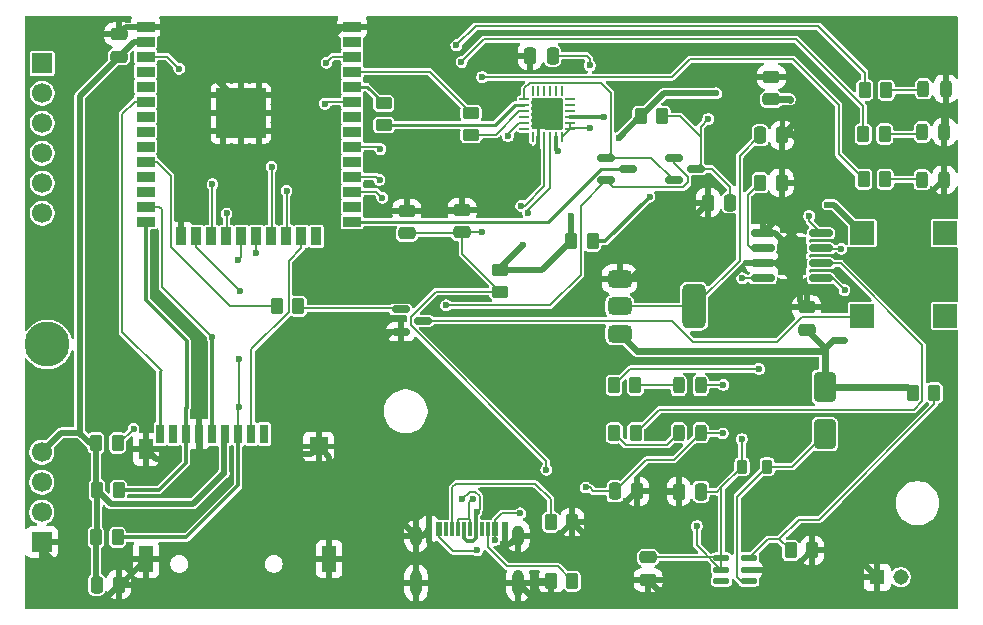
<source format=gtl>
%TF.GenerationSoftware,KiCad,Pcbnew,9.0.4*%
%TF.CreationDate,2025-10-24T17:45:02+05:30*%
%TF.ProjectId,waterlevel project1,77617465-726c-4657-9665-6c2070726f6a,rev?*%
%TF.SameCoordinates,Original*%
%TF.FileFunction,Copper,L1,Top*%
%TF.FilePolarity,Positive*%
%FSLAX46Y46*%
G04 Gerber Fmt 4.6, Leading zero omitted, Abs format (unit mm)*
G04 Created by KiCad (PCBNEW 9.0.4) date 2025-10-24 17:45:02*
%MOMM*%
%LPD*%
G01*
G04 APERTURE LIST*
G04 Aperture macros list*
%AMRoundRect*
0 Rectangle with rounded corners*
0 $1 Rounding radius*
0 $2 $3 $4 $5 $6 $7 $8 $9 X,Y pos of 4 corners*
0 Add a 4 corners polygon primitive as box body*
4,1,4,$2,$3,$4,$5,$6,$7,$8,$9,$2,$3,0*
0 Add four circle primitives for the rounded corners*
1,1,$1+$1,$2,$3*
1,1,$1+$1,$4,$5*
1,1,$1+$1,$6,$7*
1,1,$1+$1,$8,$9*
0 Add four rect primitives between the rounded corners*
20,1,$1+$1,$2,$3,$4,$5,0*
20,1,$1+$1,$4,$5,$6,$7,0*
20,1,$1+$1,$6,$7,$8,$9,0*
20,1,$1+$1,$8,$9,$2,$3,0*%
G04 Aperture macros list end*
%TA.AperFunction,SMDPad,CuDef*%
%ADD10RoundRect,0.250000X-0.250000X-0.475000X0.250000X-0.475000X0.250000X0.475000X-0.250000X0.475000X0*%
%TD*%
%TA.AperFunction,ComponentPad*%
%ADD11R,1.700000X1.700000*%
%TD*%
%TA.AperFunction,ComponentPad*%
%ADD12C,1.700000*%
%TD*%
%TA.AperFunction,SMDPad,CuDef*%
%ADD13RoundRect,0.250000X-0.262500X-0.450000X0.262500X-0.450000X0.262500X0.450000X-0.262500X0.450000X0*%
%TD*%
%TA.AperFunction,SMDPad,CuDef*%
%ADD14RoundRect,0.243750X-0.243750X-0.456250X0.243750X-0.456250X0.243750X0.456250X-0.243750X0.456250X0*%
%TD*%
%TA.AperFunction,SMDPad,CuDef*%
%ADD15RoundRect,0.150000X-0.587500X-0.150000X0.587500X-0.150000X0.587500X0.150000X-0.587500X0.150000X0*%
%TD*%
%TA.AperFunction,SMDPad,CuDef*%
%ADD16RoundRect,0.250000X0.475000X-0.250000X0.475000X0.250000X-0.475000X0.250000X-0.475000X-0.250000X0*%
%TD*%
%TA.AperFunction,SMDPad,CuDef*%
%ADD17RoundRect,0.250000X0.250000X0.475000X-0.250000X0.475000X-0.250000X-0.475000X0.250000X-0.475000X0*%
%TD*%
%TA.AperFunction,SMDPad,CuDef*%
%ADD18R,0.700000X1.600000*%
%TD*%
%TA.AperFunction,SMDPad,CuDef*%
%ADD19R,1.200000X1.800000*%
%TD*%
%TA.AperFunction,SMDPad,CuDef*%
%ADD20R,1.600000X1.500000*%
%TD*%
%TA.AperFunction,SMDPad,CuDef*%
%ADD21R,1.200000X2.200000*%
%TD*%
%TA.AperFunction,SMDPad,CuDef*%
%ADD22RoundRect,0.147500X0.537500X0.147500X-0.537500X0.147500X-0.537500X-0.147500X0.537500X-0.147500X0*%
%TD*%
%TA.AperFunction,SMDPad,CuDef*%
%ADD23RoundRect,0.243750X0.243750X0.456250X-0.243750X0.456250X-0.243750X-0.456250X0.243750X-0.456250X0*%
%TD*%
%TA.AperFunction,SMDPad,CuDef*%
%ADD24RoundRect,0.375000X-0.625000X-0.375000X0.625000X-0.375000X0.625000X0.375000X-0.625000X0.375000X0*%
%TD*%
%TA.AperFunction,SMDPad,CuDef*%
%ADD25RoundRect,0.500000X-0.500000X-1.400000X0.500000X-1.400000X0.500000X1.400000X-0.500000X1.400000X0*%
%TD*%
%TA.AperFunction,ComponentPad*%
%ADD26R,1.308000X1.308000*%
%TD*%
%TA.AperFunction,ComponentPad*%
%ADD27C,1.308000*%
%TD*%
%TA.AperFunction,SMDPad,CuDef*%
%ADD28RoundRect,0.250000X-0.475000X0.250000X-0.475000X-0.250000X0.475000X-0.250000X0.475000X0.250000X0*%
%TD*%
%TA.AperFunction,SMDPad,CuDef*%
%ADD29R,2.000000X2.000000*%
%TD*%
%TA.AperFunction,SMDPad,CuDef*%
%ADD30RoundRect,0.150000X-0.825000X-0.150000X0.825000X-0.150000X0.825000X0.150000X-0.825000X0.150000X0*%
%TD*%
%TA.AperFunction,HeatsinkPad*%
%ADD31C,0.500000*%
%TD*%
%TA.AperFunction,HeatsinkPad*%
%ADD32R,2.410000X3.300000*%
%TD*%
%TA.AperFunction,SMDPad,CuDef*%
%ADD33RoundRect,0.250000X-0.450000X0.262500X-0.450000X-0.262500X0.450000X-0.262500X0.450000X0.262500X0*%
%TD*%
%TA.AperFunction,SMDPad,CuDef*%
%ADD34R,0.590000X1.150000*%
%TD*%
%TA.AperFunction,SMDPad,CuDef*%
%ADD35R,0.298000X1.150000*%
%TD*%
%TA.AperFunction,ComponentPad*%
%ADD36O,1.000000X2.200000*%
%TD*%
%TA.AperFunction,ComponentPad*%
%ADD37O,1.000000X1.800000*%
%TD*%
%TA.AperFunction,SMDPad,CuDef*%
%ADD38RoundRect,0.250000X0.450000X-0.262500X0.450000X0.262500X-0.450000X0.262500X-0.450000X-0.262500X0*%
%TD*%
%TA.AperFunction,SMDPad,CuDef*%
%ADD39RoundRect,0.250000X-0.650000X1.000000X-0.650000X-1.000000X0.650000X-1.000000X0.650000X1.000000X0*%
%TD*%
%TA.AperFunction,SMDPad,CuDef*%
%ADD40R,1.500000X0.900000*%
%TD*%
%TA.AperFunction,SMDPad,CuDef*%
%ADD41R,0.900000X1.500000*%
%TD*%
%TA.AperFunction,SMDPad,CuDef*%
%ADD42R,1.050000X1.050000*%
%TD*%
%TA.AperFunction,HeatsinkPad*%
%ADD43C,0.600000*%
%TD*%
%TA.AperFunction,HeatsinkPad*%
%ADD44R,4.200000X4.200000*%
%TD*%
%TA.AperFunction,ComponentPad*%
%ADD45C,3.800000*%
%TD*%
%TA.AperFunction,SMDPad,CuDef*%
%ADD46RoundRect,0.218750X-0.218750X-0.381250X0.218750X-0.381250X0.218750X0.381250X-0.218750X0.381250X0*%
%TD*%
%TA.AperFunction,SMDPad,CuDef*%
%ADD47RoundRect,0.250000X0.262500X0.450000X-0.262500X0.450000X-0.262500X-0.450000X0.262500X-0.450000X0*%
%TD*%
%TA.AperFunction,SMDPad,CuDef*%
%ADD48RoundRect,0.062500X0.062500X-0.350000X0.062500X0.350000X-0.062500X0.350000X-0.062500X-0.350000X0*%
%TD*%
%TA.AperFunction,SMDPad,CuDef*%
%ADD49RoundRect,0.062500X0.350000X-0.062500X0.350000X0.062500X-0.350000X0.062500X-0.350000X-0.062500X0*%
%TD*%
%TA.AperFunction,HeatsinkPad*%
%ADD50R,2.600000X2.600000*%
%TD*%
%TA.AperFunction,ViaPad*%
%ADD51C,0.600000*%
%TD*%
%TA.AperFunction,ViaPad*%
%ADD52C,0.650000*%
%TD*%
%TA.AperFunction,Conductor*%
%ADD53C,0.200000*%
%TD*%
%TA.AperFunction,Conductor*%
%ADD54C,0.500000*%
%TD*%
%TA.AperFunction,Conductor*%
%ADD55C,0.300000*%
%TD*%
%TA.AperFunction,Conductor*%
%ADD56C,0.600000*%
%TD*%
%TA.AperFunction,Conductor*%
%ADD57C,0.250000*%
%TD*%
G04 APERTURE END LIST*
D10*
%TO.P,C1,1*%
%TO.N,/VBUS*%
X85982800Y-121208800D03*
%TO.P,C1,2*%
%TO.N,GND*%
X87882800Y-121208800D03*
%TD*%
D11*
%TO.P,J5,1,Pin_1*%
%TO.N,Net-(J5-Pin_1)*%
X37500000Y-84960000D03*
D12*
%TO.P,J5,2,Pin_2*%
%TO.N,Net-(J5-Pin_2)*%
X37500000Y-87500000D03*
%TO.P,J5,3,Pin_3*%
%TO.N,Net-(J5-Pin_3)*%
X37500000Y-90040000D03*
%TO.P,J5,4,Pin_4*%
%TO.N,Net-(J5-Pin_4)*%
X37500000Y-92580000D03*
%TO.P,J5,5,Pin_5*%
%TO.N,Net-(J5-Pin_5)*%
X37500000Y-95120000D03*
%TO.P,J5,6,Pin_6*%
%TO.N,Net-(J5-Pin_6)*%
X37500000Y-97660000D03*
%TD*%
D13*
%TO.P,R18,1*%
%TO.N,Net-(U4-IO16)*%
X107061000Y-94792800D03*
%TO.P,R18,2*%
%TO.N,Net-(D5-A)*%
X108886000Y-94792800D03*
%TD*%
D14*
%TO.P,D2,1,K*%
%TO.N,Net-(D2-K)*%
X91386400Y-116242600D03*
%TO.P,D2,2,A*%
%TO.N,/VBUS*%
X93261400Y-116242600D03*
%TD*%
%TO.P,D1,1,K*%
%TO.N,Net-(D1-K)*%
X91386400Y-112242600D03*
%TO.P,D1,2,A*%
%TO.N,/VBUS*%
X93261400Y-112242600D03*
%TD*%
D15*
%TO.P,Q3,1,B*%
%TO.N,Net-(Q3-B)*%
X67848000Y-105806200D03*
%TO.P,Q3,2,E*%
%TO.N,GND*%
X67848000Y-107706200D03*
%TO.P,Q3,3,C*%
%TO.N,Net-(BZ1--)*%
X69723000Y-106756200D03*
%TD*%
D13*
%TO.P,R8,1*%
%TO.N,+5V*%
X111215100Y-112868200D03*
%TO.P,R8,2*%
%TO.N,Net-(U3-FB)*%
X113040100Y-112868200D03*
%TD*%
D16*
%TO.P,C10,1*%
%TO.N,/VBUS*%
X73050400Y-99283600D03*
%TO.P,C10,2*%
%TO.N,GND*%
X73050400Y-97383600D03*
%TD*%
%TO.P,C9,1*%
%TO.N,/VBUS*%
X68376800Y-99359800D03*
%TO.P,C9,2*%
%TO.N,GND*%
X68376800Y-97459800D03*
%TD*%
D13*
%TO.P,R7,1*%
%TO.N,Net-(U3-FB)*%
X100863400Y-126212600D03*
%TO.P,R7,2*%
%TO.N,GND*%
X102688400Y-126212600D03*
%TD*%
%TO.P,R11,1*%
%TO.N,+3.3V*%
X88188800Y-89453800D03*
%TO.P,R11,2*%
%TO.N,/ESP32 WROOM 32/ESP_EN*%
X90013800Y-89453800D03*
%TD*%
D16*
%TO.P,C12_BYP1,1*%
%TO.N,+3.3V*%
X44000000Y-84400000D03*
%TO.P,C12_BYP1,2*%
%TO.N,GND*%
X44000000Y-82500000D03*
%TD*%
D13*
%TO.P,R2,1*%
%TO.N,Net-(D2-K)*%
X85932000Y-116255800D03*
%TO.P,R2,2*%
%TO.N,Net-(U2-~{STDBY})*%
X87757000Y-116255800D03*
%TD*%
%TO.P,R12,1*%
%TO.N,+3.3V*%
X82274400Y-100025200D03*
%TO.P,R12,2*%
%TO.N,Net-(U6-~{RST})*%
X84099400Y-100025200D03*
%TD*%
D17*
%TO.P,C8_BYP1,1*%
%TO.N,/VBUS*%
X80716200Y-84328000D03*
%TO.P,C8_BYP1,2*%
%TO.N,GND*%
X78816200Y-84328000D03*
%TD*%
%TO.P,C2,1*%
%TO.N,/VBAT*%
X93286400Y-121242600D03*
%TO.P,C2,2*%
%TO.N,GND*%
X91386400Y-121242600D03*
%TD*%
D11*
%TO.P,J1,1,Pin_1*%
%TO.N,GND*%
X37474600Y-125504800D03*
D12*
%TO.P,J1,2,Pin_2*%
%TO.N,/ESP32 WROOM 32/SCL*%
X37474600Y-122964800D03*
%TO.P,J1,3,Pin_3*%
%TO.N,/ESP32 WROOM 32/SDA*%
X37474600Y-120424800D03*
%TO.P,J1,4,Pin_4*%
%TO.N,+3.3V*%
X37474600Y-117884800D03*
%TD*%
D13*
%TO.P,R17,1*%
%TO.N,+3.3V*%
X42051200Y-125104400D03*
%TO.P,R17,2*%
%TO.N,/ESP32 WROOM 32/MOSI*%
X43876200Y-125104400D03*
%TD*%
D18*
%TO.P,J3,1,DAT2*%
%TO.N,unconnected-(J3-DAT2-Pad1)*%
X56301200Y-116354400D03*
%TO.P,J3,2,CD/DAT3*%
%TO.N,/ESP32 WROOM 32/CS*%
X55201200Y-116354400D03*
%TO.P,J3,3,CMD*%
%TO.N,/ESP32 WROOM 32/MOSI*%
X54101200Y-116354400D03*
%TO.P,J3,4,VDD*%
%TO.N,+3.3V*%
X53001200Y-116354400D03*
%TO.P,J3,5,CLK*%
%TO.N,/ESP32 WROOM 32/SCK*%
X51901200Y-116354400D03*
%TO.P,J3,6,VSS*%
%TO.N,GND*%
X50801200Y-116354400D03*
%TO.P,J3,7,DAT0*%
%TO.N,/ESP32 WROOM 32/MISO*%
X49701200Y-116354400D03*
%TO.P,J3,8,DAT1*%
%TO.N,unconnected-(J3-DAT1-Pad8)*%
X48601200Y-116354400D03*
%TO.P,J3,CD,CD*%
%TO.N,/ESP32 WROOM 32/GPIO34*%
X47501200Y-116354400D03*
D19*
%TO.P,J3,G1,COVER_GND*%
%TO.N,GND*%
X46301200Y-117654400D03*
D20*
%TO.P,J3,G2,COVER_GND*%
X60901200Y-117404400D03*
D21*
%TO.P,J3,G3,COVER_GND*%
X46301200Y-126954400D03*
%TO.P,J3,G4,COVER_GND*%
X61801200Y-126954400D03*
%TD*%
D16*
%TO.P,C6,1*%
%TO.N,+5V*%
X102226200Y-107519800D03*
%TO.P,C6,2*%
%TO.N,GND*%
X102226200Y-105619800D03*
%TD*%
D10*
%TO.P,C4,1*%
%TO.N,Net-(U1-VO)*%
X98276200Y-91069800D03*
%TO.P,C4,2*%
%TO.N,GND*%
X100176200Y-91069800D03*
%TD*%
D22*
%TO.P,U3,1,SW*%
%TO.N,Net-(D4-A)*%
X97336000Y-128773000D03*
%TO.P,U3,2,GND*%
%TO.N,GND*%
X97336000Y-127823000D03*
%TO.P,U3,3,FB*%
%TO.N,Net-(U3-FB)*%
X97336000Y-126873000D03*
%TO.P,U3,4,EN*%
%TO.N,/VBAT*%
X94996000Y-126873000D03*
%TO.P,U3,5,IN*%
X94996000Y-127823000D03*
%TO.P,U3,6*%
%TO.N,N/C*%
X94996000Y-128773000D03*
%TD*%
D10*
%TO.P,C11,1*%
%TO.N,+3.3V*%
X42101200Y-129104400D03*
%TO.P,C11,2*%
%TO.N,GND*%
X44001200Y-129104400D03*
%TD*%
D13*
%TO.P,R9,1*%
%TO.N,Net-(J4-CC1)*%
X80564300Y-123816200D03*
%TO.P,R9,2*%
%TO.N,GND*%
X82389300Y-123816200D03*
%TD*%
D23*
%TO.P,D7,1,K*%
%TO.N,GND*%
X113990600Y-87122000D03*
%TO.P,D7,2,A*%
%TO.N,Net-(D7-A)*%
X112115600Y-87122000D03*
%TD*%
D24*
%TO.P,U1,1,GND*%
%TO.N,GND*%
X86386400Y-103242600D03*
%TO.P,U1,2,VO*%
%TO.N,Net-(U1-VO)*%
X86386400Y-105542600D03*
D25*
X92686400Y-105542600D03*
D24*
%TO.P,U1,3,VI*%
%TO.N,+5V*%
X86386400Y-107842600D03*
%TD*%
D17*
%TO.P,C7,1*%
%TO.N,/ESP32 WROOM 32/ESP_EN*%
X95756900Y-96753800D03*
%TO.P,C7,2*%
%TO.N,GND*%
X93856900Y-96753800D03*
%TD*%
D26*
%TO.P,J6,1,1*%
%TO.N,GND*%
X108194600Y-128482000D03*
D27*
%TO.P,J6,2,2*%
%TO.N,/VBAT*%
X110194600Y-128482000D03*
%TD*%
D28*
%TO.P,C5,1*%
%TO.N,/VBAT*%
X88798400Y-126796800D03*
%TO.P,C5,2*%
%TO.N,GND*%
X88798400Y-128696800D03*
%TD*%
D29*
%TO.P,BZ1,1,+*%
%TO.N,+3.3V*%
X106941600Y-99343400D03*
%TO.P,BZ1,2,-*%
%TO.N,Net-(BZ1--)*%
X106941600Y-106343400D03*
%TO.P,BZ1,3*%
%TO.N,N/C*%
X113941600Y-106343400D03*
%TO.P,BZ1,4*%
X113941600Y-99343400D03*
%TD*%
D15*
%TO.P,Q1,1,G*%
%TO.N,/ESP32 WROOM 32/DTR*%
X90957400Y-92964000D03*
%TO.P,Q1,2,S*%
%TO.N,/ESP32 WROOM 32/RTS*%
X90957400Y-94864000D03*
%TO.P,Q1,3,D*%
%TO.N,/ESP32 WROOM 32/ESP_EN*%
X92832400Y-93914000D03*
%TD*%
%TO.P,Q2,1,G*%
%TO.N,/ESP32 WROOM 32/RTS*%
X85242400Y-92959000D03*
%TO.P,Q2,2,S*%
%TO.N,/ESP32 WROOM 32/DTR*%
X85242400Y-94859000D03*
%TO.P,Q2,3,D*%
%TO.N,/ESP32 WROOM 32/GPIO0*%
X87117400Y-93909000D03*
%TD*%
D23*
%TO.P,D5,1,K*%
%TO.N,GND*%
X113863600Y-94818200D03*
%TO.P,D5,2,A*%
%TO.N,Net-(D5-A)*%
X111988600Y-94818200D03*
%TD*%
D13*
%TO.P,R22,1*%
%TO.N,GND*%
X80564300Y-128816200D03*
%TO.P,R22,2*%
%TO.N,Net-(J4-CC2)*%
X82389300Y-128816200D03*
%TD*%
D30*
%TO.P,U2,1,TEMP*%
%TO.N,GND*%
X98501200Y-99364800D03*
%TO.P,U2,2,PROG*%
%TO.N,Net-(U2-PROG)*%
X98501200Y-100634800D03*
%TO.P,U2,3,GND*%
%TO.N,GND*%
X98501200Y-101904800D03*
%TO.P,U2,4,V_{CC}*%
%TO.N,/VBUS*%
X98501200Y-103174800D03*
%TO.P,U2,5,BAT*%
%TO.N,/VBAT*%
X103451200Y-103174800D03*
%TO.P,U2,6,~{STDBY}*%
%TO.N,Net-(U2-~{STDBY})*%
X103451200Y-101904800D03*
%TO.P,U2,7,~{CHRG}*%
%TO.N,Net-(U2-~{CHRG})*%
X103451200Y-100634800D03*
%TO.P,U2,8,CE*%
%TO.N,/VBUS*%
X103451200Y-99364800D03*
D31*
%TO.P,U2,9,EPAD*%
%TO.N,GND*%
X100276200Y-100069800D03*
X100276200Y-101269800D03*
X100276200Y-102469800D03*
D32*
X100976200Y-101269800D03*
D31*
X101676200Y-100069800D03*
X101676200Y-101269800D03*
X101676200Y-102469800D03*
%TD*%
D33*
%TO.P,R13,1*%
%TO.N,Net-(U4-TXD0{slash}IO1)*%
X73812400Y-89179400D03*
%TO.P,R13,2*%
%TO.N,/ESP32 WROOM 32/ESP_TX*%
X73812400Y-91004400D03*
%TD*%
D34*
%TO.P,J4,A1B12,GND1*%
%TO.N,GND*%
X70276800Y-124391200D03*
%TO.P,J4,A4B9,VBUS1*%
%TO.N,/VBUS*%
X71076800Y-124391200D03*
D35*
%TO.P,J4,A5,CC1*%
%TO.N,Net-(J4-CC1)*%
X72226800Y-124391200D03*
%TO.P,J4,A6,DP1*%
%TO.N,/USB_DP*%
X73226800Y-124391200D03*
%TO.P,J4,A7,DN1*%
%TO.N,/USB_DN*%
X73726800Y-124391200D03*
%TO.P,J4,A8,SBU1*%
%TO.N,unconnected-(J4-SBU1-PadA8)*%
X74726800Y-124391200D03*
D34*
%TO.P,J4,B1A12,GND2*%
%TO.N,GND*%
X76676800Y-124391200D03*
%TO.P,J4,B4A9,VBUS2*%
%TO.N,/VBUS*%
X75876800Y-124391200D03*
D35*
%TO.P,J4,B5,CC2*%
%TO.N,Net-(J4-CC2)*%
X75226800Y-124391200D03*
%TO.P,J4,B6,DP2*%
%TO.N,/USB_DP*%
X74226800Y-124391200D03*
%TO.P,J4,B7,DN2*%
%TO.N,/USB_DN*%
X72726800Y-124391200D03*
%TO.P,J4,B8,SBU2*%
%TO.N,unconnected-(J4-SBU2-PadB8)*%
X71726800Y-124391200D03*
D36*
%TO.P,J4,SH1,SHIELD1*%
%TO.N,GND*%
X69156800Y-128966200D03*
%TO.P,J4,SH2,SHIELD2*%
X77796800Y-128966200D03*
D37*
%TO.P,J4,SH3,SHIELD3*%
X69156800Y-124966200D03*
%TO.P,J4,SH4,SHIELD4*%
X77796800Y-124966200D03*
%TD*%
D33*
%TO.P,R14,1*%
%TO.N,Net-(U4-RXD0{slash}IO3)*%
X66421000Y-88366600D03*
%TO.P,R14,2*%
%TO.N,/ESP32 WROOM 32/ESP_RX*%
X66421000Y-90191600D03*
%TD*%
D16*
%TO.P,C3,1*%
%TO.N,+5V*%
X99226200Y-88019800D03*
%TO.P,C3,2*%
%TO.N,GND*%
X99226200Y-86119800D03*
%TD*%
D13*
%TO.P,R20,1*%
%TO.N,Net-(U4-IO18)*%
X107137200Y-87249000D03*
%TO.P,R20,2*%
%TO.N,Net-(D7-A)*%
X108962200Y-87249000D03*
%TD*%
D38*
%TO.P,R3,1*%
%TO.N,/VBUS*%
X76250800Y-104288600D03*
%TO.P,R3,2*%
%TO.N,+3.3V*%
X76250800Y-102463600D03*
%TD*%
D13*
%TO.P,R19,1*%
%TO.N,Net-(U4-IO17)*%
X107010200Y-90957400D03*
%TO.P,R19,2*%
%TO.N,Net-(D6-A)*%
X108835200Y-90957400D03*
%TD*%
%TO.P,R21,1*%
%TO.N,Net-(U4-IO25)*%
X57353200Y-105537000D03*
%TO.P,R21,2*%
%TO.N,Net-(Q3-B)*%
X59178200Y-105537000D03*
%TD*%
D39*
%TO.P,D4,1,K*%
%TO.N,+5V*%
X103745600Y-112366800D03*
%TO.P,D4,2,A*%
%TO.N,Net-(D4-A)*%
X103745600Y-116366800D03*
%TD*%
D40*
%TO.P,U4,1,GND*%
%TO.N,GND*%
X46250000Y-81865000D03*
%TO.P,U4,2,VDD*%
%TO.N,+3.3V*%
X46250000Y-83135000D03*
%TO.P,U4,3,EN*%
%TO.N,/ESP32 WROOM 32/ESP_EN*%
X46250000Y-84405000D03*
%TO.P,U4,4,SENSOR_VP*%
%TO.N,unconnected-(U4-SENSOR_VP-Pad4)*%
X46250000Y-85675000D03*
%TO.P,U4,5,SENSOR_VN*%
%TO.N,unconnected-(U4-SENSOR_VN-Pad5)*%
X46250000Y-86945000D03*
%TO.P,U4,6,IO34*%
%TO.N,/ESP32 WROOM 32/GPIO34*%
X46250000Y-88215000D03*
%TO.P,U4,7,IO35*%
%TO.N,unconnected-(U4-IO35-Pad7)*%
X46250000Y-89485000D03*
%TO.P,U4,8,IO32*%
%TO.N,unconnected-(U4-IO32-Pad8)*%
X46250000Y-90755000D03*
%TO.P,U4,9,IO33*%
%TO.N,unconnected-(U4-IO33-Pad9)*%
X46250000Y-92025000D03*
%TO.P,U4,10,IO25*%
%TO.N,Net-(U4-IO25)*%
X46250000Y-93295000D03*
%TO.P,U4,11,IO26*%
%TO.N,unconnected-(U4-IO26-Pad11)*%
X46250000Y-94565000D03*
%TO.P,U4,12,IO27*%
%TO.N,unconnected-(U4-IO27-Pad12)*%
X46250000Y-95835000D03*
%TO.P,U4,13,IO14*%
%TO.N,/ESP32 WROOM 32/SCK*%
X46250000Y-97105000D03*
%TO.P,U4,14,IO12*%
%TO.N,/ESP32 WROOM 32/MISO*%
X46250000Y-98375000D03*
D41*
%TO.P,U4,15,GND*%
%TO.N,GND*%
X49290000Y-99625000D03*
%TO.P,U4,16,IO13*%
%TO.N,/ESP32 WROOM 32/MOSI*%
X50560000Y-99625000D03*
%TO.P,U4,17,SHD/SD2*%
%TO.N,Net-(J5-Pin_3)*%
X51830000Y-99625000D03*
%TO.P,U4,18,SWP/SD3*%
%TO.N,Net-(J5-Pin_4)*%
X53100000Y-99625000D03*
%TO.P,U4,19,SCS/CMD*%
%TO.N,Net-(J5-Pin_6)*%
X54370000Y-99625000D03*
%TO.P,U4,20,SCK/CLK*%
%TO.N,Net-(J5-Pin_5)*%
X55640000Y-99625000D03*
%TO.P,U4,21,SDO/SD0*%
%TO.N,Net-(J5-Pin_1)*%
X56910000Y-99625000D03*
%TO.P,U4,22,SDI/SD1*%
%TO.N,Net-(J5-Pin_2)*%
X58180000Y-99625000D03*
%TO.P,U4,23,IO15*%
%TO.N,/ESP32 WROOM 32/CS*%
X59450000Y-99625000D03*
%TO.P,U4,24,IO2*%
%TO.N,unconnected-(U4-IO2-Pad24)*%
X60720000Y-99625000D03*
D40*
%TO.P,U4,25,IO0*%
%TO.N,/ESP32 WROOM 32/GPIO0*%
X63750000Y-98375000D03*
%TO.P,U4,26,IO4*%
%TO.N,unconnected-(U4-IO4-Pad26)*%
X63750000Y-97105000D03*
%TO.P,U4,27,IO16*%
%TO.N,Net-(U4-IO16)*%
X63750000Y-95835000D03*
%TO.P,U4,28,IO17*%
%TO.N,Net-(U4-IO17)*%
X63750000Y-94565000D03*
%TO.P,U4,29,IO5*%
%TO.N,unconnected-(U4-IO5-Pad29)*%
X63750000Y-93295000D03*
%TO.P,U4,30,IO18*%
%TO.N,Net-(U4-IO18)*%
X63750000Y-92025000D03*
%TO.P,U4,31,IO19*%
%TO.N,unconnected-(U4-IO19-Pad31)*%
X63750000Y-90755000D03*
%TO.P,U4,32,NC*%
%TO.N,unconnected-(U4-NC-Pad32)*%
X63750000Y-89485000D03*
%TO.P,U4,33,IO21*%
%TO.N,/ESP32 WROOM 32/SDA*%
X63750000Y-88215000D03*
%TO.P,U4,34,RXD0/IO3*%
%TO.N,Net-(U4-RXD0{slash}IO3)*%
X63750000Y-86945000D03*
%TO.P,U4,35,TXD0/IO1*%
%TO.N,Net-(U4-TXD0{slash}IO1)*%
X63750000Y-85675000D03*
%TO.P,U4,36,IO22*%
%TO.N,/ESP32 WROOM 32/SCL*%
X63750000Y-84405000D03*
%TO.P,U4,37,IO23*%
%TO.N,unconnected-(U4-IO23-Pad37)*%
X63750000Y-83135000D03*
%TO.P,U4,38,GND*%
%TO.N,GND*%
X63750000Y-81865000D03*
D42*
%TO.P,U4,39,GND*%
X52795000Y-87680000D03*
D43*
X52795000Y-88442500D03*
D42*
X52795000Y-89205000D03*
D43*
X52795000Y-89967500D03*
D42*
X52795000Y-90730000D03*
D43*
X53557500Y-87680000D03*
X53557500Y-89205000D03*
X53557500Y-90730000D03*
D42*
X54320000Y-87680000D03*
D43*
X54320000Y-88442500D03*
D42*
X54320000Y-89205000D03*
D44*
X54320000Y-89205000D03*
D43*
X54320000Y-89967500D03*
D42*
X54320000Y-90730000D03*
D43*
X55082500Y-87680000D03*
X55082500Y-89205000D03*
X55082500Y-90730000D03*
D42*
X55845000Y-87680000D03*
D43*
X55845000Y-88442500D03*
D42*
X55845000Y-89205000D03*
D43*
X55845000Y-89967500D03*
D42*
X55845000Y-90730000D03*
%TD*%
D45*
%TO.P,REF\u002A\u002A,1*%
%TO.N,N/C*%
X37947600Y-108762800D03*
%TD*%
D13*
%TO.P,R16,1*%
%TO.N,+3.3V*%
X42138700Y-121104400D03*
%TO.P,R16,2*%
%TO.N,/ESP32 WROOM 32/MISO*%
X43963700Y-121104400D03*
%TD*%
D23*
%TO.P,D6,1,K*%
%TO.N,GND*%
X113889000Y-90779600D03*
%TO.P,D6,2,A*%
%TO.N,Net-(D6-A)*%
X112014000Y-90779600D03*
%TD*%
D46*
%TO.P,L1,1,1*%
%TO.N,/VBAT*%
X96748600Y-119126000D03*
%TO.P,L1,2,2*%
%TO.N,Net-(D4-A)*%
X98873600Y-119126000D03*
%TD*%
D13*
%TO.P,R4,1*%
%TO.N,Net-(U2-PROG)*%
X98276200Y-95069800D03*
%TO.P,R4,2*%
%TO.N,GND*%
X100101200Y-95069800D03*
%TD*%
D47*
%TO.P,R1,1*%
%TO.N,Net-(D1-K)*%
X87731600Y-112217200D03*
%TO.P,R1,2*%
%TO.N,Net-(U2-~{CHRG})*%
X85906600Y-112217200D03*
%TD*%
D48*
%TO.P,U6,1,~{RI}/CLK*%
%TO.N,unconnected-(U6-~{RI}{slash}CLK-Pad1)*%
X79014000Y-91193100D03*
%TO.P,U6,2,GND*%
%TO.N,GND*%
X79514000Y-91193100D03*
%TO.P,U6,3,D+*%
%TO.N,/USB_DP*%
X80014000Y-91193100D03*
%TO.P,U6,4,D-*%
%TO.N,/USB_DN*%
X80514000Y-91193100D03*
%TO.P,U6,5,VIO*%
%TO.N,+3.3V*%
X81014000Y-91193100D03*
%TO.P,U6,6,VDD*%
%TO.N,/VBUS*%
X81514000Y-91193100D03*
D49*
%TO.P,U6,7,VREGIN*%
X82201500Y-90505600D03*
%TO.P,U6,8,VBUS*%
X82201500Y-90005600D03*
%TO.P,U6,9,~{RST}*%
%TO.N,Net-(U6-~{RST})*%
X82201500Y-89505600D03*
%TO.P,U6,10,NC*%
%TO.N,unconnected-(U6-NC-Pad10)*%
X82201500Y-89005600D03*
%TO.P,U6,11,~{WAKEUP}/GPIO.3*%
%TO.N,unconnected-(U6-~{WAKEUP}{slash}GPIO.3-Pad11)*%
X82201500Y-88505600D03*
%TO.P,U6,12,RS485/GPIO.2*%
%TO.N,unconnected-(U6-RS485{slash}GPIO.2-Pad12)*%
X82201500Y-88005600D03*
D48*
%TO.P,U6,13,~{RXT}/GPIO.1*%
%TO.N,unconnected-(U6-~{RXT}{slash}GPIO.1-Pad13)*%
X81514000Y-87318100D03*
%TO.P,U6,14,~{TXT}/GPIO.0*%
%TO.N,unconnected-(U6-~{TXT}{slash}GPIO.0-Pad14)*%
X81014000Y-87318100D03*
%TO.P,U6,15,~{SUSPEND}*%
%TO.N,unconnected-(U6-~{SUSPEND}-Pad15)*%
X80514000Y-87318100D03*
%TO.P,U6,16,NC*%
%TO.N,unconnected-(U6-NC-Pad16)*%
X80014000Y-87318100D03*
%TO.P,U6,17,SUSPEND*%
%TO.N,unconnected-(U6-SUSPEND-Pad17)*%
X79514000Y-87318100D03*
%TO.P,U6,18,~{CTS}*%
%TO.N,unconnected-(U6-~{CTS}-Pad18)*%
X79014000Y-87318100D03*
D49*
%TO.P,U6,19,~{RTS}*%
%TO.N,/ESP32 WROOM 32/RTS*%
X78326500Y-88005600D03*
%TO.P,U6,20,RXD*%
%TO.N,/ESP32 WROOM 32/ESP_RX*%
X78326500Y-88505600D03*
%TO.P,U6,21,TXD*%
%TO.N,/ESP32 WROOM 32/ESP_TX*%
X78326500Y-89005600D03*
%TO.P,U6,22,~{DSR}*%
%TO.N,unconnected-(U6-~{DSR}-Pad22)*%
X78326500Y-89505600D03*
%TO.P,U6,23,~{DTR}*%
%TO.N,/ESP32 WROOM 32/DTR*%
X78326500Y-90005600D03*
%TO.P,U6,24,~{DCD}*%
%TO.N,unconnected-(U6-~{DCD}-Pad24)*%
X78326500Y-90505600D03*
D50*
%TO.P,U6,25,GND*%
%TO.N,GND*%
X80264000Y-89255600D03*
%TD*%
D13*
%TO.P,R15,1*%
%TO.N,+3.3V*%
X42051200Y-117104400D03*
%TO.P,R15,2*%
%TO.N,/ESP32 WROOM 32/SCK*%
X43876200Y-117104400D03*
%TD*%
D51*
%TO.N,+3.3V*%
X103987600Y-96926400D03*
X94564200Y-87503000D03*
X82270600Y-97866200D03*
X78206600Y-100355400D03*
X52882800Y-119634000D03*
X86309200Y-91287600D03*
X81153000Y-92405200D03*
%TO.N,/VBUS*%
X77978000Y-123063000D03*
X75826800Y-125321940D03*
X74345800Y-126187200D03*
X95173800Y-112191800D03*
X83870800Y-90449400D03*
X95123000Y-116306600D03*
X102438200Y-97891600D03*
X74726800Y-99288600D03*
X83870800Y-85140800D03*
X96774000Y-103174800D03*
X80187800Y-119380000D03*
X83515200Y-120878600D03*
%TO.N,GND*%
X93853000Y-99085400D03*
X80264000Y-89255600D03*
X98348800Y-97053400D03*
X48285400Y-126492000D03*
X50876200Y-118465600D03*
X83337400Y-103479600D03*
D52*
X48260000Y-118465600D03*
D51*
X79070200Y-95021400D03*
X74472800Y-127203200D03*
X76555600Y-125653800D03*
X76530200Y-87452200D03*
X58293000Y-118059200D03*
X69951600Y-95834200D03*
X64058800Y-107111800D03*
D52*
X49276000Y-97891600D03*
D51*
%TO.N,/VBAT*%
X92938600Y-124155200D03*
X96748600Y-116789200D03*
X105435400Y-104165400D03*
%TO.N,+5V*%
X100812600Y-88036400D03*
X105359200Y-108356400D03*
%TO.N,/ESP32 WROOM 32/ESP_EN*%
X49098200Y-85420200D03*
X93878400Y-89687400D03*
%TO.N,/ESP32 WROOM 32/SDA*%
X61442600Y-88392000D03*
%TO.N,/ESP32 WROOM 32/SCL*%
X61569600Y-84912200D03*
%TO.N,Net-(J5-Pin_6)*%
X54102000Y-101650800D03*
%TO.N,Net-(J5-Pin_1)*%
X56921400Y-93726000D03*
%TO.N,Net-(J5-Pin_4)*%
X53111400Y-97678800D03*
%TO.N,Net-(J5-Pin_5)*%
X55626000Y-101041200D03*
%TO.N,Net-(J5-Pin_3)*%
X51917600Y-95199200D03*
%TO.N,Net-(J5-Pin_2)*%
X58191400Y-95758000D03*
%TO.N,/ESP32 WROOM 32/DTR*%
X76936600Y-91109800D03*
X71704200Y-105460800D03*
%TO.N,Net-(U2-~{CHRG})*%
X98196400Y-110845600D03*
X105156000Y-100660200D03*
%TO.N,Net-(U6-~{RST})*%
X85048800Y-89509600D03*
X88925400Y-96266000D03*
%TO.N,/ESP32 WROOM 32/SCK*%
X51917600Y-108178600D03*
X45237400Y-115900200D03*
%TO.N,/ESP32 WROOM 32/MOSI*%
X54152800Y-114071400D03*
X54152800Y-109982000D03*
X54229000Y-104216200D03*
%TO.N,Net-(U4-IO16)*%
X74752200Y-86131400D03*
X66294000Y-96342200D03*
%TO.N,Net-(U4-IO17)*%
X66065400Y-94843600D03*
X72999600Y-84861400D03*
%TO.N,Net-(U4-IO18)*%
X66141600Y-92227400D03*
X72567800Y-83439000D03*
%TO.N,/USB_DN*%
X73932600Y-121843800D03*
X78659521Y-97625521D03*
%TO.N,/USB_DP*%
X74276800Y-122936000D03*
X73082600Y-121843800D03*
X78058479Y-97024479D03*
%TD*%
D53*
%TO.N,Net-(BZ1--)*%
X92636313Y-108532571D02*
X99702269Y-108532571D01*
X106864200Y-106420800D02*
X106941600Y-106343400D01*
X101814040Y-106420800D02*
X106864200Y-106420800D01*
X99702269Y-108532571D02*
X101814040Y-106420800D01*
X69723000Y-106756200D02*
X90859942Y-106756200D01*
X90859942Y-106756200D02*
X92636313Y-108532571D01*
D54*
%TO.N,+3.3V*%
X40665400Y-87734600D02*
X40665400Y-116205000D01*
X44000000Y-84400000D02*
X40665400Y-87734600D01*
X90139600Y-87503000D02*
X94564200Y-87503000D01*
X42138700Y-125016900D02*
X42051200Y-125104400D01*
X52882800Y-119634000D02*
X52882800Y-116472800D01*
X42051200Y-121016900D02*
X42138700Y-121104400D01*
X41514000Y-117104400D02*
X42051200Y-117104400D01*
X76250800Y-102463600D02*
X79836000Y-102463600D01*
X43289700Y-122255400D02*
X50261400Y-122255400D01*
X82274400Y-100025200D02*
X82274400Y-97870000D01*
X76250800Y-102311200D02*
X78206600Y-100355400D01*
X88188800Y-89453800D02*
X88143000Y-89453800D01*
X50261400Y-122255400D02*
X52882800Y-119634000D01*
X39129000Y-116230400D02*
X40640000Y-116230400D01*
X42051200Y-117104400D02*
X42051200Y-121016900D01*
X82274400Y-97870000D02*
X82270600Y-97866200D01*
X42138700Y-121104400D02*
X43289700Y-122255400D01*
X52882800Y-116472800D02*
X53001200Y-116354400D01*
X44000000Y-84400000D02*
X45265000Y-83135000D01*
X37474600Y-117884800D02*
X39129000Y-116230400D01*
X88188800Y-89453800D02*
X90139600Y-87503000D01*
X79836000Y-102463600D02*
X82274400Y-100025200D01*
X88143000Y-89453800D02*
X86309200Y-91287600D01*
D55*
X81014000Y-92266200D02*
X81014000Y-91193100D01*
D54*
X42051200Y-129054400D02*
X42101200Y-129104400D01*
X104524600Y-96926400D02*
X106941600Y-99343400D01*
X40665400Y-116205000D02*
X40640000Y-116230400D01*
X42138700Y-121104400D02*
X42138700Y-125016900D01*
X42051200Y-125104400D02*
X42051200Y-129054400D01*
D55*
X81153000Y-92405200D02*
X81014000Y-92266200D01*
D54*
X45265000Y-83135000D02*
X46250000Y-83135000D01*
X76250800Y-102463600D02*
X76250800Y-102311200D01*
X40640000Y-116230400D02*
X41514000Y-117104400D01*
X103987600Y-96926400D02*
X104524600Y-96926400D01*
D53*
%TO.N,/VBUS*%
X95173800Y-112191800D02*
X93312200Y-112191800D01*
X72273000Y-126263400D02*
X71076800Y-125067200D01*
X75826800Y-124441200D02*
X75876800Y-124391200D01*
X98501200Y-103174800D02*
X96774000Y-103174800D01*
X75876800Y-124391200D02*
X75876800Y-123616200D01*
X93312200Y-112191800D02*
X93261400Y-112242600D01*
X68376800Y-99359800D02*
X72974200Y-99359800D01*
X83870800Y-84607400D02*
X83870800Y-85140800D01*
X83591400Y-84328000D02*
X83870800Y-84607400D01*
X75826800Y-125321940D02*
X75826800Y-124441200D01*
X88649800Y-118541800D02*
X90962200Y-118541800D01*
X90962200Y-118541800D02*
X93261400Y-116242600D01*
X80716200Y-84328000D02*
X83591400Y-84328000D01*
X73050400Y-101088200D02*
X76250800Y-104288600D01*
X93325400Y-116306600D02*
X93261400Y-116242600D01*
X76430000Y-123063000D02*
X77978000Y-123063000D01*
X82201500Y-90505600D02*
X82201500Y-90005600D01*
X83845400Y-120878600D02*
X84175600Y-121208800D01*
X84175600Y-121208800D02*
X85982800Y-121208800D01*
X95123000Y-116306600D02*
X93325400Y-116306600D01*
X85982800Y-121208800D02*
X88649800Y-118541800D01*
X74721800Y-99283600D02*
X74726800Y-99288600D01*
X80187800Y-118666532D02*
X80187800Y-119380000D01*
X73050400Y-99283600D02*
X74721800Y-99283600D01*
X72974200Y-99359800D02*
X73050400Y-99283600D01*
X74165502Y-126187200D02*
X74089302Y-126263400D01*
X81514000Y-91193100D02*
X82201500Y-90505600D01*
X74345800Y-126187200D02*
X74165502Y-126187200D01*
X75876800Y-123616200D02*
X76430000Y-123063000D01*
X82257700Y-90449400D02*
X82201500Y-90505600D01*
X70811132Y-104288600D02*
X68684500Y-106415232D01*
X83870800Y-90449400D02*
X82257700Y-90449400D01*
X68684500Y-106415232D02*
X68684500Y-107163232D01*
X102438200Y-98351800D02*
X103451200Y-99364800D01*
X68684500Y-107163232D02*
X80187800Y-118666532D01*
X102438200Y-97891600D02*
X102438200Y-98351800D01*
X73050400Y-99283600D02*
X73050400Y-101088200D01*
X83515200Y-120878600D02*
X83845400Y-120878600D01*
X71076800Y-125067200D02*
X71076800Y-124391200D01*
X76250800Y-104288600D02*
X70811132Y-104288600D01*
X74089302Y-126263400D02*
X72273000Y-126263400D01*
D54*
%TO.N,GND*%
X42825200Y-130280400D02*
X44001200Y-129104400D01*
X77109200Y-125653800D02*
X77796800Y-124966200D01*
X73050400Y-97383600D02*
X73050400Y-96139000D01*
X102387400Y-88858600D02*
X100676138Y-90569862D01*
X46301200Y-126954400D02*
X47823000Y-126954400D01*
D55*
X79070200Y-92202000D02*
X79070200Y-95021400D01*
D54*
X44635000Y-81865000D02*
X46250000Y-81865000D01*
X93856900Y-99081500D02*
X93853000Y-99085400D01*
X68941125Y-81865000D02*
X73131325Y-86055200D01*
X67040000Y-107706200D02*
X60901200Y-113845000D01*
X78892400Y-84404200D02*
X79070200Y-84404200D01*
X50876200Y-116429400D02*
X50801200Y-116354400D01*
X64653200Y-107706200D02*
X64058800Y-107111800D01*
X69701800Y-124966200D02*
X70276800Y-124391200D01*
X41553908Y-130280400D02*
X42825200Y-130280400D01*
X69156800Y-124966200D02*
X69156800Y-128966200D01*
X81238300Y-124967200D02*
X80250092Y-124967200D01*
X65760200Y-121569600D02*
X69156800Y-124966200D01*
X102688400Y-126212600D02*
X105925200Y-126212600D01*
X67040000Y-107706200D02*
X64653200Y-107706200D01*
X61826600Y-121569600D02*
X65760200Y-121569600D01*
X70276800Y-125466200D02*
X70276800Y-124391200D01*
X100101200Y-95069800D02*
X100101200Y-97434400D01*
X73131325Y-86055200D02*
X74001200Y-86055200D01*
X69156800Y-124966200D02*
X69701800Y-124966200D01*
X83352800Y-128068908D02*
X83352800Y-129563492D01*
X77796800Y-124966200D02*
X80250092Y-124966200D01*
X105925200Y-126212600D02*
X108194600Y-128482000D01*
X82389300Y-123816200D02*
X85275400Y-123816200D01*
X76676800Y-125532600D02*
X76676800Y-124391200D01*
X88798400Y-128696800D02*
X89620600Y-129519000D01*
X73050400Y-96139000D02*
X73482200Y-95707200D01*
X44151200Y-129104400D02*
X46301200Y-126954400D01*
D55*
X83574400Y-103242600D02*
X86386400Y-103242600D01*
X79514000Y-91758200D02*
X79070200Y-92202000D01*
D54*
X76555600Y-125653800D02*
X77109200Y-125653800D01*
X82389300Y-123816200D02*
X81238300Y-124967200D01*
X57103000Y-87680000D02*
X55845000Y-87680000D01*
X61801200Y-126954400D02*
X61801200Y-118304400D01*
X87368100Y-103242600D02*
X86386400Y-103242600D01*
X47823000Y-126954400D02*
X48285400Y-126492000D01*
X87269900Y-128696800D02*
X82389300Y-123816200D01*
X74001200Y-85820325D02*
X74001200Y-86055200D01*
X101676200Y-105069800D02*
X101676200Y-102469800D01*
D53*
X80264000Y-89255600D02*
X79514000Y-90005600D01*
D54*
X44001200Y-129104400D02*
X44151200Y-129104400D01*
X93856900Y-96753800D02*
X93856900Y-99081500D01*
X63750000Y-81865000D02*
X68941125Y-81865000D01*
X99711200Y-101904800D02*
X100276200Y-102469800D01*
X61801200Y-118304400D02*
X60901200Y-117404400D01*
D53*
X49276000Y-97891600D02*
X49276000Y-99611000D01*
D54*
X67848000Y-107706200D02*
X67040000Y-107706200D01*
X100101200Y-97434400D02*
X100101200Y-97764800D01*
D55*
X79514000Y-91193100D02*
X79514000Y-91758200D01*
D54*
X78797800Y-129967200D02*
X77796800Y-128966200D01*
X75010925Y-87452200D02*
X76530200Y-87452200D01*
X88798400Y-128696800D02*
X87269900Y-128696800D01*
X48260000Y-118465600D02*
X47112400Y-118465600D01*
X100863400Y-127823000D02*
X101078000Y-127823000D01*
X74472800Y-127203200D02*
X72013800Y-127203200D01*
X72013800Y-127203200D02*
X70276800Y-125466200D01*
X72974200Y-97459800D02*
X73050400Y-97383600D01*
X99571200Y-99364800D02*
X100276200Y-100069800D01*
X74001200Y-86442475D02*
X75010925Y-87452200D01*
X80250092Y-124966200D02*
X83352800Y-128068908D01*
X47742500Y-81865000D02*
X53557500Y-87680000D01*
X78816200Y-84328000D02*
X75493525Y-84328000D01*
X113889000Y-90779600D02*
X113889000Y-94792800D01*
X69951600Y-95834200D02*
X69951600Y-97282000D01*
X98501200Y-101904800D02*
X99711200Y-101904800D01*
X76987400Y-92202000D02*
X79070200Y-92202000D01*
X106092876Y-95986600D02*
X112695200Y-95986600D01*
X62918000Y-81865000D02*
X57103000Y-87680000D01*
X58293000Y-118059200D02*
X60246400Y-118059200D01*
X63750000Y-81865000D02*
X62918000Y-81865000D01*
X70129400Y-97459800D02*
X72974200Y-97459800D01*
X97336000Y-127823000D02*
X100863400Y-127823000D01*
D53*
X49276000Y-99611000D02*
X49290000Y-99625000D01*
D54*
X85275400Y-123816200D02*
X87882800Y-121208800D01*
X99720200Y-97053400D02*
X100101200Y-97434400D01*
X69951600Y-97282000D02*
X70129400Y-97459800D01*
X83352800Y-129563492D02*
X82949092Y-129967200D01*
X78816200Y-84328000D02*
X78892400Y-84404200D01*
X99226200Y-86119800D02*
X100648600Y-86119800D01*
X98348800Y-97053400D02*
X99720200Y-97053400D01*
X102387400Y-87858600D02*
X102387400Y-88858600D01*
X47112400Y-118465600D02*
X46301200Y-117654400D01*
X113889000Y-94792800D02*
X113863600Y-94818200D01*
D53*
X79514000Y-90005600D02*
X79514000Y-91193100D01*
D54*
X100676138Y-90569862D02*
X100176200Y-91069800D01*
X68376800Y-97459800D02*
X70129400Y-97459800D01*
X80414300Y-128966200D02*
X80564300Y-128816200D01*
X113990600Y-87122000D02*
X113990600Y-90678000D01*
X87882800Y-121208800D02*
X91352600Y-121208800D01*
X99167400Y-129519000D02*
X100863400Y-127823000D01*
X73482200Y-95707200D02*
X76987400Y-92202000D01*
X76555600Y-125653800D02*
X76676800Y-125532600D01*
X60246400Y-118059200D02*
X60901200Y-117404400D01*
X100101200Y-97764800D02*
X98501200Y-99364800D01*
X77796800Y-128966200D02*
X80414300Y-128966200D01*
X37474600Y-126201092D02*
X41553908Y-130280400D01*
X46250000Y-81865000D02*
X47742500Y-81865000D01*
X50876200Y-118465600D02*
X50876200Y-116429400D01*
X44000000Y-82500000D02*
X44635000Y-81865000D01*
X82949092Y-129967200D02*
X78797800Y-129967200D01*
X89620600Y-129519000D02*
X99167400Y-129519000D01*
X60901200Y-113845000D02*
X60901200Y-117404400D01*
X100176200Y-94994800D02*
X100101200Y-95069800D01*
X75493525Y-84328000D02*
X74001200Y-85820325D01*
X98501200Y-99364800D02*
X99571200Y-99364800D01*
D55*
X83337400Y-103479600D02*
X83574400Y-103242600D01*
D54*
X100648600Y-86119800D02*
X102387400Y-87858600D01*
X100676138Y-90569862D02*
X106092876Y-95986600D01*
X102226200Y-105619800D02*
X101676200Y-105069800D01*
X101078000Y-127823000D02*
X102688400Y-126212600D01*
X91352600Y-121208800D02*
X91386400Y-121242600D01*
X37474600Y-125504800D02*
X37474600Y-126201092D01*
X74001200Y-86055200D02*
X74001200Y-86442475D01*
X93856900Y-96753800D02*
X87368100Y-103242600D01*
X112695200Y-95986600D02*
X113863600Y-94818200D01*
X100176200Y-91069800D02*
X100176200Y-94994800D01*
X113990600Y-90678000D02*
X113889000Y-90779600D01*
D53*
%TO.N,/VBAT*%
X94632000Y-121242600D02*
X94996000Y-120878600D01*
X94919800Y-126796800D02*
X94996000Y-126873000D01*
X88798400Y-126796800D02*
X94919800Y-126796800D01*
X94996000Y-127823000D02*
X92938600Y-125765600D01*
X105435400Y-104165400D02*
X104444800Y-103174800D01*
X93286400Y-121242600D02*
X94632000Y-121242600D01*
X104444800Y-103174800D02*
X103451200Y-103174800D01*
X96748600Y-119126000D02*
X94996000Y-120878600D01*
X94996000Y-127823000D02*
X94996000Y-126873000D01*
X94996000Y-120878600D02*
X94996000Y-126873000D01*
X96748600Y-119126000D02*
X96748600Y-116789200D01*
X92938600Y-125765600D02*
X92938600Y-124155200D01*
D56*
%TO.N,+5V*%
X105359200Y-108356400D02*
X104428400Y-108356400D01*
X103745600Y-112366800D02*
X103745600Y-109296200D01*
X100796000Y-88019800D02*
X100812600Y-88036400D01*
X104428400Y-108356400D02*
X103745600Y-109039200D01*
X103745600Y-109296200D02*
X103745600Y-109039200D01*
X103745600Y-112366800D02*
X110713700Y-112366800D01*
X86386400Y-107842600D02*
X87840000Y-109296200D01*
X99226200Y-88019800D02*
X100796000Y-88019800D01*
X110713700Y-112366800D02*
X111215100Y-112868200D01*
X103745600Y-109039200D02*
X102226200Y-107519800D01*
X87840000Y-109296200D02*
X103745600Y-109296200D01*
D53*
%TO.N,Net-(U1-VO)*%
X98276200Y-91069800D02*
X96557900Y-92788100D01*
X96557900Y-92788100D02*
X96557900Y-101671100D01*
X96557900Y-101671100D02*
X92686400Y-105542600D01*
X86386400Y-105542600D02*
X92686400Y-105542600D01*
%TO.N,/ESP32 WROOM 32/ESP_EN*%
X46250000Y-84405000D02*
X48083000Y-84405000D01*
X93243400Y-93503000D02*
X92832400Y-93914000D01*
X93878400Y-89687400D02*
X93243400Y-90322400D01*
X95756900Y-95452100D02*
X94218800Y-93914000D01*
X94218800Y-93914000D02*
X92832400Y-93914000D01*
X91511200Y-89453800D02*
X93243400Y-91186000D01*
X90013800Y-89453800D02*
X91511200Y-89453800D01*
X95756900Y-96753800D02*
X95756900Y-95452100D01*
X93243400Y-91186000D02*
X93243400Y-93503000D01*
X93243400Y-90322400D02*
X93243400Y-91186000D01*
X48083000Y-84405000D02*
X49098200Y-85420200D01*
%TO.N,Net-(D1-K)*%
X87731600Y-112217200D02*
X91361000Y-112217200D01*
X91361000Y-112217200D02*
X91386400Y-112242600D01*
%TO.N,Net-(D2-K)*%
X85932000Y-116255800D02*
X86933000Y-117256800D01*
X86933000Y-117256800D02*
X90372200Y-117256800D01*
X90372200Y-117256800D02*
X91386400Y-116242600D01*
%TO.N,Net-(D4-A)*%
X98873600Y-119126000D02*
X100986400Y-119126000D01*
X96651001Y-128773000D02*
X97336000Y-128773000D01*
X96350000Y-128471999D02*
X96651001Y-128773000D01*
X96350000Y-121649600D02*
X96350000Y-128471999D01*
X98873600Y-119126000D02*
X96350000Y-121649600D01*
X100986400Y-119126000D02*
X103745600Y-116366800D01*
%TO.N,Net-(D5-A)*%
X111963200Y-94792800D02*
X111988600Y-94818200D01*
X108886000Y-94792800D02*
X111963200Y-94792800D01*
%TO.N,Net-(D6-A)*%
X111836200Y-90957400D02*
X112014000Y-90779600D01*
X108835200Y-90957400D02*
X111836200Y-90957400D01*
%TO.N,Net-(D7-A)*%
X108962200Y-87249000D02*
X111988600Y-87249000D01*
X111988600Y-87249000D02*
X112115600Y-87122000D01*
%TO.N,/ESP32 WROOM 32/SDA*%
X61619600Y-88215000D02*
X63750000Y-88215000D01*
X61442600Y-88392000D02*
X61619600Y-88215000D01*
%TO.N,/ESP32 WROOM 32/SCL*%
X62076800Y-84405000D02*
X63750000Y-84405000D01*
X61569600Y-84912200D02*
X62076800Y-84405000D01*
%TO.N,Net-(J5-Pin_6)*%
X54102000Y-101650800D02*
X54370000Y-101382800D01*
X54370000Y-101382800D02*
X54370000Y-99625000D01*
%TO.N,Net-(J5-Pin_1)*%
X56946800Y-99588200D02*
X56910000Y-99625000D01*
X56946800Y-93751400D02*
X56946800Y-99588200D01*
X56921400Y-93726000D02*
X56946800Y-93751400D01*
%TO.N,Net-(J5-Pin_4)*%
X53111400Y-97678800D02*
X53111400Y-99613600D01*
X53111400Y-99613600D02*
X53100000Y-99625000D01*
%TO.N,Net-(J5-Pin_5)*%
X55626000Y-99639000D02*
X55640000Y-99625000D01*
X55626000Y-101041200D02*
X55626000Y-99639000D01*
%TO.N,Net-(J5-Pin_3)*%
X51917600Y-99537400D02*
X51830000Y-99625000D01*
X51917600Y-95199200D02*
X51917600Y-99537400D01*
%TO.N,Net-(J5-Pin_2)*%
X58216800Y-99588200D02*
X58180000Y-99625000D01*
X58216800Y-95783400D02*
X58216800Y-99588200D01*
X58191400Y-95758000D02*
X58216800Y-95783400D01*
%TO.N,/ESP32 WROOM 32/RTS*%
X85648800Y-92552600D02*
X85648800Y-87477600D01*
X85242400Y-92959000D02*
X85648800Y-92552600D01*
X84775800Y-86604600D02*
X78799202Y-86604600D01*
X78326500Y-87077302D02*
X78326500Y-88005600D01*
X78799202Y-86604600D02*
X78326500Y-87077302D01*
X85648800Y-87477600D02*
X84775800Y-86604600D01*
X89052400Y-92959000D02*
X90957400Y-94864000D01*
X85242400Y-92959000D02*
X89052400Y-92959000D01*
%TO.N,/ESP32 WROOM 32/DTR*%
X92151200Y-95049668D02*
X92151200Y-94612268D01*
X85242400Y-94859000D02*
X85848400Y-95465000D01*
X80506257Y-105460800D02*
X71704200Y-105460800D01*
X83088457Y-97012943D02*
X83088457Y-102878600D01*
X76936600Y-91109800D02*
X76936600Y-90967202D01*
X91735868Y-95465000D02*
X92151200Y-95049668D01*
X85848400Y-95465000D02*
X91735868Y-95465000D01*
X77898202Y-90005600D02*
X78326500Y-90005600D01*
X85242400Y-94859000D02*
X83088457Y-97012943D01*
X92151200Y-94612268D02*
X90957400Y-93418468D01*
X90957400Y-93418468D02*
X90957400Y-92964000D01*
X76936600Y-90967202D02*
X77898202Y-90005600D01*
X83088457Y-102878600D02*
X80506257Y-105460800D01*
D57*
%TO.N,/ESP32 WROOM 32/GPIO0*%
X63750000Y-98375000D02*
X80311578Y-98375000D01*
X84777578Y-93909000D02*
X87117400Y-93909000D01*
X80311578Y-98375000D02*
X84777578Y-93909000D01*
D53*
%TO.N,Net-(Q3-B)*%
X67748000Y-105706200D02*
X67848000Y-105806200D01*
X59178200Y-105537000D02*
X59347400Y-105706200D01*
X59347400Y-105706200D02*
X67748000Y-105706200D01*
%TO.N,Net-(U2-~{CHRG})*%
X87278200Y-110845600D02*
X98196400Y-110845600D01*
X103476600Y-100660200D02*
X103451200Y-100634800D01*
X105156000Y-100660200D02*
X103476600Y-100660200D01*
X85906600Y-112217200D02*
X87278200Y-110845600D01*
%TO.N,Net-(U2-~{STDBY})*%
X87757000Y-116255800D02*
X89712800Y-114300000D01*
X112028600Y-113553360D02*
X112028600Y-108828400D01*
X111281960Y-114300000D02*
X112028600Y-113553360D01*
X105105000Y-101904800D02*
X103451200Y-101904800D01*
X89712800Y-114300000D02*
X111281960Y-114300000D01*
X112028600Y-108828400D02*
X105105000Y-101904800D01*
%TO.N,Net-(U2-PROG)*%
X97225200Y-100333799D02*
X97526201Y-100634800D01*
X97225200Y-96120800D02*
X97225200Y-100333799D01*
X97526201Y-100634800D02*
X98501200Y-100634800D01*
X98276200Y-95069800D02*
X97225200Y-96120800D01*
%TO.N,Net-(U3-FB)*%
X98936200Y-125272800D02*
X99923600Y-125272800D01*
X97336000Y-126873000D02*
X98936200Y-125272800D01*
X99923600Y-125272800D02*
X100863400Y-126212600D01*
X113040100Y-112868200D02*
X113040100Y-113807300D01*
X101596260Y-123600140D02*
X99923600Y-125272800D01*
X113040100Y-113807300D02*
X103247260Y-123600140D01*
X103247260Y-123600140D02*
X101596260Y-123600140D01*
%TO.N,Net-(J4-CC1)*%
X72226800Y-120864000D02*
X72226800Y-124391200D01*
X80564300Y-123816200D02*
X80564300Y-121890100D01*
X79248000Y-120573800D02*
X72517000Y-120573800D01*
X72517000Y-120573800D02*
X72226800Y-120864000D01*
X80564300Y-121890100D02*
X79248000Y-120573800D01*
D55*
%TO.N,Net-(U6-~{RST})*%
X84099400Y-100025200D02*
X85166200Y-100025200D01*
X85166200Y-100025200D02*
X88925400Y-96266000D01*
X85048800Y-89509600D02*
X82205500Y-89509600D01*
X82205500Y-89509600D02*
X82201500Y-89505600D01*
D53*
%TO.N,/ESP32 WROOM 32/ESP_TX*%
X73812400Y-91004400D02*
X75899402Y-91004400D01*
X75899402Y-91004400D02*
X77898202Y-89005600D01*
X77898202Y-89005600D02*
X78326500Y-89005600D01*
%TO.N,Net-(U4-TXD0{slash}IO1)*%
X70308000Y-85675000D02*
X73812400Y-89179400D01*
X63750000Y-85675000D02*
X70308000Y-85675000D01*
D57*
%TO.N,/ESP32 WROOM 32/ESP_RX*%
X77508800Y-88505600D02*
X78326500Y-88505600D01*
X66446700Y-90165900D02*
X75848500Y-90165900D01*
X75848500Y-90165900D02*
X77508800Y-88505600D01*
X66421000Y-90191600D02*
X66446700Y-90165900D01*
%TO.N,Net-(U4-RXD0{slash}IO3)*%
X64999400Y-86945000D02*
X66421000Y-88366600D01*
X63750000Y-86945000D02*
X64999400Y-86945000D01*
D53*
%TO.N,/ESP32 WROOM 32/SCK*%
X47422600Y-97105000D02*
X47650400Y-97332800D01*
D55*
X51901200Y-108195000D02*
X51901200Y-116354400D01*
D53*
X46250000Y-97105000D02*
X47422600Y-97105000D01*
D55*
X51917600Y-108178600D02*
X51901200Y-108195000D01*
D53*
X43876200Y-117104400D02*
X44033200Y-117104400D01*
X47650400Y-103911400D02*
X51917600Y-108178600D01*
X44033200Y-117104400D02*
X45237400Y-115900200D01*
X47650400Y-97332800D02*
X47650400Y-103911400D01*
D55*
%TO.N,/ESP32 WROOM 32/MISO*%
X47373800Y-121104400D02*
X49701200Y-118777000D01*
X43963700Y-121104400D02*
X47373800Y-121104400D01*
X49726600Y-114147600D02*
X49701200Y-114173000D01*
X49701200Y-118777000D02*
X49701200Y-116354400D01*
X49726600Y-108451400D02*
X49726600Y-114147600D01*
X46250000Y-98375000D02*
X46250000Y-104974800D01*
X49701200Y-114173000D02*
X49701200Y-116354400D01*
X46250000Y-104974800D02*
X49726600Y-108451400D01*
%TO.N,/ESP32 WROOM 32/MOSI*%
X54101200Y-120701600D02*
X54101200Y-116354400D01*
D53*
X54152800Y-114071400D02*
X54152800Y-109982000D01*
X50560000Y-100547200D02*
X54229000Y-104216200D01*
D55*
X43876200Y-125104400D02*
X49698400Y-125104400D01*
D53*
X54101200Y-114123000D02*
X54101200Y-116354400D01*
X54152800Y-114071400D02*
X54101200Y-114123000D01*
X50560000Y-99625000D02*
X50560000Y-100547200D01*
D55*
X49698400Y-125104400D02*
X54101200Y-120701600D01*
D53*
%TO.N,Net-(U4-IO16)*%
X65786800Y-95835000D02*
X63750000Y-95835000D01*
X92379800Y-84607400D02*
X90855800Y-86131400D01*
X104952800Y-88519000D02*
X101041200Y-84607400D01*
X107061000Y-94792800D02*
X104952800Y-92684600D01*
X104952800Y-92684600D02*
X104952800Y-88519000D01*
X101041200Y-84607400D02*
X92379800Y-84607400D01*
X66294000Y-96342200D02*
X65786800Y-95835000D01*
X90855800Y-86131400D02*
X74752200Y-86131400D01*
%TO.N,Net-(U4-IO17)*%
X106323700Y-87908700D02*
X101346000Y-82931000D01*
X101346000Y-82931000D02*
X74930000Y-82931000D01*
X106323700Y-87934160D02*
X106323700Y-87908700D01*
X107010200Y-88595200D02*
X106665000Y-88250000D01*
X106639540Y-88250000D02*
X106323700Y-87934160D01*
X65786800Y-94565000D02*
X63750000Y-94565000D01*
X74930000Y-82931000D02*
X72999600Y-84861400D01*
X106665000Y-88250000D02*
X106639540Y-88250000D01*
X107010200Y-90957400D02*
X107010200Y-88595200D01*
X66065400Y-94843600D02*
X65786800Y-94565000D01*
%TO.N,Net-(U4-IO18)*%
X65939200Y-92025000D02*
X63750000Y-92025000D01*
X103200200Y-81813400D02*
X107137200Y-85750400D01*
X74193400Y-81813400D02*
X103200200Y-81813400D01*
X107137200Y-85750400D02*
X107137200Y-87249000D01*
X66141600Y-92227400D02*
X65939200Y-92025000D01*
X72567800Y-83439000D02*
X74193400Y-81813400D01*
%TO.N,Net-(U4-IO25)*%
X48387000Y-100524000D02*
X48387000Y-94482000D01*
X47200000Y-93295000D02*
X46250000Y-93295000D01*
X48387000Y-94482000D02*
X47200000Y-93295000D01*
X57353200Y-105537000D02*
X53400000Y-105537000D01*
X53400000Y-105537000D02*
X48387000Y-100524000D01*
%TO.N,Net-(J4-CC2)*%
X81138300Y-127565200D02*
X76841400Y-127565200D01*
X76841400Y-127565200D02*
X75226800Y-125950600D01*
X82389300Y-128816200D02*
X81138300Y-127565200D01*
X75226800Y-125950600D02*
X75226800Y-124391200D01*
%TO.N,/ESP32 WROOM 32/CS*%
X58364700Y-106024160D02*
X58364700Y-101660300D01*
X55194200Y-115029600D02*
X55194200Y-109194660D01*
X55194200Y-109194660D02*
X58364700Y-106024160D01*
X55201200Y-115036600D02*
X55194200Y-115029600D01*
X55201200Y-115036600D02*
X55201200Y-116354400D01*
X59450000Y-100575000D02*
X59450000Y-99625000D01*
X58364700Y-101660300D02*
X59450000Y-100575000D01*
%TO.N,/ESP32 WROOM 32/GPIO34*%
X44272200Y-107715200D02*
X44272200Y-89281000D01*
X45338200Y-88215000D02*
X46250000Y-88215000D01*
X44272200Y-89281000D02*
X45338200Y-88215000D01*
X47526600Y-110969600D02*
X44272200Y-107715200D01*
D57*
X47526600Y-110969600D02*
X47501200Y-110995000D01*
X47501200Y-110995000D02*
X47501200Y-116354400D01*
D53*
%TO.N,/USB_DN*%
X73726800Y-123565200D02*
X73726800Y-124391200D01*
X73676800Y-123515200D02*
X73726800Y-123565200D01*
X72726800Y-123565200D02*
X72776800Y-123515200D01*
X72776800Y-123515200D02*
X73676800Y-123515200D01*
X78659521Y-97342678D02*
X78659521Y-97625521D01*
X72726800Y-124391200D02*
X72726800Y-123565200D01*
X80514000Y-91193100D02*
X80514000Y-95488199D01*
X80514000Y-95488199D02*
X78659521Y-97342678D01*
X73676800Y-123515200D02*
X73676800Y-122099600D01*
X73676800Y-122099600D02*
X73932600Y-121843800D01*
%TO.N,/USB_DP*%
X74533600Y-122679200D02*
X74533600Y-121594857D01*
X80014000Y-91193100D02*
X80014000Y-95351801D01*
X80014000Y-95351801D02*
X78341322Y-97024479D01*
D55*
X74226800Y-124391200D02*
X74226800Y-122986000D01*
D53*
X74276800Y-122936000D02*
X74533600Y-122679200D01*
X74181543Y-121242800D02*
X73683600Y-121242800D01*
D55*
X73480800Y-125374400D02*
X73972800Y-125374400D01*
X74226800Y-122986000D02*
X74276800Y-122936000D01*
D53*
X78341322Y-97024479D02*
X78058479Y-97024479D01*
D55*
X73226800Y-124391200D02*
X73226800Y-125120400D01*
X73972800Y-125374400D02*
X74226800Y-125120400D01*
X74226800Y-125120400D02*
X74226800Y-124391200D01*
X73226800Y-125120400D02*
X73480800Y-125374400D01*
D53*
X74533600Y-121594857D02*
X74181543Y-121242800D01*
X73683600Y-121242800D02*
X73082600Y-121843800D01*
%TD*%
%TA.AperFunction,Conductor*%
%TO.N,GND*%
G36*
X77989839Y-127885385D02*
G01*
X78035594Y-127938189D01*
X78046800Y-127989700D01*
X78046800Y-128199211D01*
X78036860Y-128181995D01*
X77981005Y-128126140D01*
X77912596Y-128086644D01*
X77836296Y-128066200D01*
X77757304Y-128066200D01*
X77681004Y-128086644D01*
X77612595Y-128126140D01*
X77556740Y-128181995D01*
X77546800Y-128199211D01*
X77546800Y-127989700D01*
X77566485Y-127922661D01*
X77619289Y-127876906D01*
X77670800Y-127865700D01*
X77922800Y-127865700D01*
X77989839Y-127885385D01*
G37*
%TD.AperFunction*%
%TA.AperFunction,Conductor*%
G36*
X62468715Y-80959564D02*
G01*
X62535741Y-80979292D01*
X62581462Y-81032125D01*
X62591362Y-81101290D01*
X62567904Y-81157872D01*
X62556648Y-81172908D01*
X62556645Y-81172913D01*
X62506403Y-81307620D01*
X62506401Y-81307627D01*
X62500000Y-81367155D01*
X62500000Y-81615000D01*
X65000000Y-81615000D01*
X65000000Y-81367172D01*
X64999999Y-81367155D01*
X64993598Y-81307627D01*
X64993596Y-81307620D01*
X64943354Y-81172913D01*
X64943352Y-81172910D01*
X64933327Y-81159518D01*
X64908909Y-81094054D01*
X64923760Y-81025780D01*
X64973165Y-80976375D01*
X65032669Y-80961206D01*
X114767350Y-80993057D01*
X114767508Y-80993100D01*
X114833387Y-80993100D01*
X114898971Y-80993142D01*
X114898974Y-80993141D01*
X114906669Y-80993146D01*
X114907384Y-80993100D01*
X114945500Y-80993100D01*
X115012539Y-81012785D01*
X115058294Y-81065589D01*
X115069500Y-81117100D01*
X115069500Y-86165769D01*
X115049815Y-86232808D01*
X114997011Y-86278563D01*
X114927853Y-86288507D01*
X114864297Y-86259482D01*
X114839962Y-86230866D01*
X114821733Y-86201313D01*
X114821730Y-86201309D01*
X114698791Y-86078370D01*
X114550814Y-85987096D01*
X114550809Y-85987094D01*
X114385773Y-85932407D01*
X114283915Y-85922000D01*
X114240600Y-85922000D01*
X114240600Y-88322000D01*
X114283903Y-88322000D01*
X114283915Y-88321999D01*
X114385773Y-88311592D01*
X114550809Y-88256905D01*
X114550814Y-88256903D01*
X114698791Y-88165629D01*
X114821731Y-88042689D01*
X114839961Y-88013134D01*
X114891908Y-87966409D01*
X114960871Y-87955186D01*
X115024953Y-87983029D01*
X115063810Y-88041098D01*
X115069500Y-88078230D01*
X115069500Y-90017343D01*
X115049815Y-90084382D01*
X114997011Y-90130137D01*
X114927853Y-90140081D01*
X114864297Y-90111056D01*
X114827794Y-90056348D01*
X114811404Y-90006888D01*
X114811403Y-90006885D01*
X114720129Y-89858908D01*
X114597191Y-89735970D01*
X114449214Y-89644696D01*
X114449209Y-89644694D01*
X114284173Y-89590007D01*
X114182315Y-89579600D01*
X114139000Y-89579600D01*
X114139000Y-91979600D01*
X114182303Y-91979600D01*
X114182315Y-91979599D01*
X114284173Y-91969192D01*
X114449209Y-91914505D01*
X114449214Y-91914503D01*
X114597191Y-91823229D01*
X114720129Y-91700291D01*
X114811403Y-91552314D01*
X114811405Y-91552309D01*
X114827794Y-91502852D01*
X114867567Y-91445407D01*
X114932082Y-91418584D01*
X115000858Y-91430899D01*
X115052058Y-91478442D01*
X115069500Y-91541856D01*
X115069500Y-94132595D01*
X115049815Y-94199634D01*
X114997011Y-94245389D01*
X114927853Y-94255333D01*
X114864297Y-94226308D01*
X114827794Y-94171599D01*
X114786005Y-94045490D01*
X114786003Y-94045485D01*
X114694729Y-93897508D01*
X114571791Y-93774570D01*
X114423814Y-93683296D01*
X114423809Y-93683294D01*
X114258773Y-93628607D01*
X114156915Y-93618200D01*
X114113600Y-93618200D01*
X114113600Y-96018200D01*
X114156903Y-96018200D01*
X114156915Y-96018199D01*
X114258773Y-96007792D01*
X114423809Y-95953105D01*
X114423814Y-95953103D01*
X114571791Y-95861829D01*
X114694729Y-95738891D01*
X114786003Y-95590914D01*
X114786005Y-95590909D01*
X114827794Y-95464800D01*
X114867567Y-95407355D01*
X114932082Y-95380532D01*
X115000858Y-95392847D01*
X115052058Y-95440390D01*
X115069500Y-95503804D01*
X115069500Y-98018900D01*
X115049815Y-98085939D01*
X114997011Y-98131694D01*
X114945500Y-98142900D01*
X112921847Y-98142900D01*
X112863370Y-98154531D01*
X112863369Y-98154532D01*
X112797047Y-98198847D01*
X112752732Y-98265169D01*
X112752731Y-98265170D01*
X112741100Y-98323647D01*
X112741100Y-100363152D01*
X112752731Y-100421629D01*
X112752732Y-100421630D01*
X112797047Y-100487952D01*
X112863369Y-100532267D01*
X112863370Y-100532268D01*
X112921847Y-100543899D01*
X112921850Y-100543900D01*
X114945500Y-100543900D01*
X115012539Y-100563585D01*
X115058294Y-100616389D01*
X115069500Y-100667900D01*
X115069500Y-105018900D01*
X115049815Y-105085939D01*
X114997011Y-105131694D01*
X114945500Y-105142900D01*
X112921847Y-105142900D01*
X112863370Y-105154531D01*
X112863369Y-105154532D01*
X112797047Y-105198847D01*
X112752732Y-105265169D01*
X112752731Y-105265170D01*
X112741100Y-105323647D01*
X112741100Y-107363152D01*
X112752731Y-107421629D01*
X112752732Y-107421630D01*
X112797047Y-107487952D01*
X112863369Y-107532267D01*
X112863370Y-107532268D01*
X112921847Y-107543899D01*
X112921850Y-107543900D01*
X114945500Y-107543900D01*
X115012539Y-107563585D01*
X115058294Y-107616389D01*
X115069500Y-107667900D01*
X115069500Y-131036177D01*
X115049815Y-131103216D01*
X114997011Y-131148971D01*
X114945461Y-131160177D01*
X36133661Y-131135197D01*
X36066627Y-131115491D01*
X36020889Y-131062673D01*
X36009700Y-131011197D01*
X36009700Y-126740288D01*
X36029385Y-126673249D01*
X36082189Y-126627494D01*
X36151347Y-126617550D01*
X36214903Y-126646575D01*
X36232967Y-126665977D01*
X36267413Y-126711990D01*
X36382506Y-126798150D01*
X36382513Y-126798154D01*
X36517220Y-126848396D01*
X36517227Y-126848398D01*
X36576755Y-126854799D01*
X36576772Y-126854800D01*
X37224600Y-126854800D01*
X37224600Y-125937812D01*
X37281607Y-125970725D01*
X37408774Y-126004800D01*
X37540426Y-126004800D01*
X37667593Y-125970725D01*
X37724600Y-125937812D01*
X37724600Y-126854800D01*
X38372428Y-126854800D01*
X38372444Y-126854799D01*
X38431972Y-126848398D01*
X38431979Y-126848396D01*
X38566686Y-126798154D01*
X38566693Y-126798150D01*
X38681787Y-126711990D01*
X38681790Y-126711987D01*
X38767950Y-126596893D01*
X38767954Y-126596886D01*
X38818196Y-126462179D01*
X38818198Y-126462172D01*
X38824599Y-126402644D01*
X38824600Y-126402627D01*
X38824600Y-125754800D01*
X37907612Y-125754800D01*
X37940525Y-125697793D01*
X37974600Y-125570626D01*
X37974600Y-125438974D01*
X37940525Y-125311807D01*
X37907612Y-125254800D01*
X38824600Y-125254800D01*
X38824600Y-124606972D01*
X38824599Y-124606955D01*
X38818198Y-124547427D01*
X38818196Y-124547420D01*
X38767954Y-124412713D01*
X38767950Y-124412706D01*
X38681790Y-124297612D01*
X38681787Y-124297609D01*
X38566693Y-124211449D01*
X38566686Y-124211445D01*
X38431979Y-124161203D01*
X38431972Y-124161201D01*
X38372444Y-124154800D01*
X37970165Y-124154800D01*
X37903126Y-124135115D01*
X37857371Y-124082311D01*
X37847427Y-124013153D01*
X37876452Y-123949597D01*
X37922712Y-123916239D01*
X37928208Y-123913962D01*
X37972198Y-123895741D01*
X38144255Y-123780777D01*
X38290577Y-123634455D01*
X38405541Y-123462398D01*
X38484730Y-123271220D01*
X38525100Y-123068265D01*
X38525100Y-122861335D01*
X38484730Y-122658380D01*
X38405541Y-122467202D01*
X38290577Y-122295145D01*
X38290575Y-122295142D01*
X38144257Y-122148824D01*
X38020200Y-122065933D01*
X37972198Y-122033859D01*
X37781020Y-121954670D01*
X37781012Y-121954668D01*
X37578069Y-121914300D01*
X37578065Y-121914300D01*
X37371135Y-121914300D01*
X37371130Y-121914300D01*
X37168187Y-121954668D01*
X37168179Y-121954670D01*
X36977003Y-122033858D01*
X36804942Y-122148824D01*
X36658624Y-122295142D01*
X36543658Y-122467203D01*
X36464470Y-122658379D01*
X36464468Y-122658387D01*
X36424100Y-122861330D01*
X36424100Y-123068269D01*
X36464468Y-123271212D01*
X36464470Y-123271220D01*
X36501111Y-123359680D01*
X36543659Y-123462398D01*
X36588423Y-123529392D01*
X36658624Y-123634457D01*
X36804942Y-123780775D01*
X36804945Y-123780777D01*
X36977002Y-123895741D01*
X37016593Y-123912140D01*
X37026488Y-123916239D01*
X37080891Y-123960080D01*
X37102956Y-124026374D01*
X37085677Y-124094074D01*
X37034539Y-124141684D01*
X36979035Y-124154800D01*
X36576755Y-124154800D01*
X36517227Y-124161201D01*
X36517220Y-124161203D01*
X36382513Y-124211445D01*
X36382506Y-124211449D01*
X36267412Y-124297609D01*
X36232966Y-124343623D01*
X36177032Y-124385493D01*
X36107340Y-124390477D01*
X36046017Y-124356991D01*
X36012533Y-124295667D01*
X36009700Y-124269311D01*
X36009700Y-120321330D01*
X36424100Y-120321330D01*
X36424100Y-120528269D01*
X36464468Y-120731212D01*
X36464470Y-120731220D01*
X36541345Y-120916813D01*
X36543659Y-120922398D01*
X36583530Y-120982069D01*
X36658624Y-121094457D01*
X36804942Y-121240775D01*
X36804945Y-121240777D01*
X36977002Y-121355741D01*
X37168180Y-121434930D01*
X37325557Y-121466234D01*
X37371130Y-121475299D01*
X37371134Y-121475300D01*
X37371135Y-121475300D01*
X37578066Y-121475300D01*
X37578067Y-121475299D01*
X37781020Y-121434930D01*
X37972198Y-121355741D01*
X38144255Y-121240777D01*
X38290577Y-121094455D01*
X38405541Y-120922398D01*
X38484730Y-120731220D01*
X38525100Y-120528265D01*
X38525100Y-120321335D01*
X38484730Y-120118380D01*
X38405541Y-119927202D01*
X38290577Y-119755145D01*
X38290575Y-119755142D01*
X38144257Y-119608824D01*
X38041629Y-119540251D01*
X37972198Y-119493859D01*
X37916437Y-119470762D01*
X37781020Y-119414670D01*
X37781012Y-119414668D01*
X37578069Y-119374300D01*
X37578065Y-119374300D01*
X37371135Y-119374300D01*
X37371130Y-119374300D01*
X37168187Y-119414668D01*
X37168179Y-119414670D01*
X36977003Y-119493858D01*
X36804942Y-119608824D01*
X36658624Y-119755142D01*
X36543658Y-119927203D01*
X36464470Y-120118379D01*
X36464468Y-120118387D01*
X36424100Y-120321330D01*
X36009700Y-120321330D01*
X36009700Y-110053020D01*
X36029385Y-109985981D01*
X36082189Y-109940226D01*
X36151347Y-109930282D01*
X36214903Y-109959307D01*
X36232076Y-109977534D01*
X36364970Y-110150726D01*
X36364976Y-110150733D01*
X36559666Y-110345423D01*
X36559673Y-110345429D01*
X36596435Y-110373637D01*
X36778121Y-110513049D01*
X36928180Y-110599686D01*
X37016571Y-110650719D01*
X37016576Y-110650721D01*
X37016579Y-110650723D01*
X37270968Y-110756095D01*
X37536934Y-110827360D01*
X37809926Y-110863300D01*
X37809933Y-110863300D01*
X38085267Y-110863300D01*
X38085274Y-110863300D01*
X38358266Y-110827360D01*
X38624232Y-110756095D01*
X38878621Y-110650723D01*
X39117079Y-110513049D01*
X39335528Y-110345428D01*
X39530228Y-110150728D01*
X39697849Y-109932279D01*
X39835523Y-109693821D01*
X39940895Y-109439432D01*
X39971125Y-109326608D01*
X40007490Y-109266949D01*
X40070337Y-109236420D01*
X40139712Y-109244715D01*
X40193590Y-109289200D01*
X40214865Y-109355752D01*
X40214900Y-109358703D01*
X40214900Y-115655900D01*
X40195215Y-115722939D01*
X40142411Y-115768694D01*
X40090900Y-115779900D01*
X39069691Y-115779900D01*
X38979325Y-115804113D01*
X38979324Y-115804112D01*
X38955116Y-115810599D01*
X38955113Y-115810600D01*
X38852386Y-115869911D01*
X38852383Y-115869913D01*
X37883442Y-116838853D01*
X37822119Y-116872338D01*
X37771570Y-116872789D01*
X37578069Y-116834300D01*
X37578065Y-116834300D01*
X37371135Y-116834300D01*
X37371130Y-116834300D01*
X37168187Y-116874668D01*
X37168179Y-116874670D01*
X36977003Y-116953858D01*
X36804942Y-117068824D01*
X36658624Y-117215142D01*
X36543658Y-117387203D01*
X36464470Y-117578379D01*
X36464468Y-117578387D01*
X36424100Y-117781330D01*
X36424100Y-117988269D01*
X36464468Y-118191212D01*
X36464470Y-118191220D01*
X36526531Y-118341049D01*
X36543659Y-118382398D01*
X36553077Y-118396493D01*
X36658624Y-118554457D01*
X36804942Y-118700775D01*
X36804945Y-118700777D01*
X36977002Y-118815741D01*
X37168180Y-118894930D01*
X37371130Y-118935299D01*
X37371134Y-118935300D01*
X37371135Y-118935300D01*
X37578066Y-118935300D01*
X37578067Y-118935299D01*
X37781020Y-118894930D01*
X37972198Y-118815741D01*
X38144255Y-118700777D01*
X38290577Y-118554455D01*
X38405541Y-118382398D01*
X38484730Y-118191220D01*
X38525100Y-117988265D01*
X38525100Y-117781335D01*
X38486609Y-117587827D01*
X38492836Y-117518237D01*
X38520542Y-117475959D01*
X39279284Y-116717219D01*
X39340607Y-116683734D01*
X39366965Y-116680900D01*
X40402035Y-116680900D01*
X40469074Y-116700585D01*
X40489715Y-116717218D01*
X41237386Y-117464890D01*
X41276199Y-117487298D01*
X41324415Y-117537865D01*
X41338200Y-117594686D01*
X41338200Y-117608669D01*
X41341053Y-117639099D01*
X41341053Y-117639101D01*
X41385906Y-117767280D01*
X41385907Y-117767282D01*
X41466548Y-117876548D01*
X41466550Y-117876550D01*
X41550335Y-117938386D01*
X41592584Y-117994031D01*
X41600700Y-118038154D01*
X41600700Y-120235223D01*
X41581015Y-120302262D01*
X41559817Y-120324877D01*
X41560620Y-120325680D01*
X41554051Y-120332248D01*
X41473407Y-120441517D01*
X41473406Y-120441519D01*
X41428553Y-120569698D01*
X41428553Y-120569700D01*
X41425700Y-120600130D01*
X41425700Y-121608669D01*
X41428553Y-121639099D01*
X41428553Y-121639101D01*
X41473406Y-121767280D01*
X41473407Y-121767282D01*
X41524484Y-121836490D01*
X41554050Y-121876550D01*
X41637835Y-121938386D01*
X41680084Y-121994031D01*
X41688200Y-122038154D01*
X41688200Y-124124300D01*
X41668515Y-124191339D01*
X41615711Y-124237094D01*
X41605156Y-124241341D01*
X41575818Y-124251607D01*
X41466550Y-124332250D01*
X41385907Y-124441517D01*
X41385906Y-124441519D01*
X41341053Y-124569698D01*
X41341053Y-124569700D01*
X41338200Y-124600130D01*
X41338200Y-125608669D01*
X41341053Y-125639099D01*
X41341053Y-125639101D01*
X41385906Y-125767280D01*
X41385907Y-125767282D01*
X41464164Y-125873318D01*
X41466550Y-125876550D01*
X41550335Y-125938386D01*
X41592584Y-125994031D01*
X41600700Y-126038154D01*
X41600700Y-128191772D01*
X41581015Y-128258811D01*
X41550334Y-128291541D01*
X41529050Y-128307250D01*
X41448407Y-128416517D01*
X41448406Y-128416519D01*
X41403553Y-128544698D01*
X41403553Y-128544700D01*
X41400700Y-128575130D01*
X41400700Y-129633669D01*
X41403553Y-129664099D01*
X41403553Y-129664101D01*
X41448406Y-129792280D01*
X41448407Y-129792282D01*
X41529050Y-129901550D01*
X41638318Y-129982193D01*
X41681045Y-129997144D01*
X41766499Y-130027046D01*
X41796930Y-130029900D01*
X41796934Y-130029900D01*
X42405470Y-130029900D01*
X42435899Y-130027046D01*
X42435901Y-130027046D01*
X42499990Y-130004619D01*
X42564082Y-129982193D01*
X42673350Y-129901550D01*
X42753993Y-129792282D01*
X42776358Y-129728364D01*
X42817077Y-129671592D01*
X42882030Y-129645844D01*
X42950592Y-129659300D01*
X43000995Y-129707687D01*
X43011104Y-129730317D01*
X43066842Y-129898521D01*
X43066843Y-129898524D01*
X43158884Y-130047745D01*
X43282854Y-130171715D01*
X43432075Y-130263756D01*
X43432080Y-130263758D01*
X43598502Y-130318905D01*
X43598509Y-130318906D01*
X43701219Y-130329399D01*
X44251200Y-130329399D01*
X44301172Y-130329399D01*
X44301186Y-130329398D01*
X44403897Y-130318905D01*
X44570319Y-130263758D01*
X44570324Y-130263756D01*
X44719545Y-130171715D01*
X44843515Y-130047745D01*
X44935556Y-129898524D01*
X44935558Y-129898519D01*
X44990705Y-129732097D01*
X44990706Y-129732090D01*
X45001199Y-129629386D01*
X45001200Y-129629373D01*
X45001200Y-129354400D01*
X44251200Y-129354400D01*
X44251200Y-130329399D01*
X43701219Y-130329399D01*
X43751199Y-130329398D01*
X43751200Y-130329398D01*
X43751200Y-128854400D01*
X44251200Y-128854400D01*
X45001199Y-128854400D01*
X45001199Y-128579428D01*
X45001198Y-128579413D01*
X44990705Y-128476702D01*
X44935558Y-128310280D01*
X44935556Y-128310275D01*
X44843515Y-128161054D01*
X44784705Y-128102244D01*
X45201200Y-128102244D01*
X45207601Y-128161772D01*
X45207603Y-128161779D01*
X45257845Y-128296486D01*
X45257849Y-128296493D01*
X45344009Y-128411587D01*
X45344012Y-128411590D01*
X45459106Y-128497750D01*
X45459113Y-128497754D01*
X45593820Y-128547996D01*
X45593827Y-128547998D01*
X45653355Y-128554399D01*
X45653372Y-128554400D01*
X46051200Y-128554400D01*
X46551200Y-128554400D01*
X46949028Y-128554400D01*
X46949044Y-128554399D01*
X47008572Y-128547998D01*
X47008579Y-128547996D01*
X47143286Y-128497754D01*
X47143293Y-128497750D01*
X47258387Y-128411590D01*
X47258390Y-128411587D01*
X47344550Y-128296493D01*
X47344554Y-128296486D01*
X47394796Y-128161779D01*
X47394798Y-128161772D01*
X47401199Y-128102244D01*
X47401200Y-128102227D01*
X47401200Y-127428320D01*
X48350699Y-127428320D01*
X48379540Y-127573307D01*
X48379543Y-127573317D01*
X48436112Y-127709888D01*
X48436119Y-127709901D01*
X48518248Y-127832815D01*
X48518251Y-127832819D01*
X48622780Y-127937348D01*
X48622784Y-127937351D01*
X48745698Y-128019480D01*
X48745711Y-128019487D01*
X48874904Y-128073000D01*
X48882287Y-128076058D01*
X48882291Y-128076058D01*
X48882292Y-128076059D01*
X49027279Y-128104900D01*
X49027282Y-128104900D01*
X49175120Y-128104900D01*
X49290241Y-128082000D01*
X49320113Y-128076058D01*
X49456695Y-128019484D01*
X49579616Y-127937351D01*
X49684151Y-127832816D01*
X49766284Y-127709895D01*
X49822858Y-127573313D01*
X49843248Y-127470809D01*
X49851700Y-127428320D01*
X56350699Y-127428320D01*
X56379540Y-127573307D01*
X56379543Y-127573317D01*
X56436112Y-127709888D01*
X56436119Y-127709901D01*
X56518248Y-127832815D01*
X56518251Y-127832819D01*
X56622780Y-127937348D01*
X56622784Y-127937351D01*
X56745698Y-128019480D01*
X56745711Y-128019487D01*
X56874904Y-128073000D01*
X56882287Y-128076058D01*
X56882291Y-128076058D01*
X56882292Y-128076059D01*
X57027279Y-128104900D01*
X57027282Y-128104900D01*
X57175120Y-128104900D01*
X57188472Y-128102244D01*
X60701200Y-128102244D01*
X60707601Y-128161772D01*
X60707603Y-128161779D01*
X60757845Y-128296486D01*
X60757849Y-128296493D01*
X60844009Y-128411587D01*
X60844012Y-128411590D01*
X60959106Y-128497750D01*
X60959113Y-128497754D01*
X61093820Y-128547996D01*
X61093827Y-128547998D01*
X61153355Y-128554399D01*
X61153372Y-128554400D01*
X61551200Y-128554400D01*
X62051200Y-128554400D01*
X62449028Y-128554400D01*
X62449044Y-128554399D01*
X62508572Y-128547998D01*
X62508579Y-128547996D01*
X62643286Y-128497754D01*
X62643293Y-128497750D01*
X62758387Y-128411590D01*
X62758390Y-128411587D01*
X62844550Y-128296493D01*
X62844554Y-128296486D01*
X62855289Y-128267704D01*
X68156800Y-128267704D01*
X68156800Y-128716200D01*
X68856800Y-128716200D01*
X68856800Y-129216200D01*
X68156800Y-129216200D01*
X68156800Y-129664695D01*
X68195227Y-129857881D01*
X68195230Y-129857893D01*
X68270607Y-130039871D01*
X68270614Y-130039884D01*
X68380048Y-130203662D01*
X68380051Y-130203666D01*
X68519333Y-130342948D01*
X68519337Y-130342951D01*
X68683115Y-130452385D01*
X68683128Y-130452392D01*
X68865108Y-130527769D01*
X68906800Y-130536062D01*
X68906800Y-129733188D01*
X68916740Y-129750405D01*
X68972595Y-129806260D01*
X69041004Y-129845756D01*
X69117304Y-129866200D01*
X69196296Y-129866200D01*
X69272596Y-129845756D01*
X69341005Y-129806260D01*
X69396860Y-129750405D01*
X69406800Y-129733188D01*
X69406800Y-130536062D01*
X69448490Y-130527769D01*
X69448492Y-130527769D01*
X69630471Y-130452392D01*
X69630484Y-130452385D01*
X69794262Y-130342951D01*
X69794266Y-130342948D01*
X69933548Y-130203666D01*
X69933551Y-130203662D01*
X70042985Y-130039884D01*
X70042992Y-130039871D01*
X70118369Y-129857893D01*
X70118372Y-129857881D01*
X70156799Y-129664695D01*
X70156800Y-129664692D01*
X70156800Y-129216200D01*
X69456800Y-129216200D01*
X69456800Y-128716200D01*
X70156800Y-128716200D01*
X70156800Y-128267708D01*
X70156799Y-128267704D01*
X70118372Y-128074518D01*
X70118369Y-128074506D01*
X70042992Y-127892528D01*
X70042985Y-127892515D01*
X69933551Y-127728737D01*
X69933548Y-127728733D01*
X69794266Y-127589451D01*
X69794262Y-127589448D01*
X69630484Y-127480014D01*
X69630471Y-127480007D01*
X69448491Y-127404629D01*
X69448483Y-127404627D01*
X69406800Y-127396335D01*
X69406800Y-128199211D01*
X69396860Y-128181995D01*
X69341005Y-128126140D01*
X69272596Y-128086644D01*
X69196296Y-128066200D01*
X69117304Y-128066200D01*
X69041004Y-128086644D01*
X68972595Y-128126140D01*
X68916740Y-128181995D01*
X68906800Y-128199211D01*
X68906800Y-127396336D01*
X68906799Y-127396335D01*
X68865116Y-127404627D01*
X68865108Y-127404629D01*
X68683128Y-127480007D01*
X68683115Y-127480014D01*
X68519337Y-127589448D01*
X68519333Y-127589451D01*
X68380051Y-127728733D01*
X68380048Y-127728737D01*
X68270614Y-127892515D01*
X68270607Y-127892528D01*
X68195230Y-128074506D01*
X68195227Y-128074518D01*
X68156800Y-128267704D01*
X62855289Y-128267704D01*
X62873722Y-128218284D01*
X62894796Y-128161779D01*
X62894798Y-128161772D01*
X62901199Y-128102244D01*
X62901200Y-128102227D01*
X62901200Y-127204400D01*
X62051200Y-127204400D01*
X62051200Y-128554400D01*
X61551200Y-128554400D01*
X61551200Y-127204400D01*
X60701200Y-127204400D01*
X60701200Y-128102244D01*
X57188472Y-128102244D01*
X57290241Y-128082000D01*
X57320113Y-128076058D01*
X57456695Y-128019484D01*
X57579616Y-127937351D01*
X57684151Y-127832816D01*
X57766284Y-127709895D01*
X57822858Y-127573313D01*
X57843248Y-127470809D01*
X57851700Y-127428320D01*
X57851700Y-127280479D01*
X57831162Y-127177230D01*
X57822859Y-127135492D01*
X57822858Y-127135491D01*
X57822858Y-127135487D01*
X57820977Y-127130945D01*
X57766287Y-126998911D01*
X57766280Y-126998898D01*
X57684151Y-126875984D01*
X57684148Y-126875980D01*
X57579619Y-126771451D01*
X57579615Y-126771448D01*
X57456701Y-126689319D01*
X57456688Y-126689312D01*
X57320117Y-126632743D01*
X57320107Y-126632740D01*
X57175120Y-126603900D01*
X57175118Y-126603900D01*
X57027282Y-126603900D01*
X57027280Y-126603900D01*
X56882292Y-126632740D01*
X56882282Y-126632743D01*
X56745711Y-126689312D01*
X56745698Y-126689319D01*
X56622784Y-126771448D01*
X56622780Y-126771451D01*
X56518251Y-126875980D01*
X56518248Y-126875984D01*
X56436119Y-126998898D01*
X56436112Y-126998911D01*
X56379543Y-127135482D01*
X56379540Y-127135492D01*
X56350700Y-127280479D01*
X56350700Y-127280482D01*
X56350700Y-127428318D01*
X56350700Y-127428320D01*
X56350699Y-127428320D01*
X49851700Y-127428320D01*
X49851700Y-127280479D01*
X49822859Y-127135492D01*
X49822858Y-127135491D01*
X49822858Y-127135487D01*
X49820977Y-127130945D01*
X49766287Y-126998911D01*
X49766280Y-126998898D01*
X49684151Y-126875984D01*
X49684148Y-126875980D01*
X49579619Y-126771451D01*
X49579615Y-126771448D01*
X49456701Y-126689319D01*
X49456688Y-126689312D01*
X49320117Y-126632743D01*
X49320107Y-126632740D01*
X49175120Y-126603900D01*
X49175118Y-126603900D01*
X49027282Y-126603900D01*
X49027280Y-126603900D01*
X48882292Y-126632740D01*
X48882282Y-126632743D01*
X48745711Y-126689312D01*
X48745698Y-126689319D01*
X48622784Y-126771448D01*
X48622780Y-126771451D01*
X48518251Y-126875980D01*
X48518248Y-126875984D01*
X48436119Y-126998898D01*
X48436112Y-126998911D01*
X48379543Y-127135482D01*
X48379540Y-127135492D01*
X48350700Y-127280479D01*
X48350700Y-127280482D01*
X48350700Y-127428318D01*
X48350700Y-127428320D01*
X48350699Y-127428320D01*
X47401200Y-127428320D01*
X47401200Y-127204400D01*
X46551200Y-127204400D01*
X46551200Y-128554400D01*
X46051200Y-128554400D01*
X46051200Y-127204400D01*
X45201200Y-127204400D01*
X45201200Y-128102244D01*
X44784705Y-128102244D01*
X44719545Y-128037084D01*
X44570324Y-127945043D01*
X44570319Y-127945041D01*
X44403897Y-127889894D01*
X44403890Y-127889893D01*
X44301186Y-127879400D01*
X44251200Y-127879400D01*
X44251200Y-128854400D01*
X43751200Y-128854400D01*
X43751200Y-127879400D01*
X43751199Y-127879399D01*
X43701229Y-127879400D01*
X43701211Y-127879401D01*
X43598502Y-127889894D01*
X43432080Y-127945041D01*
X43432075Y-127945043D01*
X43282854Y-128037084D01*
X43158884Y-128161054D01*
X43066843Y-128310275D01*
X43066841Y-128310280D01*
X43011105Y-128478482D01*
X42971332Y-128535927D01*
X42906817Y-128562750D01*
X42838041Y-128550435D01*
X42786841Y-128502892D01*
X42776358Y-128480433D01*
X42758479Y-128429339D01*
X42753993Y-128416518D01*
X42673350Y-128307250D01*
X42564082Y-128226607D01*
X42564081Y-128226606D01*
X42556605Y-128221089D01*
X42558062Y-128219114D01*
X42517685Y-128179820D01*
X42501700Y-128118920D01*
X42501700Y-126038154D01*
X42521385Y-125971115D01*
X42552062Y-125938387D01*
X42635850Y-125876550D01*
X42716493Y-125767282D01*
X42754770Y-125657893D01*
X42761346Y-125639101D01*
X42761346Y-125639099D01*
X42764200Y-125608669D01*
X42764200Y-124600130D01*
X42761346Y-124569700D01*
X42761346Y-124569698D01*
X42716493Y-124441519D01*
X42716492Y-124441517D01*
X42687627Y-124402406D01*
X42635850Y-124332250D01*
X42635848Y-124332249D01*
X42635848Y-124332248D01*
X42629280Y-124325680D01*
X42631107Y-124323852D01*
X42597314Y-124279340D01*
X42589200Y-124235223D01*
X42589200Y-122491365D01*
X42608885Y-122424326D01*
X42661689Y-122378571D01*
X42730847Y-122368627D01*
X42794403Y-122397652D01*
X42800873Y-122403677D01*
X43013086Y-122615890D01*
X43115813Y-122675199D01*
X43140021Y-122681684D01*
X43140024Y-122681686D01*
X43140025Y-122681686D01*
X43170147Y-122689757D01*
X43230391Y-122705900D01*
X43230393Y-122705900D01*
X50320708Y-122705900D01*
X50320709Y-122705900D01*
X50391980Y-122686801D01*
X50411066Y-122681688D01*
X50411067Y-122681687D01*
X50411073Y-122681686D01*
X50435287Y-122675199D01*
X50538014Y-122615889D01*
X53021790Y-120132111D01*
X53069028Y-120104842D01*
X53068474Y-120103504D01*
X53075980Y-120100393D01*
X53075986Y-120100392D01*
X53190114Y-120034500D01*
X53283300Y-119941314D01*
X53349192Y-119827186D01*
X53383300Y-119699892D01*
X53383300Y-119568108D01*
X53349192Y-119440814D01*
X53349188Y-119440807D01*
X53346081Y-119433304D01*
X53347416Y-119432751D01*
X53333300Y-119380062D01*
X53333300Y-117464153D01*
X53352985Y-117397114D01*
X53396247Y-117356224D01*
X53413577Y-117346420D01*
X53429431Y-117343267D01*
X53486149Y-117305368D01*
X53490147Y-117303107D01*
X53519871Y-117296172D01*
X53548985Y-117287056D01*
X53553564Y-117288312D01*
X53558190Y-117287233D01*
X53586945Y-117297469D01*
X53616365Y-117305540D01*
X53620092Y-117307935D01*
X53672968Y-117343267D01*
X53674149Y-117343756D01*
X53676328Y-117345512D01*
X53683124Y-117350053D01*
X53682717Y-117350660D01*
X53728554Y-117387595D01*
X53750621Y-117453889D01*
X53750700Y-117458318D01*
X53750700Y-120505056D01*
X53731015Y-120572095D01*
X53714381Y-120592737D01*
X49589537Y-124717581D01*
X49528214Y-124751066D01*
X49501856Y-124753900D01*
X44713200Y-124753900D01*
X44646161Y-124734215D01*
X44600406Y-124681411D01*
X44589200Y-124629900D01*
X44589200Y-124600130D01*
X44586346Y-124569700D01*
X44586346Y-124569698D01*
X44541493Y-124441519D01*
X44541492Y-124441517D01*
X44524798Y-124418897D01*
X44460850Y-124332250D01*
X44351582Y-124251607D01*
X44351580Y-124251606D01*
X44223400Y-124206753D01*
X44192970Y-124203900D01*
X44192966Y-124203900D01*
X43559434Y-124203900D01*
X43559430Y-124203900D01*
X43529000Y-124206753D01*
X43528998Y-124206753D01*
X43400819Y-124251606D01*
X43400817Y-124251607D01*
X43291550Y-124332250D01*
X43210907Y-124441517D01*
X43210906Y-124441519D01*
X43166053Y-124569698D01*
X43166053Y-124569700D01*
X43163200Y-124600130D01*
X43163200Y-125608669D01*
X43166053Y-125639099D01*
X43166053Y-125639101D01*
X43208542Y-125760524D01*
X43210907Y-125767282D01*
X43291550Y-125876550D01*
X43400818Y-125957193D01*
X43439490Y-125970725D01*
X43528999Y-126002046D01*
X43559430Y-126004900D01*
X43559434Y-126004900D01*
X44192970Y-126004900D01*
X44223399Y-126002046D01*
X44223401Y-126002046D01*
X44306985Y-125972798D01*
X44351582Y-125957193D01*
X44460850Y-125876550D01*
X44541493Y-125767282D01*
X44579770Y-125657893D01*
X44586346Y-125639101D01*
X44586346Y-125639099D01*
X44589200Y-125608669D01*
X44589200Y-125578900D01*
X44608885Y-125511861D01*
X44661689Y-125466106D01*
X44713200Y-125454900D01*
X45137964Y-125454900D01*
X45205003Y-125474585D01*
X45250758Y-125527389D01*
X45260702Y-125596547D01*
X45254146Y-125622233D01*
X45207603Y-125747020D01*
X45207601Y-125747027D01*
X45201200Y-125806555D01*
X45201200Y-126704400D01*
X47401200Y-126704400D01*
X47401200Y-125819747D01*
X47397627Y-125806555D01*
X60701200Y-125806555D01*
X60701200Y-126704400D01*
X61551200Y-126704400D01*
X62051200Y-126704400D01*
X62901200Y-126704400D01*
X62901200Y-125806572D01*
X62901199Y-125806555D01*
X62894798Y-125747027D01*
X62894796Y-125747020D01*
X62844554Y-125612313D01*
X62844550Y-125612306D01*
X62758390Y-125497212D01*
X62758387Y-125497209D01*
X62643293Y-125411049D01*
X62643286Y-125411045D01*
X62508579Y-125360803D01*
X62508572Y-125360801D01*
X62449044Y-125354400D01*
X62051200Y-125354400D01*
X62051200Y-126704400D01*
X61551200Y-126704400D01*
X61551200Y-125354400D01*
X61153355Y-125354400D01*
X61093827Y-125360801D01*
X61093820Y-125360803D01*
X60959113Y-125411045D01*
X60959106Y-125411049D01*
X60844012Y-125497209D01*
X60844009Y-125497212D01*
X60757849Y-125612306D01*
X60757845Y-125612313D01*
X60707603Y-125747020D01*
X60707601Y-125747027D01*
X60701200Y-125806555D01*
X47397627Y-125806555D01*
X47344748Y-125611317D01*
X47345368Y-125581891D01*
X47343270Y-125552542D01*
X47346097Y-125547363D01*
X47346222Y-125541463D01*
X47362650Y-125517048D01*
X47376755Y-125491218D01*
X47381935Y-125488389D01*
X47385229Y-125483495D01*
X47412245Y-125471839D01*
X47438078Y-125457734D01*
X47447217Y-125456751D01*
X47449383Y-125455817D01*
X47451953Y-125456242D01*
X47464436Y-125454900D01*
X49744542Y-125454900D01*
X49744544Y-125454900D01*
X49833688Y-125431014D01*
X49913612Y-125384870D01*
X50830778Y-124467704D01*
X68156800Y-124467704D01*
X68156800Y-124716200D01*
X68856800Y-124716200D01*
X68856800Y-125216200D01*
X68156800Y-125216200D01*
X68156800Y-125464695D01*
X68195227Y-125657881D01*
X68195230Y-125657893D01*
X68270607Y-125839871D01*
X68270614Y-125839884D01*
X68380048Y-126003662D01*
X68380051Y-126003666D01*
X68519333Y-126142948D01*
X68519337Y-126142951D01*
X68683115Y-126252385D01*
X68683128Y-126252392D01*
X68865108Y-126327769D01*
X68906800Y-126336062D01*
X68906800Y-125533188D01*
X68916740Y-125550405D01*
X68972595Y-125606260D01*
X69041004Y-125645756D01*
X69117304Y-125666200D01*
X69196296Y-125666200D01*
X69272596Y-125645756D01*
X69341005Y-125606260D01*
X69396860Y-125550405D01*
X69406800Y-125533188D01*
X69406800Y-126336062D01*
X69448490Y-126327769D01*
X69448492Y-126327769D01*
X69630471Y-126252392D01*
X69630484Y-126252385D01*
X69794262Y-126142951D01*
X69794266Y-126142948D01*
X69933548Y-126003666D01*
X69933551Y-126003662D01*
X70042985Y-125839884D01*
X70042992Y-125839871D01*
X70118369Y-125657893D01*
X70118372Y-125657883D01*
X70130642Y-125596200D01*
X70124242Y-125588401D01*
X70083761Y-125576515D01*
X70038006Y-125523711D01*
X70026800Y-125472200D01*
X70026800Y-123316200D01*
X70526800Y-123316200D01*
X70526800Y-125466200D01*
X70619628Y-125466200D01*
X70619644Y-125466199D01*
X70679172Y-125459798D01*
X70679176Y-125459797D01*
X70813889Y-125409551D01*
X70830976Y-125396760D01*
X70896440Y-125372340D01*
X70964713Y-125387189D01*
X70992972Y-125408343D01*
X72032540Y-126447911D01*
X72088489Y-126503860D01*
X72088491Y-126503861D01*
X72088495Y-126503864D01*
X72157004Y-126543417D01*
X72157011Y-126543421D01*
X72233438Y-126563900D01*
X73965377Y-126563900D01*
X74032416Y-126583585D01*
X74037266Y-126586995D01*
X74038484Y-126587698D01*
X74038486Y-126587700D01*
X74152614Y-126653592D01*
X74279908Y-126687700D01*
X74279910Y-126687700D01*
X74411690Y-126687700D01*
X74411692Y-126687700D01*
X74538986Y-126653592D01*
X74653114Y-126587700D01*
X74746300Y-126494514D01*
X74812192Y-126380386D01*
X74845239Y-126257051D01*
X74881603Y-126197392D01*
X74944450Y-126166863D01*
X75013825Y-126175157D01*
X75052694Y-126201465D01*
X76600940Y-127749711D01*
X76656889Y-127805660D01*
X76656891Y-127805661D01*
X76656895Y-127805664D01*
X76703930Y-127832819D01*
X76725411Y-127845221D01*
X76773170Y-127858018D01*
X76832828Y-127894382D01*
X76863357Y-127957229D01*
X76855636Y-128025243D01*
X76835229Y-128074511D01*
X76835227Y-128074518D01*
X76796800Y-128267704D01*
X76796800Y-128716200D01*
X77496800Y-128716200D01*
X77496800Y-129216200D01*
X76796800Y-129216200D01*
X76796800Y-129664695D01*
X76835227Y-129857881D01*
X76835230Y-129857893D01*
X76910607Y-130039871D01*
X76910614Y-130039884D01*
X77020048Y-130203662D01*
X77020051Y-130203666D01*
X77159333Y-130342948D01*
X77159337Y-130342951D01*
X77323115Y-130452385D01*
X77323128Y-130452392D01*
X77505108Y-130527769D01*
X77546800Y-130536062D01*
X77546800Y-129733188D01*
X77556740Y-129750405D01*
X77612595Y-129806260D01*
X77681004Y-129845756D01*
X77757304Y-129866200D01*
X77836296Y-129866200D01*
X77912596Y-129845756D01*
X77981005Y-129806260D01*
X78036860Y-129750405D01*
X78046800Y-129733188D01*
X78046800Y-130536062D01*
X78088490Y-130527769D01*
X78088492Y-130527769D01*
X78270471Y-130452392D01*
X78270484Y-130452385D01*
X78434262Y-130342951D01*
X78434266Y-130342948D01*
X78573548Y-130203666D01*
X78573551Y-130203662D01*
X78682985Y-130039884D01*
X78682992Y-130039871D01*
X78758369Y-129857893D01*
X78758372Y-129857881D01*
X78796799Y-129664695D01*
X78796800Y-129664692D01*
X78796800Y-129316186D01*
X79551801Y-129316186D01*
X79562294Y-129418897D01*
X79617441Y-129585319D01*
X79617443Y-129585324D01*
X79709484Y-129734545D01*
X79833454Y-129858515D01*
X79982675Y-129950556D01*
X79982680Y-129950558D01*
X80149102Y-130005705D01*
X80149109Y-130005706D01*
X80251819Y-130016199D01*
X80314299Y-130016198D01*
X80314300Y-130016198D01*
X80314300Y-129066200D01*
X79551801Y-129066200D01*
X79551801Y-129316186D01*
X78796800Y-129316186D01*
X78796800Y-129216200D01*
X78096800Y-129216200D01*
X78096800Y-128716200D01*
X78796800Y-128716200D01*
X78796800Y-128267708D01*
X78796799Y-128267704D01*
X78758372Y-128074518D01*
X78758369Y-128074506D01*
X78742897Y-128037152D01*
X78735428Y-127967682D01*
X78766704Y-127905203D01*
X78826793Y-127869552D01*
X78857458Y-127865700D01*
X79507379Y-127865700D01*
X79574418Y-127885385D01*
X79620173Y-127938189D01*
X79630117Y-128007347D01*
X79619763Y-128042101D01*
X79617442Y-128047077D01*
X79562294Y-128213502D01*
X79562293Y-128213509D01*
X79551800Y-128316213D01*
X79551800Y-128566200D01*
X80440300Y-128566200D01*
X80507339Y-128585885D01*
X80553094Y-128638689D01*
X80564300Y-128690200D01*
X80564300Y-128816200D01*
X80690300Y-128816200D01*
X80757339Y-128835885D01*
X80803094Y-128888689D01*
X80814300Y-128940200D01*
X80814300Y-130016199D01*
X80876772Y-130016199D01*
X80876786Y-130016198D01*
X80979497Y-130005705D01*
X81145919Y-129950558D01*
X81145924Y-129950556D01*
X81295145Y-129858515D01*
X81419115Y-129734545D01*
X81511156Y-129585324D01*
X81511159Y-129585317D01*
X81526100Y-129540228D01*
X81565872Y-129482783D01*
X81630387Y-129455959D01*
X81699163Y-129468273D01*
X81743575Y-129505596D01*
X81804650Y-129588350D01*
X81913918Y-129668993D01*
X81921346Y-129671592D01*
X82042099Y-129713846D01*
X82072530Y-129716700D01*
X82072534Y-129716700D01*
X82706070Y-129716700D01*
X82736499Y-129713846D01*
X82736501Y-129713846D01*
X82827521Y-129681996D01*
X82864682Y-129668993D01*
X82973950Y-129588350D01*
X83054593Y-129479082D01*
X83077019Y-129414990D01*
X83099446Y-129350901D01*
X83099446Y-129350899D01*
X83102300Y-129320469D01*
X83102300Y-128996786D01*
X87573401Y-128996786D01*
X87583894Y-129099497D01*
X87639041Y-129265919D01*
X87639043Y-129265924D01*
X87731084Y-129415145D01*
X87855054Y-129539115D01*
X88004275Y-129631156D01*
X88004280Y-129631158D01*
X88170702Y-129686305D01*
X88170709Y-129686306D01*
X88273419Y-129696799D01*
X88548399Y-129696799D01*
X89048400Y-129696799D01*
X89323372Y-129696799D01*
X89323386Y-129696798D01*
X89426097Y-129686305D01*
X89592519Y-129631158D01*
X89592524Y-129631156D01*
X89741745Y-129539115D01*
X89865715Y-129415145D01*
X89957756Y-129265924D01*
X89957758Y-129265919D01*
X90012905Y-129099497D01*
X90012906Y-129099490D01*
X90023399Y-128996786D01*
X90023400Y-128996773D01*
X90023400Y-128946800D01*
X89048400Y-128946800D01*
X89048400Y-129696799D01*
X88548399Y-129696799D01*
X88548400Y-129696798D01*
X88548400Y-128946800D01*
X87573401Y-128946800D01*
X87573401Y-128996786D01*
X83102300Y-128996786D01*
X83102300Y-128311930D01*
X83099446Y-128281500D01*
X83099446Y-128281498D01*
X83057603Y-128161920D01*
X83054593Y-128153318D01*
X82973950Y-128044050D01*
X82864682Y-127963407D01*
X82864680Y-127963406D01*
X82736500Y-127918553D01*
X82706070Y-127915700D01*
X82706066Y-127915700D01*
X82072534Y-127915700D01*
X82072530Y-127915700D01*
X82042105Y-127918553D01*
X82042096Y-127918555D01*
X82022686Y-127925346D01*
X81952907Y-127928905D01*
X81894055Y-127895984D01*
X81322812Y-127324741D01*
X81322804Y-127324735D01*
X81254295Y-127285182D01*
X81254290Y-127285179D01*
X81228813Y-127278352D01*
X81177862Y-127264700D01*
X81177860Y-127264700D01*
X77017233Y-127264700D01*
X76950194Y-127245015D01*
X76929552Y-127228381D01*
X75735292Y-126034121D01*
X75701807Y-125972798D01*
X75706791Y-125903106D01*
X75748663Y-125847173D01*
X75814127Y-125822756D01*
X75822973Y-125822440D01*
X75892690Y-125822440D01*
X75892692Y-125822440D01*
X76019986Y-125788332D01*
X76134114Y-125722440D01*
X76227300Y-125629254D01*
X76285644Y-125528200D01*
X76336211Y-125479984D01*
X76393031Y-125466200D01*
X76426800Y-125466200D01*
X76426800Y-124515200D01*
X76446485Y-124448161D01*
X76499289Y-124402406D01*
X76550800Y-124391200D01*
X76802800Y-124391200D01*
X76869839Y-124410885D01*
X76915594Y-124463689D01*
X76926800Y-124515200D01*
X76926800Y-125472200D01*
X76907115Y-125539239D01*
X76854311Y-125584994D01*
X76827339Y-125590861D01*
X76822957Y-125596200D01*
X76835227Y-125657883D01*
X76835230Y-125657893D01*
X76910607Y-125839871D01*
X76910614Y-125839884D01*
X77020048Y-126003662D01*
X77020051Y-126003666D01*
X77159333Y-126142948D01*
X77159337Y-126142951D01*
X77323115Y-126252385D01*
X77323128Y-126252392D01*
X77505108Y-126327769D01*
X77546800Y-126336062D01*
X77546800Y-125533188D01*
X77556740Y-125550405D01*
X77612595Y-125606260D01*
X77681004Y-125645756D01*
X77757304Y-125666200D01*
X77836296Y-125666200D01*
X77912596Y-125645756D01*
X77981005Y-125606260D01*
X78036860Y-125550405D01*
X78046800Y-125533188D01*
X78046800Y-126336062D01*
X78088490Y-126327769D01*
X78088492Y-126327769D01*
X78270471Y-126252392D01*
X78270484Y-126252385D01*
X78434262Y-126142951D01*
X78434266Y-126142948D01*
X78573548Y-126003666D01*
X78573551Y-126003662D01*
X78682985Y-125839884D01*
X78682992Y-125839871D01*
X78758369Y-125657893D01*
X78758372Y-125657881D01*
X78796799Y-125464695D01*
X78796800Y-125464692D01*
X78796800Y-125216200D01*
X78096800Y-125216200D01*
X78096800Y-124716200D01*
X78796800Y-124716200D01*
X78796800Y-124467708D01*
X78796799Y-124467704D01*
X78758372Y-124274518D01*
X78758369Y-124274506D01*
X78682992Y-124092528D01*
X78682985Y-124092515D01*
X78573551Y-123928737D01*
X78573548Y-123928733D01*
X78434266Y-123789451D01*
X78434262Y-123789448D01*
X78269326Y-123679240D01*
X78224521Y-123625627D01*
X78215814Y-123556302D01*
X78245969Y-123493275D01*
X78276219Y-123468750D01*
X78285314Y-123463500D01*
X78378500Y-123370314D01*
X78444392Y-123256186D01*
X78478500Y-123128892D01*
X78478500Y-122997108D01*
X78444392Y-122869814D01*
X78378500Y-122755686D01*
X78285314Y-122662500D01*
X78205122Y-122616201D01*
X78171187Y-122596608D01*
X78107539Y-122579554D01*
X78043892Y-122562500D01*
X77912108Y-122562500D01*
X77784812Y-122596608D01*
X77670686Y-122662500D01*
X77670683Y-122662502D01*
X77607005Y-122726181D01*
X77545682Y-122759666D01*
X77519324Y-122762500D01*
X76390438Y-122762500D01*
X76339486Y-122776152D01*
X76314010Y-122782979D01*
X76254934Y-122817087D01*
X76254933Y-122817086D01*
X76245492Y-122822537D01*
X76245489Y-122822540D01*
X75636341Y-123431687D01*
X75636335Y-123431695D01*
X75596782Y-123500204D01*
X75596778Y-123500213D01*
X75587275Y-123535678D01*
X75550909Y-123595337D01*
X75488062Y-123625865D01*
X75443311Y-123625200D01*
X75395548Y-123615700D01*
X75058052Y-123615700D01*
X75000990Y-123627050D01*
X74952610Y-123627050D01*
X74895548Y-123615700D01*
X74701300Y-123615700D01*
X74692614Y-123613149D01*
X74683653Y-123614438D01*
X74659612Y-123603459D01*
X74634261Y-123596015D01*
X74628333Y-123589174D01*
X74620097Y-123585413D01*
X74605807Y-123563178D01*
X74588506Y-123543211D01*
X74586218Y-123532696D01*
X74582323Y-123526635D01*
X74577300Y-123491700D01*
X74577300Y-123394676D01*
X74596985Y-123327637D01*
X74613619Y-123306995D01*
X74639116Y-123281498D01*
X74677300Y-123243314D01*
X74743192Y-123129186D01*
X74777300Y-123001892D01*
X74777300Y-122891324D01*
X74793915Y-122829321D01*
X74797832Y-122822537D01*
X74802628Y-122814230D01*
X74813621Y-122795189D01*
X74834100Y-122718762D01*
X74834100Y-121555295D01*
X74825532Y-121523320D01*
X74813622Y-121478869D01*
X74774060Y-121410346D01*
X74449695Y-121085981D01*
X74416210Y-121024658D01*
X74421194Y-120954966D01*
X74463066Y-120899033D01*
X74528530Y-120874616D01*
X74537376Y-120874300D01*
X79072167Y-120874300D01*
X79139206Y-120893985D01*
X79159848Y-120910619D01*
X80227481Y-121978252D01*
X80260966Y-122039575D01*
X80263800Y-122065933D01*
X80263800Y-122814230D01*
X80244115Y-122881269D01*
X80191311Y-122927024D01*
X80180756Y-122931271D01*
X80088917Y-122963407D01*
X79979650Y-123044050D01*
X79899007Y-123153317D01*
X79899006Y-123153319D01*
X79854153Y-123281498D01*
X79854153Y-123281500D01*
X79851300Y-123311930D01*
X79851300Y-124320469D01*
X79854153Y-124350899D01*
X79854153Y-124350901D01*
X79895027Y-124467708D01*
X79899007Y-124479082D01*
X79979650Y-124588350D01*
X80088918Y-124668993D01*
X80124407Y-124681411D01*
X80217099Y-124713846D01*
X80247530Y-124716700D01*
X80247534Y-124716700D01*
X80881070Y-124716700D01*
X80911499Y-124713846D01*
X80911501Y-124713846D01*
X80975590Y-124691419D01*
X81039682Y-124668993D01*
X81148950Y-124588350D01*
X81210025Y-124505595D01*
X81265670Y-124463347D01*
X81335326Y-124457888D01*
X81396875Y-124490955D01*
X81427499Y-124540226D01*
X81442442Y-124585321D01*
X81442443Y-124585324D01*
X81534484Y-124734545D01*
X81658454Y-124858515D01*
X81807675Y-124950556D01*
X81807680Y-124950558D01*
X81974102Y-125005705D01*
X81974109Y-125005706D01*
X82076819Y-125016199D01*
X82639300Y-125016199D01*
X82701772Y-125016199D01*
X82701786Y-125016198D01*
X82804497Y-125005705D01*
X82970919Y-124950558D01*
X82970924Y-124950556D01*
X83120145Y-124858515D01*
X83244115Y-124734545D01*
X83336156Y-124585324D01*
X83336158Y-124585319D01*
X83391305Y-124418897D01*
X83391306Y-124418890D01*
X83401799Y-124316186D01*
X83401800Y-124316173D01*
X83401800Y-124066200D01*
X82639300Y-124066200D01*
X82639300Y-125016199D01*
X82076819Y-125016199D01*
X82139299Y-125016198D01*
X82139300Y-125016198D01*
X82139300Y-123566200D01*
X82639300Y-123566200D01*
X83401799Y-123566200D01*
X83401799Y-123316228D01*
X83401798Y-123316213D01*
X83391305Y-123213502D01*
X83336158Y-123047080D01*
X83336156Y-123047075D01*
X83244115Y-122897854D01*
X83120145Y-122773884D01*
X82970924Y-122681843D01*
X82970919Y-122681841D01*
X82804497Y-122626694D01*
X82804490Y-122626693D01*
X82701786Y-122616200D01*
X82639300Y-122616200D01*
X82639300Y-123566200D01*
X82139300Y-123566200D01*
X82139300Y-122616200D01*
X82139299Y-122616199D01*
X82076828Y-122616200D01*
X82076811Y-122616201D01*
X81974102Y-122626694D01*
X81807680Y-122681841D01*
X81807675Y-122681843D01*
X81658454Y-122773884D01*
X81534484Y-122897854D01*
X81442443Y-123047075D01*
X81442440Y-123047083D01*
X81427498Y-123092174D01*
X81387725Y-123149618D01*
X81323209Y-123176440D01*
X81254433Y-123164124D01*
X81210023Y-123126801D01*
X81148951Y-123044051D01*
X81091827Y-123001892D01*
X81039682Y-122963407D01*
X80947844Y-122931271D01*
X80891069Y-122890549D01*
X80865322Y-122825596D01*
X80864800Y-122814230D01*
X80864800Y-121850539D01*
X80864800Y-121850538D01*
X80844321Y-121774111D01*
X80835246Y-121758393D01*
X80804764Y-121705595D01*
X80804758Y-121705587D01*
X79432513Y-120333342D01*
X79432508Y-120333338D01*
X79428469Y-120331006D01*
X79428468Y-120331006D01*
X79386523Y-120306789D01*
X79363990Y-120293779D01*
X79335529Y-120286153D01*
X79287562Y-120273300D01*
X72556562Y-120273300D01*
X72477438Y-120273300D01*
X72401010Y-120293778D01*
X72332489Y-120333340D01*
X72332486Y-120333342D01*
X71986341Y-120679487D01*
X71986335Y-120679495D01*
X71946782Y-120748004D01*
X71946779Y-120748009D01*
X71945960Y-120751066D01*
X71927999Y-120818100D01*
X71926300Y-120824439D01*
X71926300Y-123491700D01*
X71906615Y-123558739D01*
X71853811Y-123604494D01*
X71802300Y-123615700D01*
X71558047Y-123615700D01*
X71498991Y-123627447D01*
X71450609Y-123627447D01*
X71391552Y-123615700D01*
X71391548Y-123615700D01*
X71108356Y-123615700D01*
X71041317Y-123596015D01*
X71009090Y-123566011D01*
X70928990Y-123459012D01*
X70928987Y-123459009D01*
X70813893Y-123372849D01*
X70813886Y-123372845D01*
X70679179Y-123322603D01*
X70679172Y-123322601D01*
X70619644Y-123316200D01*
X70526800Y-123316200D01*
X70026800Y-123316200D01*
X69933955Y-123316200D01*
X69874427Y-123322601D01*
X69874420Y-123322603D01*
X69739713Y-123372845D01*
X69739706Y-123372849D01*
X69624612Y-123459009D01*
X69553727Y-123553699D01*
X69538019Y-123565456D01*
X69525802Y-123580809D01*
X69499977Y-123593933D01*
X69497793Y-123595569D01*
X69496565Y-123595667D01*
X69494338Y-123596800D01*
X69406800Y-123626530D01*
X69406800Y-124399211D01*
X69396860Y-124381995D01*
X69341005Y-124326140D01*
X69272596Y-124286644D01*
X69196296Y-124266200D01*
X69117304Y-124266200D01*
X69041004Y-124286644D01*
X68972595Y-124326140D01*
X68916740Y-124381995D01*
X68906800Y-124399211D01*
X68906800Y-123596336D01*
X68906799Y-123596335D01*
X68865116Y-123604627D01*
X68865108Y-123604629D01*
X68683128Y-123680007D01*
X68683115Y-123680014D01*
X68519337Y-123789448D01*
X68519333Y-123789451D01*
X68380051Y-123928733D01*
X68380048Y-123928737D01*
X68270614Y-124092515D01*
X68270607Y-124092528D01*
X68195230Y-124274506D01*
X68195227Y-124274518D01*
X68156800Y-124467704D01*
X50830778Y-124467704D01*
X54381669Y-120916813D01*
X54427814Y-120836888D01*
X54451700Y-120747744D01*
X54451700Y-118202244D01*
X59601200Y-118202244D01*
X59607601Y-118261772D01*
X59607603Y-118261779D01*
X59657845Y-118396486D01*
X59657849Y-118396493D01*
X59744009Y-118511587D01*
X59744012Y-118511590D01*
X59859106Y-118597750D01*
X59859113Y-118597754D01*
X59993820Y-118647996D01*
X59993827Y-118647998D01*
X60053355Y-118654399D01*
X60053372Y-118654400D01*
X60651200Y-118654400D01*
X61151200Y-118654400D01*
X61749028Y-118654400D01*
X61749044Y-118654399D01*
X61808572Y-118647998D01*
X61808579Y-118647996D01*
X61943286Y-118597754D01*
X61943293Y-118597750D01*
X62058387Y-118511590D01*
X62058390Y-118511587D01*
X62144550Y-118396493D01*
X62144554Y-118396486D01*
X62194796Y-118261779D01*
X62194798Y-118261772D01*
X62201199Y-118202244D01*
X62201200Y-118202227D01*
X62201200Y-117654400D01*
X61151200Y-117654400D01*
X61151200Y-118654400D01*
X60651200Y-118654400D01*
X60651200Y-117654400D01*
X59601200Y-117654400D01*
X59601200Y-118202244D01*
X54451700Y-118202244D01*
X54451700Y-117458318D01*
X54471385Y-117391279D01*
X54524189Y-117345524D01*
X54528251Y-117343756D01*
X54529431Y-117343267D01*
X54582308Y-117307935D01*
X54648985Y-117287056D01*
X54716365Y-117305540D01*
X54720092Y-117307935D01*
X54772968Y-117343267D01*
X54772970Y-117343268D01*
X54831447Y-117354899D01*
X54831450Y-117354900D01*
X54831452Y-117354900D01*
X55570950Y-117354900D01*
X55570951Y-117354899D01*
X55592264Y-117350660D01*
X55629429Y-117343268D01*
X55629431Y-117343267D01*
X55682308Y-117307935D01*
X55748985Y-117287056D01*
X55816365Y-117305540D01*
X55820092Y-117307935D01*
X55872968Y-117343267D01*
X55872970Y-117343268D01*
X55931447Y-117354899D01*
X55931450Y-117354900D01*
X55931452Y-117354900D01*
X56670950Y-117354900D01*
X56670951Y-117354899D01*
X56692264Y-117350660D01*
X56729429Y-117343268D01*
X56729429Y-117343267D01*
X56729431Y-117343267D01*
X56795752Y-117298952D01*
X56840067Y-117232631D01*
X56840067Y-117232629D01*
X56840068Y-117232629D01*
X56851200Y-117176661D01*
X56851700Y-117174148D01*
X56851700Y-116606555D01*
X59601200Y-116606555D01*
X59601200Y-117154400D01*
X60651200Y-117154400D01*
X61151200Y-117154400D01*
X62201200Y-117154400D01*
X62201200Y-116606572D01*
X62201199Y-116606555D01*
X62194798Y-116547027D01*
X62194796Y-116547020D01*
X62144554Y-116412313D01*
X62144550Y-116412306D01*
X62058390Y-116297212D01*
X62058387Y-116297209D01*
X61943293Y-116211049D01*
X61943286Y-116211045D01*
X61808579Y-116160803D01*
X61808572Y-116160801D01*
X61749044Y-116154400D01*
X61151200Y-116154400D01*
X61151200Y-117154400D01*
X60651200Y-117154400D01*
X60651200Y-116154400D01*
X60053355Y-116154400D01*
X59993827Y-116160801D01*
X59993820Y-116160803D01*
X59859113Y-116211045D01*
X59859106Y-116211049D01*
X59744012Y-116297209D01*
X59744009Y-116297212D01*
X59657849Y-116412306D01*
X59657845Y-116412313D01*
X59607603Y-116547020D01*
X59607601Y-116547027D01*
X59601200Y-116606555D01*
X56851700Y-116606555D01*
X56851700Y-115534652D01*
X56851700Y-115534649D01*
X56851699Y-115534647D01*
X56840068Y-115476170D01*
X56840067Y-115476169D01*
X56795752Y-115409847D01*
X56729430Y-115365532D01*
X56729429Y-115365531D01*
X56670952Y-115353900D01*
X56670948Y-115353900D01*
X55931452Y-115353900D01*
X55931447Y-115353900D01*
X55872970Y-115365531D01*
X55872969Y-115365532D01*
X55820091Y-115400865D01*
X55753414Y-115421743D01*
X55698150Y-115409842D01*
X55689896Y-115405935D01*
X55629431Y-115365533D01*
X55586492Y-115356992D01*
X55572650Y-115350440D01*
X55557534Y-115336975D01*
X55539597Y-115327593D01*
X55531976Y-115314209D01*
X55520477Y-115303967D01*
X55515040Y-115284469D01*
X55505023Y-115266877D01*
X55501700Y-115238361D01*
X55501700Y-114997040D01*
X55501700Y-114997038D01*
X55498923Y-114986677D01*
X55494700Y-114954588D01*
X55494700Y-114305711D01*
X66424700Y-114305711D01*
X66424700Y-114548288D01*
X66456361Y-114788785D01*
X66519147Y-115023104D01*
X66573332Y-115153917D01*
X66611976Y-115247212D01*
X66733264Y-115457289D01*
X66733266Y-115457292D01*
X66733267Y-115457293D01*
X66880933Y-115649736D01*
X66880939Y-115649743D01*
X67052456Y-115821260D01*
X67052463Y-115821266D01*
X67077149Y-115840208D01*
X67244911Y-115968936D01*
X67454988Y-116090224D01*
X67625381Y-116160803D01*
X67676340Y-116181911D01*
X67679100Y-116183054D01*
X67913411Y-116245838D01*
X68093786Y-116269584D01*
X68153911Y-116277500D01*
X68153912Y-116277500D01*
X68396489Y-116277500D01*
X68444588Y-116271167D01*
X68636989Y-116245838D01*
X68871300Y-116183054D01*
X69095412Y-116090224D01*
X69305489Y-115968936D01*
X69497938Y-115821265D01*
X69669465Y-115649738D01*
X69817136Y-115457289D01*
X69938424Y-115247212D01*
X70031254Y-115023100D01*
X70094038Y-114788789D01*
X70125700Y-114548288D01*
X70125700Y-114305712D01*
X70094038Y-114065211D01*
X70031254Y-113830900D01*
X69938424Y-113606788D01*
X69817136Y-113396711D01*
X69669465Y-113204262D01*
X69669460Y-113204256D01*
X69497943Y-113032739D01*
X69497936Y-113032733D01*
X69305493Y-112885067D01*
X69305492Y-112885066D01*
X69305489Y-112885064D01*
X69095412Y-112763776D01*
X69067861Y-112752364D01*
X68871304Y-112670947D01*
X68636985Y-112608161D01*
X68396489Y-112576500D01*
X68396488Y-112576500D01*
X68153912Y-112576500D01*
X68153911Y-112576500D01*
X67913414Y-112608161D01*
X67679095Y-112670947D01*
X67454994Y-112763773D01*
X67454985Y-112763777D01*
X67244906Y-112885067D01*
X67052463Y-113032733D01*
X67052456Y-113032739D01*
X66880939Y-113204256D01*
X66880933Y-113204263D01*
X66733267Y-113396706D01*
X66611977Y-113606785D01*
X66611973Y-113606794D01*
X66519147Y-113830895D01*
X66456361Y-114065214D01*
X66424700Y-114305711D01*
X55494700Y-114305711D01*
X55494700Y-109370492D01*
X55514385Y-109303453D01*
X55531014Y-109282816D01*
X56857628Y-107956201D01*
X66613204Y-107956201D01*
X66613399Y-107958686D01*
X66659218Y-108116398D01*
X66742814Y-108257752D01*
X66742821Y-108257761D01*
X66858938Y-108373878D01*
X66858947Y-108373885D01*
X67000303Y-108457482D01*
X67000306Y-108457483D01*
X67158004Y-108503299D01*
X67158010Y-108503300D01*
X67194850Y-108506199D01*
X67194866Y-108506200D01*
X67598000Y-108506200D01*
X67598000Y-107956200D01*
X66613205Y-107956200D01*
X66613204Y-107956201D01*
X56857628Y-107956201D01*
X57357631Y-107456198D01*
X66613204Y-107456198D01*
X66613205Y-107456200D01*
X67598000Y-107456200D01*
X67598000Y-106906200D01*
X67194850Y-106906200D01*
X67158010Y-106909099D01*
X67158004Y-106909100D01*
X67000306Y-106954916D01*
X67000303Y-106954917D01*
X66858947Y-107038514D01*
X66858938Y-107038521D01*
X66742821Y-107154638D01*
X66742814Y-107154647D01*
X66659218Y-107296001D01*
X66613399Y-107453713D01*
X66613204Y-107456198D01*
X57357631Y-107456198D01*
X58466963Y-106346866D01*
X58528284Y-106313383D01*
X58597976Y-106318367D01*
X58628274Y-106334777D01*
X58702818Y-106389793D01*
X58742705Y-106403750D01*
X58830999Y-106434646D01*
X58861430Y-106437500D01*
X58861434Y-106437500D01*
X59494970Y-106437500D01*
X59525399Y-106434646D01*
X59525401Y-106434646D01*
X59604741Y-106406883D01*
X59653582Y-106389793D01*
X59762850Y-106309150D01*
X59843493Y-106199882D01*
X59878228Y-106100615D01*
X59882032Y-106089745D01*
X59922754Y-106032969D01*
X59987706Y-106007222D01*
X59999073Y-106006700D01*
X66817642Y-106006700D01*
X66884681Y-106026385D01*
X66929043Y-106076240D01*
X66971303Y-106162685D01*
X67054014Y-106245396D01*
X67054015Y-106245396D01*
X67054017Y-106245398D01*
X67159107Y-106296773D01*
X67193173Y-106301736D01*
X67227239Y-106306700D01*
X67227240Y-106306700D01*
X68260000Y-106306700D01*
X68327039Y-106326385D01*
X68372794Y-106379189D01*
X68384000Y-106430700D01*
X68384000Y-106782200D01*
X68364315Y-106849239D01*
X68311511Y-106894994D01*
X68260000Y-106906200D01*
X68098000Y-106906200D01*
X68098000Y-108506200D01*
X68501134Y-108506200D01*
X68501149Y-108506199D01*
X68537989Y-108503300D01*
X68537995Y-108503299D01*
X68695693Y-108457483D01*
X68695696Y-108457482D01*
X68837052Y-108373885D01*
X68837061Y-108373878D01*
X68953178Y-108257761D01*
X68953182Y-108257755D01*
X69020778Y-108143456D01*
X69071847Y-108095772D01*
X69140589Y-108083268D01*
X69205178Y-108109913D01*
X69215192Y-108118895D01*
X79850981Y-118754684D01*
X79865684Y-118781611D01*
X79882277Y-118807430D01*
X79883168Y-118813630D01*
X79884466Y-118816007D01*
X79887300Y-118842365D01*
X79887300Y-118921323D01*
X79867615Y-118988362D01*
X79850982Y-119009004D01*
X79787300Y-119072686D01*
X79721408Y-119186812D01*
X79694385Y-119287667D01*
X79687300Y-119314108D01*
X79687300Y-119445892D01*
X79693964Y-119470762D01*
X79721408Y-119573187D01*
X79754354Y-119630250D01*
X79787300Y-119687314D01*
X79880486Y-119780500D01*
X79994614Y-119846392D01*
X80121908Y-119880500D01*
X80121910Y-119880500D01*
X80253690Y-119880500D01*
X80253692Y-119880500D01*
X80380986Y-119846392D01*
X80495114Y-119780500D01*
X80588300Y-119687314D01*
X80654192Y-119573186D01*
X80688300Y-119445892D01*
X80688300Y-119314108D01*
X80654192Y-119186814D01*
X80588300Y-119072686D01*
X80524618Y-119009004D01*
X80491134Y-118947680D01*
X80488300Y-118921323D01*
X80488300Y-118626971D01*
X80488300Y-118626970D01*
X80467821Y-118550543D01*
X80445330Y-118511587D01*
X80428264Y-118482027D01*
X80428258Y-118482019D01*
X73659169Y-111712930D01*
X85193600Y-111712930D01*
X85193600Y-112721469D01*
X85196453Y-112751899D01*
X85196453Y-112751901D01*
X85241306Y-112880080D01*
X85241307Y-112880082D01*
X85321950Y-112989350D01*
X85431218Y-113069993D01*
X85473945Y-113084944D01*
X85559399Y-113114846D01*
X85589830Y-113117700D01*
X85589834Y-113117700D01*
X86223370Y-113117700D01*
X86253799Y-113114846D01*
X86253801Y-113114846D01*
X86317890Y-113092419D01*
X86381982Y-113069993D01*
X86491250Y-112989350D01*
X86571893Y-112880082D01*
X86606080Y-112782381D01*
X86616746Y-112751901D01*
X86616746Y-112751899D01*
X86619600Y-112721469D01*
X86619600Y-111980533D01*
X86628246Y-111951087D01*
X86634768Y-111921106D01*
X86638522Y-111916090D01*
X86639285Y-111913494D01*
X86655919Y-111892852D01*
X86806919Y-111741852D01*
X86868242Y-111708367D01*
X86937934Y-111713351D01*
X86993867Y-111755223D01*
X87018284Y-111820687D01*
X87018600Y-111829533D01*
X87018600Y-112721469D01*
X87021453Y-112751899D01*
X87021453Y-112751901D01*
X87066306Y-112880080D01*
X87066307Y-112880082D01*
X87146950Y-112989350D01*
X87256218Y-113069993D01*
X87298945Y-113084944D01*
X87384399Y-113114846D01*
X87414830Y-113117700D01*
X87414834Y-113117700D01*
X88048370Y-113117700D01*
X88078799Y-113114846D01*
X88078801Y-113114846D01*
X88142890Y-113092419D01*
X88206982Y-113069993D01*
X88316250Y-112989350D01*
X88396893Y-112880082D01*
X88431080Y-112782381D01*
X88441746Y-112751901D01*
X88441746Y-112751899D01*
X88444600Y-112721469D01*
X88444600Y-112641700D01*
X88464285Y-112574661D01*
X88517089Y-112528906D01*
X88568600Y-112517700D01*
X90574400Y-112517700D01*
X90641439Y-112537385D01*
X90687194Y-112590189D01*
X90698400Y-112641700D01*
X90698400Y-112752368D01*
X90701213Y-112782369D01*
X90701215Y-112782381D01*
X90745444Y-112908778D01*
X90745445Y-112908780D01*
X90824969Y-113016530D01*
X90932719Y-113096054D01*
X90932721Y-113096055D01*
X91059118Y-113140284D01*
X91059122Y-113140284D01*
X91059126Y-113140286D01*
X91074131Y-113141693D01*
X91089132Y-113143100D01*
X91089136Y-113143100D01*
X91683668Y-113143100D01*
X91697001Y-113141849D01*
X91713674Y-113140286D01*
X91713678Y-113140284D01*
X91713681Y-113140284D01*
X91786377Y-113114846D01*
X91840079Y-113096055D01*
X91947830Y-113016530D01*
X92027355Y-112908779D01*
X92071586Y-112782374D01*
X92074400Y-112752364D01*
X92074400Y-111732836D01*
X92073703Y-111725408D01*
X92072533Y-111712930D01*
X92071586Y-111702826D01*
X92071584Y-111702822D01*
X92071584Y-111702818D01*
X92027355Y-111576421D01*
X92027354Y-111576419D01*
X91947830Y-111468669D01*
X91840081Y-111389146D01*
X91840079Y-111389145D01*
X91834351Y-111387140D01*
X91777577Y-111346420D01*
X91751829Y-111281468D01*
X91765285Y-111212906D01*
X91813672Y-111162503D01*
X91875307Y-111146100D01*
X92772493Y-111146100D01*
X92839532Y-111165785D01*
X92885287Y-111218589D01*
X92895231Y-111287747D01*
X92866206Y-111351303D01*
X92813448Y-111387140D01*
X92808147Y-111388995D01*
X92807718Y-111389146D01*
X92699969Y-111468669D01*
X92620445Y-111576419D01*
X92620444Y-111576421D01*
X92576215Y-111702818D01*
X92576213Y-111702830D01*
X92573400Y-111732831D01*
X92573400Y-112752368D01*
X92576213Y-112782369D01*
X92576215Y-112782381D01*
X92620444Y-112908778D01*
X92620445Y-112908780D01*
X92699969Y-113016530D01*
X92807719Y-113096054D01*
X92807721Y-113096055D01*
X92934118Y-113140284D01*
X92934122Y-113140284D01*
X92934126Y-113140286D01*
X92949131Y-113141693D01*
X92964132Y-113143100D01*
X92964136Y-113143100D01*
X93558668Y-113143100D01*
X93572001Y-113141849D01*
X93588674Y-113140286D01*
X93588678Y-113140284D01*
X93588681Y-113140284D01*
X93661377Y-113114846D01*
X93715079Y-113096055D01*
X93822830Y-113016530D01*
X93902355Y-112908779D01*
X93946586Y-112782374D01*
X93949400Y-112752364D01*
X93949400Y-112616300D01*
X93969085Y-112549261D01*
X94021889Y-112503506D01*
X94073400Y-112492300D01*
X94715124Y-112492300D01*
X94782163Y-112511985D01*
X94802805Y-112528619D01*
X94866486Y-112592300D01*
X94980614Y-112658192D01*
X95107908Y-112692300D01*
X95107910Y-112692300D01*
X95239690Y-112692300D01*
X95239692Y-112692300D01*
X95366986Y-112658192D01*
X95481114Y-112592300D01*
X95574300Y-112499114D01*
X95640192Y-112384986D01*
X95674300Y-112257692D01*
X95674300Y-112125908D01*
X95640192Y-111998614D01*
X95574300Y-111884486D01*
X95481114Y-111791300D01*
X95379852Y-111732836D01*
X95366987Y-111725408D01*
X95282678Y-111702818D01*
X95239692Y-111691300D01*
X95107908Y-111691300D01*
X94980612Y-111725408D01*
X94866486Y-111791300D01*
X94866483Y-111791302D01*
X94802805Y-111854981D01*
X94741482Y-111888466D01*
X94715124Y-111891300D01*
X94073400Y-111891300D01*
X94006361Y-111871615D01*
X93960606Y-111818811D01*
X93949400Y-111767300D01*
X93949400Y-111732831D01*
X93947533Y-111712930D01*
X93946586Y-111702826D01*
X93946584Y-111702822D01*
X93946584Y-111702818D01*
X93902355Y-111576421D01*
X93902354Y-111576419D01*
X93822830Y-111468669D01*
X93715081Y-111389146D01*
X93715079Y-111389145D01*
X93709351Y-111387140D01*
X93652577Y-111346420D01*
X93626829Y-111281468D01*
X93640285Y-111212906D01*
X93688672Y-111162503D01*
X93750307Y-111146100D01*
X97737724Y-111146100D01*
X97804763Y-111165785D01*
X97825405Y-111182419D01*
X97889086Y-111246100D01*
X98003214Y-111311992D01*
X98130508Y-111346100D01*
X98130510Y-111346100D01*
X98262290Y-111346100D01*
X98262292Y-111346100D01*
X98389586Y-111311992D01*
X98503714Y-111246100D01*
X98596900Y-111152914D01*
X98662792Y-111038786D01*
X98696900Y-110911492D01*
X98696900Y-110779708D01*
X98662792Y-110652414D01*
X98661813Y-110650719D01*
X98635498Y-110605140D01*
X98596900Y-110538286D01*
X98503714Y-110445100D01*
X98446650Y-110412154D01*
X98389587Y-110379208D01*
X98325939Y-110362154D01*
X98262292Y-110345100D01*
X98130508Y-110345100D01*
X98003212Y-110379208D01*
X97889086Y-110445100D01*
X97889083Y-110445102D01*
X97825405Y-110508781D01*
X97764082Y-110542266D01*
X97737724Y-110545100D01*
X87238638Y-110545100D01*
X87187686Y-110558752D01*
X87162210Y-110565579D01*
X87103134Y-110599687D01*
X87103133Y-110599686D01*
X87093692Y-110605137D01*
X87093687Y-110605141D01*
X86401843Y-111296984D01*
X86340520Y-111330469D01*
X86273210Y-111326345D01*
X86253804Y-111319555D01*
X86253794Y-111319553D01*
X86223370Y-111316700D01*
X86223366Y-111316700D01*
X85589834Y-111316700D01*
X85589830Y-111316700D01*
X85559400Y-111319553D01*
X85559398Y-111319553D01*
X85431219Y-111364406D01*
X85431217Y-111364407D01*
X85321950Y-111445050D01*
X85241307Y-111554317D01*
X85241306Y-111554319D01*
X85196453Y-111682498D01*
X85196453Y-111682500D01*
X85193600Y-111712930D01*
X73659169Y-111712930D01*
X69414620Y-107468381D01*
X69381135Y-107407058D01*
X69386119Y-107337366D01*
X69427991Y-107281433D01*
X69493455Y-107257016D01*
X69502301Y-107256700D01*
X70343761Y-107256700D01*
X70366471Y-107253391D01*
X70411893Y-107246773D01*
X70516983Y-107195398D01*
X70599698Y-107112683D01*
X70599700Y-107112677D01*
X70602577Y-107108650D01*
X70657551Y-107065526D01*
X70703497Y-107056700D01*
X85123105Y-107056700D01*
X85190144Y-107076385D01*
X85235899Y-107129189D01*
X85245843Y-107198347D01*
X85237666Y-107228153D01*
X85200713Y-107317363D01*
X85200713Y-107317364D01*
X85185900Y-107429872D01*
X85185900Y-108255327D01*
X85200713Y-108367835D01*
X85200713Y-108367836D01*
X85258025Y-108506200D01*
X85258702Y-108507833D01*
X85350949Y-108628051D01*
X85471167Y-108720298D01*
X85611164Y-108778287D01*
X85723680Y-108793100D01*
X86577724Y-108793100D01*
X86644763Y-108812785D01*
X86665405Y-108829419D01*
X87439500Y-109603514D01*
X87532686Y-109696700D01*
X87646814Y-109762592D01*
X87774108Y-109796700D01*
X103121100Y-109796700D01*
X103188139Y-109816385D01*
X103233894Y-109869189D01*
X103245100Y-109920700D01*
X103245100Y-110792300D01*
X103225415Y-110859339D01*
X103172611Y-110905094D01*
X103121100Y-110916300D01*
X103041330Y-110916300D01*
X103010900Y-110919153D01*
X103010898Y-110919153D01*
X102882719Y-110964006D01*
X102882717Y-110964007D01*
X102773450Y-111044650D01*
X102692807Y-111153917D01*
X102692806Y-111153919D01*
X102647953Y-111282098D01*
X102647953Y-111282100D01*
X102645100Y-111312530D01*
X102645100Y-113421069D01*
X102647953Y-113451499D01*
X102647953Y-113451501D01*
X102692806Y-113579680D01*
X102692807Y-113579682D01*
X102773450Y-113688950D01*
X102877641Y-113765846D01*
X102890195Y-113775111D01*
X102888094Y-113777956D01*
X102925750Y-113814606D01*
X102941524Y-113882672D01*
X102917995Y-113948461D01*
X102862633Y-113991085D01*
X102817732Y-113999500D01*
X89673238Y-113999500D01*
X89642667Y-114007691D01*
X89596808Y-114019979D01*
X89596807Y-114019980D01*
X89548694Y-114047759D01*
X89548693Y-114047760D01*
X89528290Y-114059539D01*
X89528287Y-114059541D01*
X88252243Y-115335584D01*
X88190920Y-115369069D01*
X88123610Y-115364945D01*
X88104204Y-115358155D01*
X88104194Y-115358153D01*
X88073770Y-115355300D01*
X88073766Y-115355300D01*
X87440234Y-115355300D01*
X87440230Y-115355300D01*
X87409800Y-115358153D01*
X87409798Y-115358153D01*
X87281619Y-115403006D01*
X87281617Y-115403007D01*
X87172350Y-115483650D01*
X87091707Y-115592917D01*
X87091706Y-115592919D01*
X87046853Y-115721098D01*
X87046853Y-115721100D01*
X87044000Y-115751530D01*
X87044000Y-116643467D01*
X87037761Y-116664712D01*
X87036182Y-116686801D01*
X87028109Y-116697584D01*
X87024315Y-116710506D01*
X87007581Y-116725005D01*
X86994310Y-116742734D01*
X86981689Y-116747441D01*
X86971511Y-116756261D01*
X86949593Y-116759412D01*
X86928846Y-116767151D01*
X86915685Y-116764288D01*
X86902353Y-116766205D01*
X86882209Y-116757005D01*
X86860573Y-116752299D01*
X86842847Y-116739030D01*
X86838797Y-116737180D01*
X86832319Y-116731148D01*
X86681319Y-116580148D01*
X86647834Y-116518825D01*
X86645000Y-116492467D01*
X86645000Y-115751530D01*
X86642146Y-115721100D01*
X86642146Y-115721098D01*
X86597293Y-115592919D01*
X86597292Y-115592917D01*
X86597267Y-115592883D01*
X86516650Y-115483650D01*
X86407382Y-115403007D01*
X86407380Y-115403006D01*
X86279200Y-115358153D01*
X86248770Y-115355300D01*
X86248766Y-115355300D01*
X85615234Y-115355300D01*
X85615230Y-115355300D01*
X85584800Y-115358153D01*
X85584798Y-115358153D01*
X85456619Y-115403006D01*
X85456617Y-115403007D01*
X85347350Y-115483650D01*
X85266707Y-115592917D01*
X85266706Y-115592919D01*
X85221853Y-115721098D01*
X85221853Y-115721100D01*
X85219000Y-115751530D01*
X85219000Y-116760069D01*
X85221853Y-116790499D01*
X85221853Y-116790501D01*
X85263242Y-116908780D01*
X85266707Y-116918682D01*
X85347350Y-117027950D01*
X85456618Y-117108593D01*
X85491850Y-117120921D01*
X85584799Y-117153446D01*
X85615230Y-117156300D01*
X85615234Y-117156300D01*
X86248770Y-117156300D01*
X86273112Y-117154016D01*
X86279199Y-117153446D01*
X86298607Y-117146655D01*
X86368386Y-117143092D01*
X86427244Y-117176015D01*
X86748489Y-117497260D01*
X86793235Y-117523094D01*
X86817008Y-117536820D01*
X86817012Y-117536822D01*
X86893438Y-117557300D01*
X86893440Y-117557300D01*
X90411760Y-117557300D01*
X90411762Y-117557300D01*
X90488189Y-117536821D01*
X90556711Y-117497260D01*
X90612660Y-117441311D01*
X90896293Y-117157676D01*
X90957612Y-117124194D01*
X91024926Y-117128318D01*
X91059126Y-117140286D01*
X91074131Y-117141693D01*
X91089132Y-117143100D01*
X91636567Y-117143100D01*
X91703606Y-117162785D01*
X91749361Y-117215589D01*
X91759305Y-117284747D01*
X91730280Y-117348303D01*
X91724248Y-117354781D01*
X90874048Y-118204981D01*
X90812725Y-118238466D01*
X90786367Y-118241300D01*
X88610238Y-118241300D01*
X88533810Y-118261778D01*
X88465289Y-118301340D01*
X88465286Y-118301342D01*
X86493323Y-120273304D01*
X86432000Y-120306789D01*
X86364689Y-120302665D01*
X86317499Y-120286153D01*
X86287070Y-120283300D01*
X86287066Y-120283300D01*
X85678534Y-120283300D01*
X85678530Y-120283300D01*
X85648100Y-120286153D01*
X85648098Y-120286153D01*
X85519919Y-120331006D01*
X85519917Y-120331007D01*
X85410650Y-120411650D01*
X85330007Y-120520917D01*
X85330006Y-120520919D01*
X85285153Y-120649098D01*
X85285153Y-120649100D01*
X85282300Y-120679530D01*
X85282300Y-120784300D01*
X85262615Y-120851339D01*
X85209811Y-120897094D01*
X85158300Y-120908300D01*
X84351433Y-120908300D01*
X84284394Y-120888615D01*
X84263752Y-120871981D01*
X84029910Y-120638139D01*
X84006309Y-120624513D01*
X84006299Y-120624507D01*
X84004623Y-120623540D01*
X83961389Y-120598579D01*
X83954495Y-120596731D01*
X83941849Y-120589951D01*
X83930065Y-120578345D01*
X83912764Y-120568350D01*
X83822516Y-120478102D01*
X83822514Y-120478100D01*
X83762320Y-120443347D01*
X83708387Y-120412208D01*
X83590280Y-120380562D01*
X83581092Y-120378100D01*
X83449308Y-120378100D01*
X83322012Y-120412208D01*
X83207886Y-120478100D01*
X83207883Y-120478102D01*
X83114702Y-120571283D01*
X83114700Y-120571286D01*
X83048808Y-120685412D01*
X83036534Y-120731220D01*
X83014700Y-120812708D01*
X83014700Y-120944492D01*
X83022979Y-120975390D01*
X83048808Y-121071787D01*
X83061896Y-121094455D01*
X83114700Y-121185914D01*
X83207886Y-121279100D01*
X83322014Y-121344992D01*
X83449308Y-121379100D01*
X83449310Y-121379100D01*
X83581090Y-121379100D01*
X83581092Y-121379100D01*
X83708386Y-121344992D01*
X83739108Y-121327254D01*
X83807005Y-121310781D01*
X83873033Y-121333632D01*
X83888789Y-121346960D01*
X83935140Y-121393311D01*
X83991089Y-121449260D01*
X83991091Y-121449261D01*
X83991095Y-121449264D01*
X84043648Y-121479605D01*
X84059611Y-121488821D01*
X84136038Y-121509300D01*
X85158300Y-121509300D01*
X85225339Y-121528985D01*
X85271094Y-121581789D01*
X85282300Y-121633300D01*
X85282300Y-121738069D01*
X85285153Y-121768499D01*
X85285153Y-121768501D01*
X85330006Y-121896680D01*
X85330007Y-121896682D01*
X85410650Y-122005950D01*
X85519918Y-122086593D01*
X85562645Y-122101544D01*
X85648099Y-122131446D01*
X85678530Y-122134300D01*
X85678534Y-122134300D01*
X86287070Y-122134300D01*
X86317499Y-122131446D01*
X86317501Y-122131446D01*
X86381590Y-122109019D01*
X86445682Y-122086593D01*
X86554950Y-122005950D01*
X86635593Y-121896682D01*
X86657958Y-121832764D01*
X86698677Y-121775992D01*
X86763630Y-121750244D01*
X86832192Y-121763700D01*
X86882595Y-121812087D01*
X86892704Y-121834717D01*
X86948442Y-122002921D01*
X86948443Y-122002924D01*
X87040484Y-122152145D01*
X87164454Y-122276115D01*
X87313675Y-122368156D01*
X87313680Y-122368158D01*
X87480102Y-122423305D01*
X87480109Y-122423306D01*
X87582819Y-122433799D01*
X88132800Y-122433799D01*
X88182772Y-122433799D01*
X88182786Y-122433798D01*
X88285497Y-122423305D01*
X88451919Y-122368158D01*
X88451924Y-122368156D01*
X88601145Y-122276115D01*
X88725115Y-122152145D01*
X88817156Y-122002924D01*
X88817158Y-122002919D01*
X88872305Y-121836497D01*
X88872306Y-121836490D01*
X88879346Y-121767586D01*
X90386401Y-121767586D01*
X90396894Y-121870297D01*
X90452041Y-122036719D01*
X90452043Y-122036724D01*
X90544084Y-122185945D01*
X90668054Y-122309915D01*
X90817275Y-122401956D01*
X90817280Y-122401958D01*
X90983702Y-122457105D01*
X90983709Y-122457106D01*
X91086419Y-122467599D01*
X91136399Y-122467598D01*
X91136400Y-122467598D01*
X91136400Y-121492600D01*
X90386401Y-121492600D01*
X90386401Y-121767586D01*
X88879346Y-121767586D01*
X88882799Y-121733786D01*
X88882800Y-121733773D01*
X88882800Y-121458800D01*
X88132800Y-121458800D01*
X88132800Y-122433799D01*
X87582819Y-122433799D01*
X87632799Y-122433798D01*
X87632800Y-122433798D01*
X87632800Y-120958800D01*
X88132800Y-120958800D01*
X88882799Y-120958800D01*
X88882799Y-120717613D01*
X90386400Y-120717613D01*
X90386400Y-120992600D01*
X91136400Y-120992600D01*
X91136400Y-120017600D01*
X91136399Y-120017599D01*
X91086429Y-120017600D01*
X91086411Y-120017601D01*
X90983702Y-120028094D01*
X90817280Y-120083241D01*
X90817275Y-120083243D01*
X90668054Y-120175284D01*
X90544084Y-120299254D01*
X90452043Y-120448475D01*
X90452041Y-120448480D01*
X90396894Y-120614902D01*
X90396893Y-120614909D01*
X90386400Y-120717613D01*
X88882799Y-120717613D01*
X88882799Y-120683828D01*
X88882798Y-120683813D01*
X88872305Y-120581102D01*
X88817158Y-120414680D01*
X88817156Y-120414675D01*
X88725115Y-120265454D01*
X88601145Y-120141484D01*
X88451924Y-120049443D01*
X88451919Y-120049441D01*
X88285497Y-119994294D01*
X88285490Y-119994293D01*
X88182786Y-119983800D01*
X88132800Y-119983800D01*
X88132800Y-120958800D01*
X87632800Y-120958800D01*
X87632800Y-120035132D01*
X87641444Y-120005691D01*
X87647968Y-119975705D01*
X87651722Y-119970689D01*
X87652485Y-119968093D01*
X87669114Y-119947456D01*
X88737952Y-118878619D01*
X88799275Y-118845134D01*
X88825633Y-118842300D01*
X91001760Y-118842300D01*
X91001762Y-118842300D01*
X91078189Y-118821821D01*
X91146711Y-118782260D01*
X91202660Y-118726311D01*
X92771292Y-117157677D01*
X92832613Y-117124194D01*
X92899926Y-117128318D01*
X92934126Y-117140286D01*
X92949131Y-117141693D01*
X92964132Y-117143100D01*
X92964136Y-117143100D01*
X93558668Y-117143100D01*
X93572001Y-117141849D01*
X93588674Y-117140286D01*
X93588678Y-117140284D01*
X93588681Y-117140284D01*
X93696417Y-117102585D01*
X93715079Y-117096055D01*
X93822830Y-117016530D01*
X93902355Y-116908779D01*
X93937934Y-116807100D01*
X93946584Y-116782381D01*
X93946584Y-116782378D01*
X93946586Y-116782374D01*
X93949400Y-116752364D01*
X93949400Y-116731100D01*
X93969085Y-116664061D01*
X94021889Y-116618306D01*
X94073400Y-116607100D01*
X94664324Y-116607100D01*
X94731363Y-116626785D01*
X94752005Y-116643419D01*
X94815686Y-116707100D01*
X94929814Y-116772992D01*
X95057108Y-116807100D01*
X95057110Y-116807100D01*
X95188890Y-116807100D01*
X95188892Y-116807100D01*
X95316186Y-116772992D01*
X95430314Y-116707100D01*
X95523500Y-116613914D01*
X95589392Y-116499786D01*
X95623500Y-116372492D01*
X95623500Y-116240708D01*
X95589392Y-116113414D01*
X95589010Y-116112753D01*
X95576002Y-116090222D01*
X95523500Y-115999286D01*
X95430314Y-115906100D01*
X95373250Y-115873154D01*
X95316187Y-115840208D01*
X95245470Y-115821260D01*
X95188892Y-115806100D01*
X95057108Y-115806100D01*
X94929812Y-115840208D01*
X94815686Y-115906100D01*
X94815683Y-115906102D01*
X94752005Y-115969781D01*
X94690682Y-116003266D01*
X94664324Y-116006100D01*
X94073400Y-116006100D01*
X94006361Y-115986415D01*
X93960606Y-115933611D01*
X93949400Y-115882100D01*
X93949400Y-115732831D01*
X93947836Y-115716163D01*
X93946586Y-115702826D01*
X93946584Y-115702822D01*
X93946584Y-115702818D01*
X93902355Y-115576421D01*
X93902354Y-115576419D01*
X93822830Y-115468669D01*
X93715080Y-115389145D01*
X93715078Y-115389144D01*
X93588681Y-115344915D01*
X93588669Y-115344913D01*
X93558668Y-115342100D01*
X93558664Y-115342100D01*
X92964136Y-115342100D01*
X92964132Y-115342100D01*
X92934130Y-115344913D01*
X92934118Y-115344915D01*
X92807721Y-115389144D01*
X92807719Y-115389145D01*
X92699969Y-115468669D01*
X92620445Y-115576419D01*
X92620444Y-115576421D01*
X92576215Y-115702818D01*
X92576213Y-115702830D01*
X92573400Y-115732831D01*
X92573400Y-116454267D01*
X92553715Y-116521306D01*
X92537081Y-116541948D01*
X92286081Y-116792948D01*
X92224758Y-116826433D01*
X92155066Y-116821449D01*
X92099133Y-116779577D01*
X92074716Y-116714113D01*
X92074400Y-116705267D01*
X92074400Y-115732831D01*
X92072836Y-115716163D01*
X92071586Y-115702826D01*
X92071584Y-115702822D01*
X92071584Y-115702818D01*
X92027355Y-115576421D01*
X92027354Y-115576419D01*
X91947830Y-115468669D01*
X91840080Y-115389145D01*
X91840078Y-115389144D01*
X91713681Y-115344915D01*
X91713669Y-115344913D01*
X91683668Y-115342100D01*
X91683664Y-115342100D01*
X91089136Y-115342100D01*
X91089132Y-115342100D01*
X91059130Y-115344913D01*
X91059118Y-115344915D01*
X90932721Y-115389144D01*
X90932719Y-115389145D01*
X90824969Y-115468669D01*
X90745445Y-115576419D01*
X90745444Y-115576421D01*
X90701215Y-115702818D01*
X90701213Y-115702830D01*
X90698400Y-115732831D01*
X90698400Y-116454267D01*
X90678715Y-116521306D01*
X90662081Y-116541948D01*
X90284048Y-116919981D01*
X90222725Y-116953466D01*
X90196367Y-116956300D01*
X88583892Y-116956300D01*
X88516853Y-116936615D01*
X88471098Y-116883811D01*
X88461154Y-116814653D01*
X88466850Y-116791347D01*
X88467146Y-116790500D01*
X88467146Y-116790499D01*
X88470000Y-116760069D01*
X88470000Y-116019133D01*
X88489685Y-115952094D01*
X88506319Y-115931452D01*
X89800952Y-114636819D01*
X89862275Y-114603334D01*
X89888633Y-114600500D01*
X111321520Y-114600500D01*
X111321522Y-114600500D01*
X111397949Y-114580021D01*
X111466471Y-114540460D01*
X111522420Y-114484511D01*
X112269060Y-113737871D01*
X112291968Y-113698193D01*
X112294852Y-113693196D01*
X112345418Y-113644980D01*
X112414025Y-113631755D01*
X112475874Y-113655424D01*
X112527444Y-113693484D01*
X112569695Y-113749131D01*
X112575154Y-113818787D01*
X112542087Y-113880337D01*
X112541492Y-113880935D01*
X103159108Y-123263321D01*
X103097785Y-123296806D01*
X103071427Y-123299640D01*
X101556698Y-123299640D01*
X101518484Y-123309879D01*
X101480269Y-123320119D01*
X101480264Y-123320122D01*
X101411755Y-123359675D01*
X101411747Y-123359681D01*
X99835448Y-124935981D01*
X99774125Y-124969466D01*
X99747767Y-124972300D01*
X98896638Y-124972300D01*
X98820210Y-124992778D01*
X98751689Y-125032340D01*
X98751686Y-125032342D01*
X97442848Y-126341181D01*
X97381525Y-126374666D01*
X97355167Y-126377500D01*
X96774500Y-126377500D01*
X96707461Y-126357815D01*
X96661706Y-126305011D01*
X96650500Y-126253500D01*
X96650500Y-121825432D01*
X96670185Y-121758393D01*
X96686814Y-121737756D01*
X98470320Y-119954249D01*
X98531641Y-119920766D01*
X98577398Y-119919459D01*
X98621850Y-119926500D01*
X98621854Y-119926500D01*
X99125351Y-119926500D01*
X99223517Y-119910952D01*
X99223518Y-119910951D01*
X99223520Y-119910951D01*
X99341851Y-119850658D01*
X99435758Y-119756751D01*
X99496051Y-119638420D01*
X99496051Y-119638418D01*
X99496052Y-119638417D01*
X99512363Y-119535434D01*
X99513522Y-119535617D01*
X99536444Y-119475481D01*
X99592676Y-119434011D01*
X99635177Y-119426500D01*
X101025960Y-119426500D01*
X101025962Y-119426500D01*
X101102389Y-119406021D01*
X101170911Y-119366460D01*
X101226860Y-119310511D01*
X102742810Y-117794559D01*
X102804131Y-117761076D01*
X102873822Y-117766060D01*
X102878087Y-117767972D01*
X102882716Y-117769592D01*
X102882718Y-117769593D01*
X102916275Y-117781335D01*
X103010899Y-117814446D01*
X103041330Y-117817300D01*
X103041334Y-117817300D01*
X104449870Y-117817300D01*
X104480299Y-117814446D01*
X104480301Y-117814446D01*
X104544390Y-117792019D01*
X104608482Y-117769593D01*
X104717750Y-117688950D01*
X104798393Y-117579682D01*
X104827235Y-117497257D01*
X104843246Y-117451501D01*
X104843246Y-117451499D01*
X104846100Y-117421069D01*
X104846100Y-115312530D01*
X104843246Y-115282100D01*
X104843246Y-115282098D01*
X104798393Y-115153919D01*
X104798392Y-115153917D01*
X104767699Y-115112329D01*
X104717750Y-115044650D01*
X104608482Y-114964007D01*
X104608480Y-114964006D01*
X104480300Y-114919153D01*
X104449870Y-114916300D01*
X104449866Y-114916300D01*
X103041334Y-114916300D01*
X103041330Y-114916300D01*
X103010900Y-114919153D01*
X103010898Y-114919153D01*
X102882719Y-114964006D01*
X102882717Y-114964007D01*
X102773450Y-115044650D01*
X102692807Y-115153917D01*
X102692806Y-115153919D01*
X102647953Y-115282098D01*
X102647953Y-115282100D01*
X102645100Y-115312530D01*
X102645100Y-116990967D01*
X102625415Y-117058006D01*
X102608781Y-117078648D01*
X100898248Y-118789181D01*
X100836925Y-118822666D01*
X100810567Y-118825500D01*
X99635177Y-118825500D01*
X99568138Y-118805815D01*
X99522383Y-118753011D01*
X99512918Y-118716478D01*
X99512363Y-118716566D01*
X99496052Y-118613582D01*
X99479173Y-118580456D01*
X99435758Y-118495249D01*
X99435754Y-118495245D01*
X99435753Y-118495243D01*
X99341856Y-118401346D01*
X99341853Y-118401344D01*
X99341851Y-118401342D01*
X99223520Y-118341049D01*
X99223519Y-118341048D01*
X99223516Y-118341047D01*
X99223517Y-118341047D01*
X99125351Y-118325500D01*
X99125346Y-118325500D01*
X98621854Y-118325500D01*
X98621849Y-118325500D01*
X98523682Y-118341047D01*
X98444792Y-118381244D01*
X98405349Y-118401342D01*
X98405348Y-118401343D01*
X98405343Y-118401346D01*
X98311446Y-118495243D01*
X98311443Y-118495248D01*
X98311442Y-118495249D01*
X98303116Y-118511590D01*
X98251147Y-118613582D01*
X98235600Y-118711748D01*
X98235600Y-119287667D01*
X98215915Y-119354706D01*
X98199281Y-119375348D01*
X96109541Y-121465087D01*
X96109535Y-121465095D01*
X96069982Y-121533604D01*
X96069979Y-121533609D01*
X96057844Y-121578900D01*
X96051306Y-121603300D01*
X96049500Y-121610039D01*
X96049500Y-126453963D01*
X96029815Y-126521002D01*
X95977011Y-126566757D01*
X95907853Y-126576701D01*
X95844297Y-126547676D01*
X95824582Y-126526015D01*
X95820635Y-126520487D01*
X95738513Y-126438365D01*
X95634171Y-126387355D01*
X95624506Y-126385947D01*
X95566528Y-126377500D01*
X95566522Y-126377500D01*
X95420500Y-126377500D01*
X95353461Y-126357815D01*
X95307706Y-126305011D01*
X95296500Y-126253500D01*
X95296500Y-121054432D01*
X95316185Y-120987393D01*
X95332814Y-120966755D01*
X96345320Y-119954249D01*
X96406641Y-119920766D01*
X96452398Y-119919459D01*
X96496850Y-119926500D01*
X96496854Y-119926500D01*
X97000351Y-119926500D01*
X97098517Y-119910952D01*
X97098518Y-119910951D01*
X97098520Y-119910951D01*
X97216851Y-119850658D01*
X97310758Y-119756751D01*
X97371051Y-119638420D01*
X97371051Y-119638418D01*
X97371052Y-119638417D01*
X97386600Y-119540251D01*
X97386600Y-118711748D01*
X97371052Y-118613582D01*
X97354173Y-118580456D01*
X97310758Y-118495249D01*
X97310754Y-118495245D01*
X97310753Y-118495243D01*
X97216856Y-118401346D01*
X97216853Y-118401344D01*
X97216851Y-118401342D01*
X97116804Y-118350365D01*
X97066009Y-118302391D01*
X97049100Y-118239881D01*
X97049100Y-117247876D01*
X97068785Y-117180837D01*
X97085419Y-117160195D01*
X97105330Y-117140284D01*
X97149100Y-117096514D01*
X97214992Y-116982386D01*
X97249100Y-116855092D01*
X97249100Y-116723308D01*
X97214992Y-116596014D01*
X97149100Y-116481886D01*
X97055914Y-116388700D01*
X96998850Y-116355754D01*
X96941787Y-116322808D01*
X96849495Y-116298079D01*
X96814492Y-116288700D01*
X96682708Y-116288700D01*
X96555412Y-116322808D01*
X96441286Y-116388700D01*
X96441283Y-116388702D01*
X96348102Y-116481883D01*
X96348100Y-116481886D01*
X96282208Y-116596012D01*
X96252934Y-116705267D01*
X96248100Y-116723308D01*
X96248100Y-116855092D01*
X96253346Y-116874670D01*
X96282208Y-116982387D01*
X96308514Y-117027949D01*
X96348100Y-117096514D01*
X96348102Y-117096516D01*
X96411781Y-117160195D01*
X96445266Y-117221518D01*
X96448100Y-117247876D01*
X96448100Y-118239881D01*
X96428415Y-118306920D01*
X96380395Y-118350365D01*
X96280349Y-118401342D01*
X96280348Y-118401343D01*
X96280343Y-118401346D01*
X96186446Y-118495243D01*
X96186443Y-118495248D01*
X96186442Y-118495249D01*
X96178116Y-118511590D01*
X96126147Y-118613582D01*
X96110600Y-118711748D01*
X96110600Y-119287667D01*
X96090915Y-119354706D01*
X96074281Y-119375348D01*
X94543848Y-120905781D01*
X94482525Y-120939266D01*
X94456167Y-120942100D01*
X94110900Y-120942100D01*
X94043861Y-120922415D01*
X93998106Y-120869611D01*
X93986900Y-120818100D01*
X93986900Y-120713330D01*
X93984046Y-120682900D01*
X93984046Y-120682898D01*
X93939193Y-120554719D01*
X93939192Y-120554717D01*
X93925506Y-120536173D01*
X93858550Y-120445450D01*
X93749282Y-120364807D01*
X93749280Y-120364806D01*
X93621100Y-120319953D01*
X93590670Y-120317100D01*
X93590666Y-120317100D01*
X92982134Y-120317100D01*
X92982130Y-120317100D01*
X92951700Y-120319953D01*
X92951698Y-120319953D01*
X92823519Y-120364806D01*
X92823517Y-120364807D01*
X92714250Y-120445450D01*
X92633607Y-120554717D01*
X92611242Y-120618633D01*
X92570520Y-120675408D01*
X92505567Y-120701155D01*
X92437005Y-120687698D01*
X92386603Y-120639311D01*
X92376495Y-120616681D01*
X92320758Y-120448480D01*
X92320756Y-120448475D01*
X92228715Y-120299254D01*
X92104745Y-120175284D01*
X91955524Y-120083243D01*
X91955519Y-120083241D01*
X91789097Y-120028094D01*
X91789090Y-120028093D01*
X91686386Y-120017600D01*
X91636400Y-120017600D01*
X91636400Y-122467599D01*
X91686372Y-122467599D01*
X91686386Y-122467598D01*
X91789097Y-122457105D01*
X91955519Y-122401958D01*
X91955524Y-122401956D01*
X92104745Y-122309915D01*
X92228715Y-122185945D01*
X92320756Y-122036724D01*
X92320759Y-122036717D01*
X92376494Y-121868518D01*
X92416266Y-121811073D01*
X92480782Y-121784249D01*
X92549558Y-121796564D01*
X92600758Y-121844106D01*
X92611241Y-121866565D01*
X92612547Y-121870297D01*
X92633607Y-121930482D01*
X92714250Y-122039750D01*
X92823518Y-122120393D01*
X92855106Y-122131446D01*
X92951699Y-122165246D01*
X92982130Y-122168100D01*
X92982134Y-122168100D01*
X93590670Y-122168100D01*
X93621099Y-122165246D01*
X93621101Y-122165246D01*
X93685190Y-122142819D01*
X93749282Y-122120393D01*
X93858550Y-122039750D01*
X93939193Y-121930482D01*
X93972082Y-121836490D01*
X93984046Y-121802301D01*
X93984046Y-121802299D01*
X93986900Y-121771869D01*
X93986900Y-121667100D01*
X94006585Y-121600061D01*
X94059389Y-121554306D01*
X94110900Y-121543100D01*
X94571500Y-121543100D01*
X94638539Y-121562785D01*
X94684294Y-121615589D01*
X94695500Y-121667100D01*
X94695500Y-126253500D01*
X94675815Y-126320539D01*
X94623011Y-126366294D01*
X94571500Y-126377500D01*
X94425472Y-126377500D01*
X94374740Y-126384891D01*
X94357828Y-126387355D01*
X94253488Y-126438364D01*
X94232591Y-126459261D01*
X94171267Y-126492745D01*
X94101575Y-126487759D01*
X94057230Y-126459259D01*
X93275419Y-125677448D01*
X93241934Y-125616125D01*
X93239100Y-125589767D01*
X93239100Y-124613876D01*
X93258785Y-124546837D01*
X93275419Y-124526195D01*
X93296016Y-124505598D01*
X93339100Y-124462514D01*
X93404992Y-124348386D01*
X93439100Y-124221092D01*
X93439100Y-124089308D01*
X93404992Y-123962014D01*
X93403875Y-123960080D01*
X93385777Y-123928733D01*
X93339100Y-123847886D01*
X93245914Y-123754700D01*
X93188850Y-123721754D01*
X93131787Y-123688808D01*
X93067743Y-123671648D01*
X93004492Y-123654700D01*
X92872708Y-123654700D01*
X92745412Y-123688808D01*
X92631286Y-123754700D01*
X92631283Y-123754702D01*
X92538102Y-123847883D01*
X92538100Y-123847886D01*
X92472208Y-123962012D01*
X92468747Y-123974930D01*
X92438100Y-124089308D01*
X92438100Y-124221092D01*
X92450187Y-124266200D01*
X92472208Y-124348387D01*
X92477176Y-124356991D01*
X92538100Y-124462514D01*
X92538102Y-124462516D01*
X92601781Y-124526195D01*
X92635266Y-124587518D01*
X92638100Y-124613876D01*
X92638100Y-125805162D01*
X92658579Y-125881589D01*
X92696190Y-125946733D01*
X92696190Y-125946735D01*
X92698067Y-125949984D01*
X92698140Y-125950111D01*
X92698144Y-125950115D01*
X93032648Y-126284619D01*
X93066133Y-126345942D01*
X93061149Y-126415634D01*
X93019277Y-126471567D01*
X92953813Y-126495984D01*
X92944967Y-126496300D01*
X89820996Y-126496300D01*
X89753957Y-126476615D01*
X89708202Y-126423811D01*
X89703955Y-126413256D01*
X89676193Y-126333919D01*
X89676193Y-126333918D01*
X89595550Y-126224650D01*
X89486282Y-126144007D01*
X89486280Y-126144006D01*
X89358100Y-126099153D01*
X89327670Y-126096300D01*
X89327666Y-126096300D01*
X88269134Y-126096300D01*
X88269130Y-126096300D01*
X88238700Y-126099153D01*
X88238698Y-126099153D01*
X88110519Y-126144006D01*
X88110517Y-126144007D01*
X88001250Y-126224650D01*
X87920607Y-126333917D01*
X87920606Y-126333919D01*
X87875753Y-126462098D01*
X87875753Y-126462100D01*
X87872900Y-126492530D01*
X87872900Y-127101069D01*
X87875753Y-127131499D01*
X87875753Y-127131501D01*
X87918939Y-127254915D01*
X87920607Y-127259682D01*
X88001250Y-127368950D01*
X88110518Y-127449593D01*
X88174433Y-127471958D01*
X88231207Y-127512678D01*
X88256955Y-127577630D01*
X88243499Y-127646192D01*
X88195112Y-127696595D01*
X88172482Y-127706704D01*
X88004278Y-127762442D01*
X88004275Y-127762443D01*
X87855054Y-127854484D01*
X87731084Y-127978454D01*
X87639043Y-128127675D01*
X87639041Y-128127680D01*
X87583894Y-128294102D01*
X87583893Y-128294109D01*
X87573400Y-128396813D01*
X87573400Y-128446800D01*
X90023399Y-128446800D01*
X90023399Y-128396828D01*
X90023398Y-128396813D01*
X90012905Y-128294102D01*
X89957758Y-128127680D01*
X89957756Y-128127675D01*
X89865715Y-127978454D01*
X89741745Y-127854484D01*
X89592524Y-127762443D01*
X89592519Y-127762441D01*
X89424317Y-127706705D01*
X89366872Y-127666933D01*
X89340049Y-127602417D01*
X89352364Y-127533641D01*
X89399907Y-127482441D01*
X89422366Y-127471958D01*
X89426564Y-127470489D01*
X89486282Y-127449593D01*
X89595550Y-127368950D01*
X89676193Y-127259682D01*
X89695537Y-127204400D01*
X89703955Y-127180344D01*
X89744677Y-127123569D01*
X89809630Y-127097822D01*
X89820996Y-127097300D01*
X93793967Y-127097300D01*
X93861006Y-127116985D01*
X93881648Y-127133619D01*
X94124243Y-127376214D01*
X94157728Y-127437537D01*
X94152744Y-127507229D01*
X94147963Y-127518354D01*
X94120356Y-127574827D01*
X94120355Y-127574830D01*
X94110500Y-127642472D01*
X94110500Y-128003528D01*
X94112970Y-128020478D01*
X94120355Y-128071171D01*
X94171365Y-128175513D01*
X94206171Y-128210319D01*
X94239656Y-128271642D01*
X94234672Y-128341334D01*
X94206171Y-128385681D01*
X94171365Y-128420486D01*
X94120355Y-128524828D01*
X94119868Y-128528171D01*
X94110500Y-128592472D01*
X94110500Y-128953528D01*
X94117994Y-129004963D01*
X94120355Y-129021171D01*
X94171365Y-129125513D01*
X94253486Y-129207634D01*
X94253487Y-129207634D01*
X94253489Y-129207636D01*
X94357830Y-129258645D01*
X94425472Y-129268500D01*
X94425478Y-129268500D01*
X95566522Y-129268500D01*
X95566528Y-129268500D01*
X95634170Y-129258645D01*
X95738511Y-129207636D01*
X95820636Y-129125511D01*
X95871645Y-129021170D01*
X95881500Y-128953528D01*
X95881500Y-128724307D01*
X95901185Y-128657268D01*
X95953989Y-128611513D01*
X96023147Y-128601569D01*
X96086703Y-128630594D01*
X96103475Y-128650914D01*
X96104590Y-128650059D01*
X96109541Y-128656511D01*
X96432481Y-128979451D01*
X96456201Y-129012672D01*
X96460354Y-129021168D01*
X96460355Y-129021170D01*
X96463066Y-129026715D01*
X96511365Y-129125513D01*
X96593486Y-129207634D01*
X96593487Y-129207634D01*
X96593489Y-129207636D01*
X96697830Y-129258645D01*
X96765472Y-129268500D01*
X96765478Y-129268500D01*
X97906522Y-129268500D01*
X97906528Y-129268500D01*
X97974170Y-129258645D01*
X98078511Y-129207636D01*
X98160636Y-129125511D01*
X98211645Y-129021170D01*
X98221500Y-128953528D01*
X98221500Y-128592472D01*
X98221453Y-128592152D01*
X98221451Y-128587385D01*
X98230052Y-128558031D01*
X98236491Y-128528127D01*
X98240040Y-128523950D01*
X98241100Y-128520335D01*
X98248758Y-128513691D01*
X98269458Y-128489335D01*
X98273516Y-128486187D01*
X98389187Y-128370516D01*
X98389193Y-128370508D01*
X98472469Y-128229695D01*
X98472471Y-128229692D01*
X98517994Y-128073001D01*
X98517993Y-128073000D01*
X97460000Y-128073000D01*
X97451314Y-128070449D01*
X97442353Y-128071738D01*
X97418312Y-128060759D01*
X97392961Y-128053315D01*
X97387033Y-128046474D01*
X97378797Y-128042713D01*
X97364507Y-128020478D01*
X97347206Y-128000511D01*
X97344918Y-127989996D01*
X97341023Y-127983935D01*
X97336000Y-127949000D01*
X97336000Y-127780155D01*
X107040600Y-127780155D01*
X107040600Y-128232000D01*
X107878914Y-128232000D01*
X107874520Y-128236394D01*
X107821859Y-128327606D01*
X107794600Y-128429339D01*
X107794600Y-128534661D01*
X107821859Y-128636394D01*
X107874520Y-128727606D01*
X107878914Y-128732000D01*
X107040600Y-128732000D01*
X107040600Y-129183844D01*
X107047001Y-129243372D01*
X107047003Y-129243379D01*
X107097245Y-129378086D01*
X107097249Y-129378093D01*
X107183409Y-129493187D01*
X107183412Y-129493190D01*
X107298506Y-129579350D01*
X107298513Y-129579354D01*
X107433220Y-129629596D01*
X107433227Y-129629598D01*
X107492755Y-129635999D01*
X107492772Y-129636000D01*
X107944600Y-129636000D01*
X107944600Y-128797686D01*
X107948994Y-128802080D01*
X108040206Y-128854741D01*
X108141939Y-128882000D01*
X108247261Y-128882000D01*
X108348994Y-128854741D01*
X108440206Y-128802080D01*
X108444600Y-128797686D01*
X108444600Y-129636000D01*
X108896428Y-129636000D01*
X108896444Y-129635999D01*
X108955972Y-129629598D01*
X108955979Y-129629596D01*
X109090686Y-129579354D01*
X109090693Y-129579350D01*
X109205787Y-129493190D01*
X109205790Y-129493187D01*
X109291950Y-129378093D01*
X109291954Y-129378086D01*
X109342196Y-129243379D01*
X109342198Y-129243372D01*
X109348599Y-129183844D01*
X109348600Y-129183827D01*
X109348600Y-129143809D01*
X109368285Y-129076770D01*
X109421089Y-129031015D01*
X109490247Y-129021071D01*
X109553803Y-129050096D01*
X109560281Y-129056128D01*
X109649884Y-129145731D01*
X109649888Y-129145734D01*
X109789835Y-129239244D01*
X109789841Y-129239247D01*
X109789842Y-129239248D01*
X109945351Y-129303662D01*
X110110434Y-129336499D01*
X110110438Y-129336500D01*
X110110439Y-129336500D01*
X110278762Y-129336500D01*
X110278763Y-129336499D01*
X110443849Y-129303662D01*
X110599358Y-129239248D01*
X110739312Y-129145734D01*
X110858334Y-129026712D01*
X110951848Y-128886758D01*
X111016262Y-128731249D01*
X111049100Y-128566161D01*
X111049100Y-128397839D01*
X111016262Y-128232751D01*
X110962197Y-128102227D01*
X110951849Y-128077244D01*
X110951844Y-128077235D01*
X110858334Y-127937288D01*
X110858331Y-127937284D01*
X110739315Y-127818268D01*
X110739311Y-127818265D01*
X110599364Y-127724755D01*
X110599355Y-127724750D01*
X110443849Y-127660338D01*
X110443841Y-127660336D01*
X110278765Y-127627500D01*
X110278761Y-127627500D01*
X110110439Y-127627500D01*
X110110434Y-127627500D01*
X109945358Y-127660336D01*
X109945350Y-127660338D01*
X109789844Y-127724750D01*
X109789835Y-127724755D01*
X109649888Y-127818265D01*
X109649884Y-127818268D01*
X109560281Y-127907872D01*
X109498958Y-127941357D01*
X109429266Y-127936373D01*
X109373333Y-127894501D01*
X109348916Y-127829037D01*
X109348600Y-127820191D01*
X109348600Y-127780172D01*
X109348599Y-127780155D01*
X109342198Y-127720627D01*
X109342196Y-127720620D01*
X109291954Y-127585913D01*
X109291950Y-127585906D01*
X109205790Y-127470812D01*
X109205787Y-127470809D01*
X109090693Y-127384649D01*
X109090686Y-127384645D01*
X108955979Y-127334403D01*
X108955972Y-127334401D01*
X108896444Y-127328000D01*
X108444600Y-127328000D01*
X108444600Y-128166314D01*
X108440206Y-128161920D01*
X108348994Y-128109259D01*
X108247261Y-128082000D01*
X108141939Y-128082000D01*
X108040206Y-128109259D01*
X107948994Y-128161920D01*
X107944600Y-128166314D01*
X107944600Y-127328000D01*
X107492755Y-127328000D01*
X107433227Y-127334401D01*
X107433220Y-127334403D01*
X107298513Y-127384645D01*
X107298506Y-127384649D01*
X107183412Y-127470809D01*
X107183409Y-127470812D01*
X107097249Y-127585906D01*
X107097245Y-127585913D01*
X107047003Y-127720620D01*
X107047001Y-127720627D01*
X107040600Y-127780155D01*
X97336000Y-127780155D01*
X97336000Y-127697000D01*
X97355685Y-127629961D01*
X97408489Y-127584206D01*
X97460000Y-127573000D01*
X98517993Y-127573000D01*
X98517994Y-127572998D01*
X98472471Y-127416307D01*
X98472469Y-127416304D01*
X98389193Y-127275491D01*
X98389187Y-127275483D01*
X98273517Y-127159813D01*
X98269452Y-127156660D01*
X98228545Y-127100018D01*
X98222920Y-127058015D01*
X98221500Y-127058015D01*
X98221500Y-126692477D01*
X98221500Y-126692472D01*
X98211645Y-126624830D01*
X98184035Y-126568354D01*
X98172277Y-126499482D01*
X98199621Y-126435185D01*
X98207746Y-126426224D01*
X99024352Y-125609619D01*
X99085675Y-125576134D01*
X99112033Y-125573300D01*
X99747767Y-125573300D01*
X99814806Y-125592985D01*
X99835448Y-125609619D01*
X100114081Y-125888252D01*
X100147566Y-125949575D01*
X100150400Y-125975933D01*
X100150400Y-126716869D01*
X100153253Y-126747299D01*
X100153253Y-126747301D01*
X100190870Y-126854800D01*
X100198107Y-126875482D01*
X100278750Y-126984750D01*
X100388018Y-127065393D01*
X100430745Y-127080344D01*
X100516199Y-127110246D01*
X100546630Y-127113100D01*
X100546634Y-127113100D01*
X101180170Y-127113100D01*
X101210599Y-127110246D01*
X101210601Y-127110246D01*
X101274690Y-127087819D01*
X101338782Y-127065393D01*
X101448050Y-126984750D01*
X101509125Y-126901995D01*
X101564770Y-126859747D01*
X101634426Y-126854288D01*
X101695975Y-126887355D01*
X101726599Y-126936626D01*
X101741542Y-126981721D01*
X101741543Y-126981724D01*
X101833584Y-127130945D01*
X101957554Y-127254915D01*
X102106775Y-127346956D01*
X102106780Y-127346958D01*
X102273202Y-127402105D01*
X102273209Y-127402106D01*
X102375919Y-127412599D01*
X102938400Y-127412599D01*
X103000872Y-127412599D01*
X103000886Y-127412598D01*
X103103597Y-127402105D01*
X103270019Y-127346958D01*
X103270024Y-127346956D01*
X103419245Y-127254915D01*
X103543215Y-127130945D01*
X103635256Y-126981724D01*
X103635258Y-126981719D01*
X103690405Y-126815297D01*
X103690406Y-126815290D01*
X103700899Y-126712586D01*
X103700900Y-126712573D01*
X103700900Y-126462600D01*
X102938400Y-126462600D01*
X102938400Y-127412599D01*
X102375919Y-127412599D01*
X102438399Y-127412598D01*
X102438400Y-127412598D01*
X102438400Y-125962600D01*
X102938400Y-125962600D01*
X103700899Y-125962600D01*
X103700899Y-125712628D01*
X103700898Y-125712613D01*
X103690405Y-125609902D01*
X103635258Y-125443480D01*
X103635256Y-125443475D01*
X103543215Y-125294254D01*
X103419245Y-125170284D01*
X103270024Y-125078243D01*
X103270019Y-125078241D01*
X103103597Y-125023094D01*
X103103590Y-125023093D01*
X103000886Y-125012600D01*
X102938400Y-125012600D01*
X102938400Y-125962600D01*
X102438400Y-125962600D01*
X102438400Y-125012600D01*
X102438399Y-125012599D01*
X102375928Y-125012600D01*
X102375911Y-125012601D01*
X102273202Y-125023094D01*
X102106780Y-125078241D01*
X102106775Y-125078243D01*
X101957554Y-125170284D01*
X101833584Y-125294254D01*
X101741543Y-125443475D01*
X101741540Y-125443483D01*
X101726598Y-125488574D01*
X101686825Y-125546018D01*
X101622309Y-125572840D01*
X101553533Y-125560524D01*
X101509123Y-125523201D01*
X101448051Y-125440451D01*
X101435264Y-125431014D01*
X101338782Y-125359807D01*
X101338780Y-125359806D01*
X101210600Y-125314953D01*
X101180170Y-125312100D01*
X101180166Y-125312100D01*
X100608633Y-125312100D01*
X100541594Y-125292415D01*
X100495839Y-125239611D01*
X100485895Y-125170453D01*
X100514920Y-125106897D01*
X100520952Y-125100419D01*
X101684412Y-123936959D01*
X101745735Y-123903474D01*
X101772093Y-123900640D01*
X103286820Y-123900640D01*
X103286822Y-123900640D01*
X103363249Y-123880161D01*
X103431771Y-123840600D01*
X103487720Y-123784651D01*
X105194260Y-122078111D01*
X109757100Y-122078111D01*
X109757100Y-122320688D01*
X109788761Y-122561185D01*
X109851547Y-122795504D01*
X109935055Y-122997110D01*
X109944376Y-123019612D01*
X110065664Y-123229689D01*
X110065666Y-123229692D01*
X110065667Y-123229693D01*
X110213333Y-123422136D01*
X110213339Y-123422143D01*
X110384856Y-123593660D01*
X110384863Y-123593666D01*
X110486492Y-123671648D01*
X110577311Y-123741336D01*
X110787388Y-123862624D01*
X111011500Y-123955454D01*
X111245811Y-124018238D01*
X111426186Y-124041984D01*
X111486311Y-124049900D01*
X111486312Y-124049900D01*
X111728889Y-124049900D01*
X111776988Y-124043567D01*
X111969389Y-124018238D01*
X112203700Y-123955454D01*
X112427812Y-123862624D01*
X112637889Y-123741336D01*
X112830338Y-123593665D01*
X113001865Y-123422138D01*
X113149536Y-123229689D01*
X113270824Y-123019612D01*
X113363654Y-122795500D01*
X113426438Y-122561189D01*
X113458100Y-122320688D01*
X113458100Y-122078112D01*
X113426438Y-121837611D01*
X113363654Y-121603300D01*
X113270824Y-121379188D01*
X113149536Y-121169111D01*
X113038694Y-121024658D01*
X113001866Y-120976663D01*
X113001860Y-120976656D01*
X112830343Y-120805139D01*
X112830336Y-120805133D01*
X112637893Y-120657467D01*
X112637892Y-120657466D01*
X112637889Y-120657464D01*
X112427812Y-120536176D01*
X112408713Y-120528265D01*
X112203704Y-120443347D01*
X111969385Y-120380561D01*
X111728889Y-120348900D01*
X111728888Y-120348900D01*
X111486312Y-120348900D01*
X111486311Y-120348900D01*
X111245814Y-120380561D01*
X111011495Y-120443347D01*
X110787394Y-120536173D01*
X110787385Y-120536177D01*
X110577306Y-120657467D01*
X110384863Y-120805133D01*
X110384856Y-120805139D01*
X110213339Y-120976656D01*
X110213333Y-120976663D01*
X110065667Y-121169106D01*
X109944377Y-121379185D01*
X109944373Y-121379194D01*
X109851547Y-121603295D01*
X109788761Y-121837614D01*
X109757100Y-122078111D01*
X105194260Y-122078111D01*
X113280560Y-113991811D01*
X113311345Y-113938489D01*
X113320121Y-113923289D01*
X113340600Y-113846862D01*
X113340600Y-113844318D01*
X113345025Y-113831219D01*
X113358259Y-113812337D01*
X113367501Y-113791212D01*
X113378297Y-113783750D01*
X113385129Y-113774005D01*
X113402942Y-113766719D01*
X113421546Y-113753862D01*
X113515482Y-113720993D01*
X113624750Y-113640350D01*
X113705393Y-113531082D01*
X113727819Y-113466990D01*
X113750246Y-113402901D01*
X113750246Y-113402899D01*
X113753100Y-113372469D01*
X113753100Y-112363930D01*
X113750246Y-112333500D01*
X113750246Y-112333498D01*
X113705393Y-112205319D01*
X113705392Y-112205317D01*
X113624750Y-112096050D01*
X113515482Y-112015407D01*
X113515480Y-112015406D01*
X113387300Y-111970553D01*
X113356870Y-111967700D01*
X113356866Y-111967700D01*
X112723334Y-111967700D01*
X112723330Y-111967700D01*
X112692900Y-111970553D01*
X112692898Y-111970553D01*
X112564719Y-112015406D01*
X112564718Y-112015407D01*
X112526733Y-112043441D01*
X112461103Y-112067411D01*
X112392933Y-112052095D01*
X112343866Y-112002354D01*
X112329100Y-111943670D01*
X112329100Y-108788839D01*
X112326273Y-108778287D01*
X112308621Y-108712411D01*
X112280506Y-108663714D01*
X112269064Y-108643895D01*
X112269058Y-108643887D01*
X105289512Y-101664341D01*
X105289511Y-101664340D01*
X105270574Y-101653407D01*
X105270574Y-101653405D01*
X105270571Y-101653405D01*
X105220994Y-101624781D01*
X105220991Y-101624779D01*
X105182775Y-101614539D01*
X105144562Y-101604300D01*
X105144560Y-101604300D01*
X104669197Y-101604300D01*
X104602158Y-101584615D01*
X104568277Y-101552350D01*
X104565394Y-101548312D01*
X104482685Y-101465603D01*
X104377591Y-101414226D01*
X104309461Y-101404300D01*
X104309460Y-101404300D01*
X102592940Y-101404300D01*
X102568075Y-101407922D01*
X102550311Y-101405402D01*
X102532553Y-101407956D01*
X102516439Y-101400597D01*
X102498900Y-101398109D01*
X102485317Y-101386384D01*
X102468997Y-101378931D01*
X102459420Y-101364028D01*
X102446010Y-101352453D01*
X102440922Y-101335246D01*
X102431223Y-101320153D01*
X102426264Y-101285669D01*
X102426200Y-101285450D01*
X102426200Y-101254381D01*
X102445885Y-101187342D01*
X102498689Y-101141587D01*
X102567843Y-101131643D01*
X102592940Y-101135300D01*
X102592943Y-101135300D01*
X104309461Y-101135300D01*
X104334559Y-101131643D01*
X104377593Y-101125373D01*
X104482683Y-101073998D01*
X104519459Y-101037222D01*
X104559663Y-100997019D01*
X104586590Y-100982315D01*
X104612409Y-100965723D01*
X104618609Y-100964831D01*
X104620986Y-100963534D01*
X104647344Y-100960700D01*
X104697324Y-100960700D01*
X104764363Y-100980385D01*
X104785005Y-100997019D01*
X104848686Y-101060700D01*
X104929039Y-101107092D01*
X104960702Y-101125373D01*
X104962814Y-101126592D01*
X105090108Y-101160700D01*
X105090110Y-101160700D01*
X105221890Y-101160700D01*
X105221892Y-101160700D01*
X105349186Y-101126592D01*
X105463314Y-101060700D01*
X105556500Y-100967514D01*
X105622392Y-100853386D01*
X105656500Y-100726092D01*
X105656500Y-100626029D01*
X105676185Y-100558990D01*
X105728989Y-100513235D01*
X105798147Y-100503291D01*
X105849392Y-100522928D01*
X105863368Y-100532267D01*
X105863370Y-100532268D01*
X105921847Y-100543899D01*
X105921850Y-100543900D01*
X105921852Y-100543900D01*
X107961350Y-100543900D01*
X107961351Y-100543899D01*
X107976168Y-100540952D01*
X108019829Y-100532268D01*
X108019829Y-100532267D01*
X108019831Y-100532267D01*
X108086152Y-100487952D01*
X108130467Y-100421631D01*
X108130467Y-100421629D01*
X108130468Y-100421629D01*
X108139603Y-100375699D01*
X108142100Y-100363148D01*
X108142100Y-98323652D01*
X108142100Y-98323649D01*
X108142099Y-98323647D01*
X108130468Y-98265170D01*
X108130467Y-98265169D01*
X108086152Y-98198847D01*
X108019830Y-98154532D01*
X108019829Y-98154531D01*
X107961352Y-98142900D01*
X107961348Y-98142900D01*
X106429565Y-98142900D01*
X106362526Y-98123215D01*
X106341884Y-98106581D01*
X104801216Y-96565913D01*
X104801214Y-96565911D01*
X104731119Y-96525441D01*
X104698488Y-96506601D01*
X104684506Y-96502855D01*
X104674273Y-96500113D01*
X104674270Y-96500112D01*
X104625995Y-96487177D01*
X104583909Y-96475900D01*
X104583908Y-96475900D01*
X104241537Y-96475900D01*
X104188849Y-96461781D01*
X104188296Y-96463119D01*
X104180788Y-96460009D01*
X104180786Y-96460008D01*
X104053492Y-96425900D01*
X103921708Y-96425900D01*
X103794412Y-96460008D01*
X103680286Y-96525900D01*
X103680283Y-96525902D01*
X103587102Y-96619083D01*
X103587100Y-96619086D01*
X103521208Y-96733212D01*
X103487100Y-96860508D01*
X103487100Y-96992291D01*
X103521208Y-97119587D01*
X103543017Y-97157361D01*
X103587100Y-97233714D01*
X103680286Y-97326900D01*
X103768387Y-97377765D01*
X103789025Y-97389681D01*
X103794414Y-97392792D01*
X103921708Y-97426900D01*
X103921710Y-97426900D01*
X104053490Y-97426900D01*
X104053492Y-97426900D01*
X104180786Y-97392792D01*
X104180794Y-97392787D01*
X104188296Y-97389681D01*
X104188849Y-97391018D01*
X104195024Y-97389363D01*
X104206602Y-97381923D01*
X104241537Y-97376900D01*
X104286635Y-97376900D01*
X104353674Y-97396585D01*
X104374316Y-97413219D01*
X105704781Y-98743684D01*
X105738266Y-98805007D01*
X105741100Y-98831365D01*
X105741100Y-100238124D01*
X105721415Y-100305163D01*
X105668611Y-100350918D01*
X105599453Y-100360862D01*
X105535897Y-100331837D01*
X105529419Y-100325805D01*
X105463316Y-100259702D01*
X105463314Y-100259700D01*
X105388332Y-100216409D01*
X105349187Y-100193808D01*
X105259317Y-100169728D01*
X105221892Y-100159700D01*
X105090108Y-100159700D01*
X104962812Y-100193808D01*
X104848686Y-100259700D01*
X104848683Y-100259702D01*
X104785005Y-100323381D01*
X104758077Y-100338084D01*
X104732259Y-100354677D01*
X104726058Y-100355568D01*
X104723682Y-100356866D01*
X104697324Y-100359700D01*
X104682588Y-100359700D01*
X104615549Y-100340015D01*
X104571187Y-100290158D01*
X104565398Y-100278316D01*
X104482685Y-100195603D01*
X104377591Y-100144226D01*
X104309461Y-100134300D01*
X104309460Y-100134300D01*
X102592940Y-100134300D01*
X102568075Y-100137922D01*
X102551372Y-100135553D01*
X102534723Y-100138248D01*
X102517501Y-100130748D01*
X102498900Y-100128109D01*
X102486129Y-100117084D01*
X102470665Y-100110350D01*
X102460232Y-100094729D01*
X102446010Y-100082453D01*
X102440971Y-100065892D01*
X102431858Y-100052248D01*
X102426853Y-100019491D01*
X102426219Y-100017408D01*
X102425673Y-99986492D01*
X102433652Y-99957428D01*
X102439263Y-99927823D01*
X102442807Y-99924083D01*
X102444171Y-99919115D01*
X102466591Y-99898983D01*
X102487322Y-99877107D01*
X102492325Y-99875876D01*
X102496159Y-99872435D01*
X102525904Y-99867620D01*
X102555171Y-99860425D01*
X102564748Y-99861333D01*
X102565131Y-99861272D01*
X102565418Y-99861397D01*
X102567529Y-99861597D01*
X102592940Y-99865300D01*
X102592941Y-99865300D01*
X104309461Y-99865300D01*
X104342919Y-99860425D01*
X104377593Y-99855373D01*
X104482683Y-99803998D01*
X104565398Y-99721283D01*
X104616773Y-99616193D01*
X104626700Y-99548060D01*
X104626700Y-99181540D01*
X104616773Y-99113407D01*
X104565398Y-99008317D01*
X104565396Y-99008315D01*
X104565396Y-99008314D01*
X104482685Y-98925603D01*
X104377591Y-98874226D01*
X104309461Y-98864300D01*
X104309460Y-98864300D01*
X103427033Y-98864300D01*
X103359994Y-98844615D01*
X103339352Y-98827981D01*
X102858977Y-98347606D01*
X102825492Y-98286283D01*
X102830476Y-98216591D01*
X102839268Y-98197929D01*
X102904592Y-98084786D01*
X102938700Y-97957492D01*
X102938700Y-97825708D01*
X102904592Y-97698414D01*
X102838700Y-97584286D01*
X102745514Y-97491100D01*
X102659920Y-97441682D01*
X102631387Y-97425208D01*
X102536591Y-97399808D01*
X102504092Y-97391100D01*
X102372308Y-97391100D01*
X102245012Y-97425208D01*
X102130886Y-97491100D01*
X102130883Y-97491102D01*
X102037702Y-97584283D01*
X102037700Y-97584286D01*
X101971808Y-97698412D01*
X101952815Y-97769298D01*
X101937700Y-97825708D01*
X101937700Y-97957492D01*
X101952622Y-98013181D01*
X101971808Y-98084787D01*
X101976835Y-98093493D01*
X102037700Y-98198914D01*
X102037702Y-98198916D01*
X102101381Y-98262595D01*
X102133593Y-98318627D01*
X102137700Y-98334185D01*
X102137700Y-98391362D01*
X102158179Y-98467789D01*
X102177145Y-98500639D01*
X102185425Y-98514980D01*
X102197737Y-98536307D01*
X102197741Y-98536312D01*
X102415692Y-98754263D01*
X102449177Y-98815586D01*
X102444193Y-98885278D01*
X102415693Y-98929625D01*
X102337002Y-99008316D01*
X102285626Y-99113408D01*
X102275700Y-99181539D01*
X102275700Y-99336367D01*
X102256015Y-99403406D01*
X102203211Y-99449161D01*
X102134053Y-99459105D01*
X102082811Y-99439470D01*
X102031467Y-99405164D01*
X102031454Y-99405157D01*
X101894967Y-99348622D01*
X101894959Y-99348620D01*
X101750072Y-99319800D01*
X101602328Y-99319800D01*
X101457440Y-99348620D01*
X101457428Y-99348623D01*
X101352174Y-99392220D01*
X101352174Y-99392221D01*
X101852977Y-99893023D01*
X102248975Y-100289021D01*
X102282460Y-100350344D01*
X102283999Y-100394578D01*
X102283974Y-100394750D01*
X102275701Y-100451539D01*
X102275700Y-100451543D01*
X102275700Y-100818060D01*
X102285626Y-100886192D01*
X102285627Y-100886194D01*
X102288685Y-100892450D01*
X102300442Y-100961324D01*
X102273097Y-101025620D01*
X102264965Y-101034588D01*
X102029754Y-101269800D01*
X102264965Y-101505011D01*
X102298450Y-101566334D01*
X102293466Y-101636025D01*
X102288686Y-101647149D01*
X102285628Y-101653403D01*
X102285627Y-101653407D01*
X102276407Y-101716691D01*
X102275700Y-101721540D01*
X102275700Y-102088060D01*
X102281227Y-102125992D01*
X102283999Y-102145019D01*
X102274185Y-102214196D01*
X102248975Y-102250577D01*
X101852977Y-102646577D01*
X101352175Y-103147377D01*
X101457436Y-103190978D01*
X101457440Y-103190979D01*
X101602326Y-103219799D01*
X101602329Y-103219800D01*
X101750071Y-103219800D01*
X101750073Y-103219799D01*
X101894959Y-103190979D01*
X101894967Y-103190977D01*
X102031454Y-103134442D01*
X102031464Y-103134437D01*
X102082809Y-103100130D01*
X102149487Y-103079252D01*
X102216867Y-103097737D01*
X102263557Y-103149715D01*
X102275700Y-103203232D01*
X102275700Y-103358060D01*
X102285626Y-103426191D01*
X102337003Y-103531285D01*
X102419714Y-103613996D01*
X102419715Y-103613996D01*
X102419717Y-103613998D01*
X102524807Y-103665373D01*
X102558873Y-103670336D01*
X102592939Y-103675300D01*
X102592940Y-103675300D01*
X104309455Y-103675300D01*
X104309460Y-103675300D01*
X104377593Y-103665373D01*
X104387252Y-103660651D01*
X104456124Y-103648889D01*
X104520422Y-103676230D01*
X104529397Y-103684368D01*
X104898581Y-104053552D01*
X104932066Y-104114875D01*
X104934900Y-104141233D01*
X104934900Y-104231292D01*
X104948511Y-104282090D01*
X104969008Y-104358587D01*
X104998337Y-104409386D01*
X105034900Y-104472714D01*
X105128086Y-104565900D01*
X105212449Y-104614607D01*
X105239617Y-104630293D01*
X105242214Y-104631792D01*
X105369508Y-104665900D01*
X105369510Y-104665900D01*
X105501290Y-104665900D01*
X105501292Y-104665900D01*
X105628586Y-104631792D01*
X105742714Y-104565900D01*
X105835900Y-104472714D01*
X105901792Y-104358586D01*
X105935900Y-104231292D01*
X105935900Y-104099508D01*
X105901792Y-103972214D01*
X105835900Y-103858086D01*
X105742714Y-103764900D01*
X105661024Y-103717736D01*
X105628587Y-103699008D01*
X105555336Y-103679381D01*
X105501292Y-103664900D01*
X105411233Y-103664900D01*
X105344194Y-103645215D01*
X105323552Y-103628581D01*
X104629870Y-102934899D01*
X104606150Y-102901678D01*
X104565398Y-102818317D01*
X104565396Y-102818315D01*
X104565396Y-102818314D01*
X104482685Y-102735603D01*
X104465011Y-102726963D01*
X104377593Y-102684227D01*
X104377591Y-102684226D01*
X104309461Y-102674300D01*
X104309460Y-102674300D01*
X102592940Y-102674300D01*
X102582087Y-102675881D01*
X102567529Y-102678002D01*
X102548704Y-102675331D01*
X102529842Y-102677704D01*
X102514829Y-102670524D01*
X102498352Y-102668187D01*
X102483959Y-102655762D01*
X102466809Y-102647561D01*
X102458061Y-102633405D01*
X102445463Y-102622530D01*
X102440072Y-102604295D01*
X102430079Y-102588125D01*
X102427974Y-102563377D01*
X102425654Y-102555527D01*
X102425673Y-102553107D01*
X102426219Y-102522191D01*
X102436343Y-102489835D01*
X102445885Y-102457342D01*
X102446744Y-102456596D01*
X102447085Y-102455510D01*
X102473099Y-102433760D01*
X102498689Y-102411587D01*
X102499814Y-102411425D01*
X102500688Y-102410695D01*
X102534301Y-102406466D01*
X102567843Y-102401643D01*
X102592940Y-102405300D01*
X102592943Y-102405300D01*
X104309461Y-102405300D01*
X104334559Y-102401643D01*
X104377593Y-102395373D01*
X104482683Y-102343998D01*
X104565398Y-102261283D01*
X104565400Y-102261277D01*
X104568277Y-102257250D01*
X104623251Y-102214126D01*
X104669197Y-102205300D01*
X104929167Y-102205300D01*
X104996206Y-102224985D01*
X105016848Y-102241619D01*
X107706448Y-104931219D01*
X107739933Y-104992542D01*
X107734949Y-105062234D01*
X107693077Y-105118167D01*
X107627613Y-105142584D01*
X107618767Y-105142900D01*
X105921847Y-105142900D01*
X105863370Y-105154531D01*
X105863369Y-105154532D01*
X105797047Y-105198847D01*
X105752732Y-105265169D01*
X105752731Y-105265170D01*
X105741100Y-105323647D01*
X105741100Y-105996300D01*
X105721415Y-106063339D01*
X105668611Y-106109094D01*
X105617100Y-106120300D01*
X103568028Y-106120300D01*
X103500989Y-106100615D01*
X103455234Y-106047811D01*
X103444670Y-105983697D01*
X103451199Y-105919786D01*
X103451200Y-105919773D01*
X103451200Y-105869800D01*
X101001201Y-105869800D01*
X101001201Y-105919786D01*
X101011694Y-106022497D01*
X101066841Y-106188919D01*
X101066843Y-106188924D01*
X101158884Y-106338145D01*
X101227622Y-106406883D01*
X101261107Y-106468206D01*
X101256123Y-106537898D01*
X101227622Y-106582245D01*
X99614117Y-108195752D01*
X99552794Y-108229237D01*
X99526436Y-108232071D01*
X92812146Y-108232071D01*
X92745107Y-108212386D01*
X92724465Y-108195752D01*
X92383494Y-107854781D01*
X92350009Y-107793458D01*
X92354993Y-107723766D01*
X92396865Y-107667833D01*
X92462329Y-107643416D01*
X92471175Y-107643100D01*
X93243013Y-107643100D01*
X93243016Y-107643100D01*
X93313596Y-107636686D01*
X93476006Y-107586078D01*
X93621585Y-107498072D01*
X93741872Y-107377785D01*
X93829878Y-107232206D01*
X93880486Y-107069796D01*
X93886900Y-106999216D01*
X93886900Y-105319813D01*
X101001200Y-105319813D01*
X101001200Y-105369800D01*
X101976200Y-105369800D01*
X102476200Y-105369800D01*
X103451199Y-105369800D01*
X103451199Y-105319828D01*
X103451198Y-105319813D01*
X103440705Y-105217102D01*
X103385558Y-105050680D01*
X103385556Y-105050675D01*
X103293515Y-104901454D01*
X103169545Y-104777484D01*
X103020324Y-104685443D01*
X103020319Y-104685441D01*
X102853897Y-104630294D01*
X102853890Y-104630293D01*
X102751186Y-104619800D01*
X102476200Y-104619800D01*
X102476200Y-105369800D01*
X101976200Y-105369800D01*
X101976200Y-104619800D01*
X101701229Y-104619800D01*
X101701212Y-104619801D01*
X101598502Y-104630294D01*
X101432080Y-104685441D01*
X101432075Y-104685443D01*
X101282854Y-104777484D01*
X101158884Y-104901454D01*
X101066843Y-105050675D01*
X101066841Y-105050680D01*
X101011694Y-105217102D01*
X101011693Y-105217109D01*
X101001200Y-105319813D01*
X93886900Y-105319813D01*
X93886900Y-104818433D01*
X93906585Y-104751394D01*
X93923219Y-104730752D01*
X95327013Y-103326958D01*
X96798360Y-101855611D01*
X96810080Y-101835311D01*
X96837921Y-101787089D01*
X96852362Y-101733195D01*
X96855735Y-101725240D01*
X96872623Y-101704634D01*
X96886488Y-101681889D01*
X96894428Y-101678031D01*
X96900026Y-101671202D01*
X96925372Y-101662999D01*
X96949334Y-101651359D01*
X96958101Y-101652407D01*
X96966501Y-101649689D01*
X96985854Y-101654800D01*
X98377200Y-101654800D01*
X98444239Y-101674485D01*
X98489994Y-101727289D01*
X98501200Y-101778800D01*
X98501200Y-102030800D01*
X98481515Y-102097839D01*
X98428711Y-102143594D01*
X98377200Y-102154800D01*
X97028905Y-102154800D01*
X97028904Y-102154801D01*
X97029099Y-102157286D01*
X97074918Y-102314998D01*
X97158514Y-102456352D01*
X97158521Y-102456361D01*
X97274638Y-102572478D01*
X97274646Y-102572484D01*
X97362125Y-102624219D01*
X97374620Y-102637601D01*
X97390306Y-102647047D01*
X97397969Y-102662609D01*
X97409808Y-102675288D01*
X97413084Y-102693301D01*
X97421174Y-102709728D01*
X97419207Y-102726963D01*
X97422312Y-102744030D01*
X97415329Y-102760955D01*
X97413254Y-102779148D01*
X97399220Y-102800005D01*
X97395667Y-102808619D01*
X97395048Y-102809383D01*
X97391093Y-102814225D01*
X97387002Y-102818317D01*
X97385883Y-102820605D01*
X97379247Y-102828732D01*
X97353604Y-102846289D01*
X97329149Y-102865474D01*
X97324198Y-102866424D01*
X97321596Y-102868207D01*
X97313725Y-102868436D01*
X97283203Y-102874300D01*
X97232676Y-102874300D01*
X97165637Y-102854615D01*
X97144995Y-102837981D01*
X97081316Y-102774302D01*
X97081314Y-102774300D01*
X97014287Y-102735602D01*
X96967187Y-102708408D01*
X96876940Y-102684227D01*
X96839892Y-102674300D01*
X96708108Y-102674300D01*
X96580812Y-102708408D01*
X96466686Y-102774300D01*
X96466683Y-102774302D01*
X96373502Y-102867483D01*
X96373500Y-102867486D01*
X96307608Y-102981612D01*
X96273500Y-103108908D01*
X96273500Y-103240691D01*
X96307608Y-103367987D01*
X96319325Y-103388281D01*
X96373500Y-103482114D01*
X96466686Y-103575300D01*
X96580814Y-103641192D01*
X96708108Y-103675300D01*
X96708110Y-103675300D01*
X96839890Y-103675300D01*
X96839892Y-103675300D01*
X96967186Y-103641192D01*
X97081314Y-103575300D01*
X97144995Y-103511619D01*
X97171922Y-103496915D01*
X97197741Y-103480323D01*
X97203941Y-103479431D01*
X97206318Y-103478134D01*
X97232676Y-103475300D01*
X97283203Y-103475300D01*
X97350242Y-103494985D01*
X97384123Y-103527250D01*
X97387005Y-103531287D01*
X97469714Y-103613996D01*
X97469715Y-103613996D01*
X97469717Y-103613998D01*
X97574807Y-103665373D01*
X97608873Y-103670336D01*
X97642939Y-103675300D01*
X97642940Y-103675300D01*
X99359461Y-103675300D01*
X99382171Y-103671991D01*
X99427593Y-103665373D01*
X99532683Y-103613998D01*
X99615398Y-103531283D01*
X99666773Y-103426193D01*
X99676700Y-103358060D01*
X99676700Y-103203232D01*
X99696385Y-103136193D01*
X99749189Y-103090438D01*
X99818347Y-103080494D01*
X99869591Y-103100130D01*
X99920935Y-103134437D01*
X99920945Y-103134442D01*
X100057432Y-103190977D01*
X100057440Y-103190979D01*
X100202326Y-103219799D01*
X100202329Y-103219800D01*
X100350071Y-103219800D01*
X100350073Y-103219799D01*
X100494960Y-103190979D01*
X100494975Y-103190975D01*
X100600224Y-103147378D01*
X100600224Y-103147377D01*
X100099423Y-102646577D01*
X99902755Y-102449909D01*
X100176200Y-102449909D01*
X100176200Y-102489691D01*
X100191424Y-102526445D01*
X100219555Y-102554576D01*
X100256309Y-102569800D01*
X100296091Y-102569800D01*
X100332845Y-102554576D01*
X100360976Y-102526445D01*
X100376200Y-102489691D01*
X100376200Y-102469799D01*
X100629754Y-102469799D01*
X100629754Y-102469801D01*
X100954129Y-102794176D01*
X100998269Y-102794176D01*
X101322646Y-102469800D01*
X101302755Y-102449909D01*
X101576200Y-102449909D01*
X101576200Y-102489691D01*
X101591424Y-102526445D01*
X101619555Y-102554576D01*
X101656309Y-102569800D01*
X101696091Y-102569800D01*
X101732845Y-102554576D01*
X101760976Y-102526445D01*
X101776200Y-102489691D01*
X101776200Y-102449909D01*
X101760976Y-102413155D01*
X101732845Y-102385024D01*
X101696091Y-102369800D01*
X101656309Y-102369800D01*
X101619555Y-102385024D01*
X101591424Y-102413155D01*
X101576200Y-102449909D01*
X101302755Y-102449909D01*
X100998268Y-102145422D01*
X100954130Y-102145422D01*
X100629754Y-102469799D01*
X100376200Y-102469799D01*
X100376200Y-102449909D01*
X100360976Y-102413155D01*
X100332845Y-102385024D01*
X100296091Y-102369800D01*
X100256309Y-102369800D01*
X100219555Y-102385024D01*
X100191424Y-102413155D01*
X100176200Y-102449909D01*
X99902755Y-102449909D01*
X99564850Y-102112004D01*
X99531365Y-102050681D01*
X99536349Y-101980989D01*
X99564850Y-101936642D01*
X99631692Y-101869800D01*
X100029754Y-101869800D01*
X100276200Y-102116246D01*
X100522646Y-101869800D01*
X101429754Y-101869800D01*
X101676200Y-102116246D01*
X101922646Y-101869800D01*
X101676200Y-101623354D01*
X101429754Y-101869800D01*
X100522646Y-101869800D01*
X100276200Y-101623354D01*
X100029754Y-101869800D01*
X99631692Y-101869800D01*
X99564850Y-101802958D01*
X99531365Y-101741635D01*
X99536349Y-101671943D01*
X99564850Y-101627596D01*
X99922646Y-101269800D01*
X99902755Y-101249909D01*
X100176200Y-101249909D01*
X100176200Y-101289691D01*
X100191424Y-101326445D01*
X100219555Y-101354576D01*
X100256309Y-101369800D01*
X100296091Y-101369800D01*
X100332845Y-101354576D01*
X100360976Y-101326445D01*
X100376200Y-101289691D01*
X100376200Y-101269799D01*
X100629754Y-101269799D01*
X100629754Y-101269801D01*
X100954129Y-101594176D01*
X100998269Y-101594176D01*
X101322646Y-101269800D01*
X101302755Y-101249909D01*
X101576200Y-101249909D01*
X101576200Y-101289691D01*
X101591424Y-101326445D01*
X101619555Y-101354576D01*
X101656309Y-101369800D01*
X101696091Y-101369800D01*
X101732845Y-101354576D01*
X101760976Y-101326445D01*
X101776200Y-101289691D01*
X101776200Y-101249909D01*
X101760976Y-101213155D01*
X101732845Y-101185024D01*
X101696091Y-101169800D01*
X101656309Y-101169800D01*
X101619555Y-101185024D01*
X101591424Y-101213155D01*
X101576200Y-101249909D01*
X101302755Y-101249909D01*
X100998268Y-100945422D01*
X100954130Y-100945422D01*
X100629754Y-101269799D01*
X100376200Y-101269799D01*
X100376200Y-101249909D01*
X100360976Y-101213155D01*
X100332845Y-101185024D01*
X100296091Y-101169800D01*
X100256309Y-101169800D01*
X100219555Y-101185024D01*
X100191424Y-101213155D01*
X100176200Y-101249909D01*
X99902755Y-101249909D01*
X99687435Y-101034589D01*
X99653950Y-100973266D01*
X99658934Y-100903574D01*
X99663717Y-100892445D01*
X99666772Y-100886195D01*
X99666771Y-100886195D01*
X99666773Y-100886193D01*
X99676700Y-100818060D01*
X99676700Y-100669800D01*
X100029754Y-100669800D01*
X100276200Y-100916246D01*
X100522646Y-100669800D01*
X101429754Y-100669800D01*
X101676200Y-100916246D01*
X101922646Y-100669800D01*
X101676200Y-100423354D01*
X101429754Y-100669800D01*
X100522646Y-100669800D01*
X100276200Y-100423354D01*
X100029754Y-100669800D01*
X99676700Y-100669800D01*
X99676700Y-100451540D01*
X99668426Y-100394750D01*
X99668401Y-100394579D01*
X99678214Y-100325402D01*
X99703424Y-100289020D01*
X99942536Y-100049909D01*
X100176200Y-100049909D01*
X100176200Y-100089691D01*
X100191424Y-100126445D01*
X100219555Y-100154576D01*
X100256309Y-100169800D01*
X100296091Y-100169800D01*
X100332845Y-100154576D01*
X100360976Y-100126445D01*
X100376200Y-100089691D01*
X100376200Y-100069799D01*
X100629754Y-100069799D01*
X100629754Y-100069801D01*
X100954129Y-100394176D01*
X100998269Y-100394176D01*
X101322646Y-100069800D01*
X101302755Y-100049909D01*
X101576200Y-100049909D01*
X101576200Y-100089691D01*
X101591424Y-100126445D01*
X101619555Y-100154576D01*
X101656309Y-100169800D01*
X101696091Y-100169800D01*
X101732845Y-100154576D01*
X101760976Y-100126445D01*
X101776200Y-100089691D01*
X101776200Y-100049909D01*
X101760976Y-100013155D01*
X101732845Y-99985024D01*
X101696091Y-99969800D01*
X101656309Y-99969800D01*
X101619555Y-99985024D01*
X101591424Y-100013155D01*
X101576200Y-100049909D01*
X101302755Y-100049909D01*
X100998268Y-99745422D01*
X100954130Y-99745422D01*
X100629754Y-100069799D01*
X100376200Y-100069799D01*
X100376200Y-100049909D01*
X100360976Y-100013155D01*
X100332845Y-99985024D01*
X100296091Y-99969800D01*
X100256309Y-99969800D01*
X100219555Y-99985024D01*
X100191424Y-100013155D01*
X100176200Y-100049909D01*
X99942536Y-100049909D01*
X100061689Y-99930757D01*
X100099423Y-99893023D01*
X100600224Y-99392221D01*
X100494967Y-99348622D01*
X100494959Y-99348620D01*
X100350072Y-99319800D01*
X100202331Y-99319800D01*
X100124390Y-99335303D01*
X100054799Y-99329075D01*
X99999622Y-99286211D01*
X99976378Y-99220321D01*
X99976200Y-99213685D01*
X99976200Y-99149165D01*
X99976199Y-99149150D01*
X99973300Y-99112310D01*
X99973299Y-99112304D01*
X99927483Y-98954606D01*
X99927482Y-98954603D01*
X99843885Y-98813247D01*
X99843878Y-98813238D01*
X99727761Y-98697121D01*
X99727752Y-98697114D01*
X99586396Y-98613517D01*
X99586393Y-98613516D01*
X99428695Y-98567700D01*
X99428689Y-98567699D01*
X99391849Y-98564800D01*
X98751200Y-98564800D01*
X98751200Y-99240800D01*
X98731515Y-99307839D01*
X98678711Y-99353594D01*
X98627200Y-99364800D01*
X98375200Y-99364800D01*
X98308161Y-99345115D01*
X98262406Y-99292311D01*
X98251200Y-99240800D01*
X98251200Y-98564800D01*
X97649700Y-98564800D01*
X97582661Y-98545115D01*
X97536906Y-98492311D01*
X97525700Y-98440800D01*
X97525700Y-96296632D01*
X97545385Y-96229593D01*
X97562015Y-96208955D01*
X97780955Y-95990014D01*
X97842278Y-95956530D01*
X97909591Y-95960655D01*
X97928998Y-95967445D01*
X97929000Y-95967446D01*
X97959430Y-95970300D01*
X97959434Y-95970300D01*
X98592970Y-95970300D01*
X98623399Y-95967446D01*
X98623401Y-95967446D01*
X98696977Y-95941700D01*
X98751582Y-95922593D01*
X98860850Y-95841950D01*
X98921925Y-95759195D01*
X98977570Y-95716947D01*
X99047226Y-95711488D01*
X99108775Y-95744555D01*
X99139399Y-95793826D01*
X99154342Y-95838921D01*
X99154343Y-95838924D01*
X99246384Y-95988145D01*
X99370354Y-96112115D01*
X99519575Y-96204156D01*
X99519580Y-96204158D01*
X99686002Y-96259305D01*
X99686009Y-96259306D01*
X99788719Y-96269799D01*
X100351200Y-96269799D01*
X100413672Y-96269799D01*
X100413686Y-96269798D01*
X100516397Y-96259305D01*
X100682819Y-96204158D01*
X100682824Y-96204156D01*
X100832045Y-96112115D01*
X100956015Y-95988145D01*
X101048056Y-95838924D01*
X101048058Y-95838919D01*
X101103205Y-95672497D01*
X101103206Y-95672490D01*
X101113699Y-95569786D01*
X101113700Y-95569773D01*
X101113700Y-95319800D01*
X100351200Y-95319800D01*
X100351200Y-96269799D01*
X99788719Y-96269799D01*
X99851199Y-96269798D01*
X99851200Y-96269798D01*
X99851200Y-94819800D01*
X100351200Y-94819800D01*
X101113699Y-94819800D01*
X101113699Y-94569828D01*
X101113698Y-94569813D01*
X101103205Y-94467102D01*
X101048058Y-94300680D01*
X101048056Y-94300675D01*
X100956015Y-94151454D01*
X100832045Y-94027484D01*
X100682824Y-93935443D01*
X100682819Y-93935441D01*
X100516397Y-93880294D01*
X100516390Y-93880293D01*
X100413686Y-93869800D01*
X100351200Y-93869800D01*
X100351200Y-94819800D01*
X99851200Y-94819800D01*
X99851200Y-93869800D01*
X99851199Y-93869799D01*
X99788728Y-93869800D01*
X99788711Y-93869801D01*
X99686002Y-93880294D01*
X99519580Y-93935441D01*
X99519575Y-93935443D01*
X99370354Y-94027484D01*
X99246384Y-94151454D01*
X99154343Y-94300675D01*
X99154340Y-94300683D01*
X99139398Y-94345774D01*
X99099625Y-94403218D01*
X99035109Y-94430040D01*
X98966333Y-94417724D01*
X98921923Y-94380401D01*
X98860851Y-94297651D01*
X98860631Y-94297489D01*
X98751582Y-94217007D01*
X98751580Y-94217006D01*
X98623400Y-94172153D01*
X98592970Y-94169300D01*
X98592966Y-94169300D01*
X97959434Y-94169300D01*
X97959430Y-94169300D01*
X97929000Y-94172153D01*
X97928998Y-94172153D01*
X97800819Y-94217006D01*
X97800817Y-94217007D01*
X97691550Y-94297650D01*
X97610907Y-94406917D01*
X97610906Y-94406919D01*
X97566053Y-94535098D01*
X97566053Y-94535100D01*
X97563200Y-94565530D01*
X97563200Y-95306467D01*
X97543515Y-95373506D01*
X97526881Y-95394148D01*
X97070081Y-95850948D01*
X97008758Y-95884433D01*
X96939066Y-95879449D01*
X96883133Y-95837577D01*
X96858716Y-95772113D01*
X96858400Y-95763267D01*
X96858400Y-92963932D01*
X96878085Y-92896893D01*
X96894715Y-92876255D01*
X97765678Y-92005291D01*
X97826999Y-91971808D01*
X97894309Y-91975932D01*
X97941501Y-91992446D01*
X97941508Y-91992446D01*
X97941510Y-91992447D01*
X97971930Y-91995300D01*
X97971934Y-91995300D01*
X98580470Y-91995300D01*
X98610899Y-91992446D01*
X98610901Y-91992446D01*
X98677355Y-91969192D01*
X98739082Y-91947593D01*
X98848350Y-91866950D01*
X98928993Y-91757682D01*
X98951358Y-91693764D01*
X98992077Y-91636992D01*
X99057030Y-91611244D01*
X99125592Y-91624700D01*
X99175995Y-91673087D01*
X99186104Y-91695717D01*
X99241842Y-91863921D01*
X99241843Y-91863924D01*
X99333884Y-92013145D01*
X99457854Y-92137115D01*
X99607075Y-92229156D01*
X99607080Y-92229158D01*
X99773502Y-92284305D01*
X99773509Y-92284306D01*
X99876219Y-92294799D01*
X100426200Y-92294799D01*
X100476172Y-92294799D01*
X100476186Y-92294798D01*
X100578897Y-92284305D01*
X100745319Y-92229158D01*
X100745324Y-92229156D01*
X100894545Y-92137115D01*
X101018515Y-92013145D01*
X101110556Y-91863924D01*
X101110558Y-91863919D01*
X101165705Y-91697497D01*
X101165706Y-91697490D01*
X101176199Y-91594786D01*
X101176200Y-91594773D01*
X101176200Y-91319800D01*
X100426200Y-91319800D01*
X100426200Y-92294799D01*
X99876219Y-92294799D01*
X99926199Y-92294798D01*
X99926200Y-92294798D01*
X99926200Y-90819800D01*
X100426200Y-90819800D01*
X101176199Y-90819800D01*
X101176199Y-90544828D01*
X101176198Y-90544813D01*
X101165705Y-90442102D01*
X101110558Y-90275680D01*
X101110556Y-90275675D01*
X101018515Y-90126454D01*
X100894545Y-90002484D01*
X100745324Y-89910443D01*
X100745319Y-89910441D01*
X100578897Y-89855294D01*
X100578890Y-89855293D01*
X100476186Y-89844800D01*
X100426200Y-89844800D01*
X100426200Y-90819800D01*
X99926200Y-90819800D01*
X99926200Y-89844800D01*
X99926199Y-89844799D01*
X99876229Y-89844800D01*
X99876211Y-89844801D01*
X99773502Y-89855294D01*
X99607080Y-89910441D01*
X99607075Y-89910443D01*
X99457854Y-90002484D01*
X99333884Y-90126454D01*
X99241843Y-90275675D01*
X99241841Y-90275680D01*
X99186105Y-90443882D01*
X99146332Y-90501327D01*
X99081817Y-90528150D01*
X99013041Y-90515835D01*
X98961841Y-90468292D01*
X98951358Y-90445833D01*
X98934797Y-90398506D01*
X98928993Y-90381918D01*
X98848350Y-90272650D01*
X98739082Y-90192007D01*
X98739080Y-90192006D01*
X98610900Y-90147153D01*
X98580470Y-90144300D01*
X98580466Y-90144300D01*
X97971934Y-90144300D01*
X97971930Y-90144300D01*
X97941500Y-90147153D01*
X97941498Y-90147153D01*
X97813319Y-90192006D01*
X97813317Y-90192007D01*
X97704050Y-90272650D01*
X97623407Y-90381917D01*
X97623406Y-90381919D01*
X97578553Y-90510098D01*
X97578553Y-90510100D01*
X97575700Y-90540530D01*
X97575700Y-91293967D01*
X97556015Y-91361006D01*
X97539381Y-91381648D01*
X96317441Y-92603587D01*
X96317435Y-92603595D01*
X96277882Y-92672104D01*
X96277879Y-92672109D01*
X96257400Y-92748539D01*
X96257400Y-95255217D01*
X96237715Y-95322256D01*
X96184911Y-95368011D01*
X96115753Y-95377955D01*
X96052197Y-95348930D01*
X96026013Y-95317217D01*
X95997362Y-95267592D01*
X95997358Y-95267587D01*
X94403310Y-93673539D01*
X94380049Y-93660110D01*
X94375714Y-93657607D01*
X94355014Y-93645656D01*
X94334790Y-93633979D01*
X94299059Y-93624405D01*
X94258362Y-93613500D01*
X94258360Y-93613500D01*
X93812897Y-93613500D01*
X93745858Y-93593815D01*
X93729274Y-93581060D01*
X93713616Y-93566759D01*
X93709098Y-93557517D01*
X93626383Y-93474802D01*
X93597434Y-93460649D01*
X93584277Y-93448633D01*
X93575026Y-93433376D01*
X93561857Y-93421344D01*
X93556837Y-93403379D01*
X93548051Y-93388888D01*
X93548456Y-93373380D01*
X93543900Y-93357073D01*
X93543900Y-90498232D01*
X93563585Y-90431193D01*
X93580215Y-90410555D01*
X93766551Y-90224218D01*
X93827874Y-90190734D01*
X93854232Y-90187900D01*
X93944290Y-90187900D01*
X93944292Y-90187900D01*
X94071586Y-90153792D01*
X94185714Y-90087900D01*
X94278900Y-89994714D01*
X94344792Y-89880586D01*
X94378900Y-89753292D01*
X94378900Y-89621508D01*
X94344792Y-89494214D01*
X94278900Y-89380086D01*
X94185714Y-89286900D01*
X94127670Y-89253388D01*
X94071587Y-89221008D01*
X94001714Y-89202286D01*
X93944292Y-89186900D01*
X93812508Y-89186900D01*
X93685212Y-89221008D01*
X93571086Y-89286900D01*
X93571083Y-89286902D01*
X93477902Y-89380083D01*
X93477900Y-89380086D01*
X93412008Y-89494212D01*
X93377900Y-89621508D01*
X93377900Y-89711566D01*
X93358215Y-89778605D01*
X93341581Y-89799247D01*
X93066941Y-90073886D01*
X93066936Y-90073892D01*
X93058889Y-90081940D01*
X93002940Y-90137889D01*
X92963379Y-90206411D01*
X92955421Y-90236109D01*
X92943345Y-90253676D01*
X92932107Y-90262817D01*
X92924567Y-90275188D01*
X92905548Y-90284425D01*
X92889146Y-90297769D01*
X92874747Y-90299384D01*
X92861718Y-90305713D01*
X92840727Y-90303201D01*
X92819712Y-90305560D01*
X92806725Y-90299134D01*
X92792343Y-90297414D01*
X92762709Y-90277356D01*
X92757088Y-90274575D01*
X92756054Y-90272852D01*
X92753481Y-90271110D01*
X91695713Y-89213342D01*
X91695711Y-89213340D01*
X91676565Y-89202286D01*
X91656035Y-89190433D01*
X91627191Y-89173780D01*
X91627190Y-89173779D01*
X91594467Y-89165011D01*
X91550762Y-89153300D01*
X91550760Y-89153300D01*
X90850800Y-89153300D01*
X90783761Y-89133615D01*
X90738006Y-89080811D01*
X90726800Y-89029300D01*
X90726800Y-88949530D01*
X90723946Y-88919100D01*
X90723946Y-88919098D01*
X90689538Y-88820768D01*
X90679093Y-88790918D01*
X90598450Y-88681650D01*
X90489182Y-88601007D01*
X90489180Y-88601006D01*
X90361000Y-88556153D01*
X90330570Y-88553300D01*
X90330566Y-88553300D01*
X90025766Y-88553300D01*
X89958727Y-88533615D01*
X89912972Y-88480811D01*
X89903028Y-88411653D01*
X89932053Y-88348097D01*
X89938085Y-88341619D01*
X90289885Y-87989819D01*
X90351208Y-87956334D01*
X90377566Y-87953500D01*
X94310263Y-87953500D01*
X94362950Y-87967618D01*
X94363504Y-87966281D01*
X94371007Y-87969388D01*
X94371014Y-87969392D01*
X94498308Y-88003500D01*
X94498310Y-88003500D01*
X94630090Y-88003500D01*
X94630092Y-88003500D01*
X94757386Y-87969392D01*
X94871514Y-87903500D01*
X94964700Y-87810314D01*
X95030592Y-87696186D01*
X95064700Y-87568892D01*
X95064700Y-87437108D01*
X95030592Y-87309814D01*
X95030292Y-87309295D01*
X95007894Y-87270500D01*
X94964700Y-87195686D01*
X94871514Y-87102500D01*
X94814450Y-87069554D01*
X94757387Y-87036608D01*
X94693739Y-87019554D01*
X94630092Y-87002500D01*
X94498308Y-87002500D01*
X94371014Y-87036608D01*
X94363504Y-87039719D01*
X94362950Y-87038381D01*
X94310263Y-87052500D01*
X90080291Y-87052500D01*
X89989925Y-87076713D01*
X89989924Y-87076712D01*
X89965715Y-87083200D01*
X89965706Y-87083204D01*
X89862992Y-87142505D01*
X89862984Y-87142511D01*
X88488516Y-88516981D01*
X88427193Y-88550466D01*
X88400835Y-88553300D01*
X87872030Y-88553300D01*
X87841600Y-88556153D01*
X87841598Y-88556153D01*
X87713419Y-88601006D01*
X87713417Y-88601007D01*
X87604150Y-88681650D01*
X87523507Y-88790917D01*
X87523506Y-88790919D01*
X87478653Y-88919098D01*
X87478653Y-88919100D01*
X87475800Y-88949530D01*
X87475800Y-89432534D01*
X87456115Y-89499573D01*
X87439481Y-89520215D01*
X86170209Y-90789486D01*
X86158204Y-90796745D01*
X86151302Y-90804985D01*
X86124580Y-90817076D01*
X86123377Y-90817804D01*
X86123502Y-90818106D01*
X86121524Y-90818924D01*
X86119447Y-90820181D01*
X86117008Y-90820941D01*
X86116014Y-90821208D01*
X86115849Y-90821302D01*
X86110219Y-90823059D01*
X86109030Y-90823078D01*
X86108180Y-90823307D01*
X86108122Y-90823094D01*
X86080658Y-90823553D01*
X86051263Y-90826709D01*
X86046116Y-90824131D01*
X86040359Y-90824228D01*
X86015223Y-90808661D01*
X85988789Y-90795424D01*
X85985851Y-90790471D01*
X85980958Y-90787441D01*
X85968228Y-90760757D01*
X85953147Y-90735329D01*
X85952093Y-90726934D01*
X85950874Y-90724379D01*
X85951325Y-90720817D01*
X85949300Y-90704683D01*
X85949300Y-87438039D01*
X85941145Y-87407604D01*
X85928821Y-87361611D01*
X85919024Y-87344642D01*
X85889264Y-87293095D01*
X85889258Y-87293087D01*
X85239752Y-86643581D01*
X85206267Y-86582258D01*
X85211251Y-86512566D01*
X85253123Y-86456633D01*
X85318587Y-86432216D01*
X85327433Y-86431900D01*
X90895360Y-86431900D01*
X90895362Y-86431900D01*
X90940571Y-86419786D01*
X98001201Y-86419786D01*
X98011694Y-86522497D01*
X98066841Y-86688919D01*
X98066843Y-86688924D01*
X98158884Y-86838145D01*
X98282854Y-86962115D01*
X98432075Y-87054156D01*
X98432082Y-87054159D01*
X98600281Y-87109894D01*
X98657726Y-87149666D01*
X98684550Y-87214182D01*
X98672235Y-87282958D01*
X98624693Y-87334158D01*
X98602235Y-87344641D01*
X98576027Y-87353812D01*
X98538318Y-87367007D01*
X98538317Y-87367007D01*
X98538316Y-87367008D01*
X98429050Y-87447650D01*
X98348407Y-87556917D01*
X98348406Y-87556919D01*
X98303553Y-87685098D01*
X98303553Y-87685100D01*
X98300700Y-87715530D01*
X98300700Y-88324069D01*
X98303553Y-88354499D01*
X98303553Y-88354501D01*
X98347272Y-88479438D01*
X98348407Y-88482682D01*
X98429050Y-88591950D01*
X98538318Y-88672593D01*
X98573055Y-88684748D01*
X98666499Y-88717446D01*
X98696930Y-88720300D01*
X98696934Y-88720300D01*
X99755470Y-88720300D01*
X99785899Y-88717446D01*
X99785901Y-88717446D01*
X99863098Y-88690433D01*
X99914082Y-88672593D01*
X100023350Y-88591950D01*
X100039058Y-88570665D01*
X100094706Y-88528415D01*
X100138828Y-88520300D01*
X100668430Y-88520300D01*
X100700522Y-88524525D01*
X100715041Y-88528415D01*
X100746708Y-88536900D01*
X100746710Y-88536900D01*
X100878490Y-88536900D01*
X100878492Y-88536900D01*
X101005786Y-88502792D01*
X101119914Y-88436900D01*
X101213100Y-88343714D01*
X101278992Y-88229586D01*
X101313100Y-88102292D01*
X101313100Y-87970508D01*
X101278992Y-87843214D01*
X101213100Y-87729086D01*
X101119914Y-87635900D01*
X101103314Y-87619300D01*
X101031412Y-87577787D01*
X100989187Y-87553408D01*
X100925539Y-87536354D01*
X100861892Y-87519300D01*
X100861891Y-87519300D01*
X100138828Y-87519300D01*
X100071789Y-87499615D01*
X100039058Y-87468934D01*
X100030978Y-87457986D01*
X100023350Y-87447650D01*
X99914082Y-87367007D01*
X99914080Y-87367006D01*
X99850167Y-87344642D01*
X99793391Y-87303920D01*
X99767644Y-87238968D01*
X99781101Y-87170406D01*
X99829488Y-87120003D01*
X99852118Y-87109895D01*
X100020319Y-87054158D01*
X100020324Y-87054156D01*
X100169545Y-86962115D01*
X100293515Y-86838145D01*
X100385556Y-86688924D01*
X100385558Y-86688919D01*
X100440705Y-86522497D01*
X100440706Y-86522490D01*
X100451199Y-86419786D01*
X100451200Y-86419773D01*
X100451200Y-86369800D01*
X98001201Y-86369800D01*
X98001201Y-86419786D01*
X90940571Y-86419786D01*
X90971789Y-86411421D01*
X91040311Y-86371860D01*
X91096260Y-86315911D01*
X92467952Y-84944219D01*
X92529275Y-84910734D01*
X92555633Y-84907900D01*
X98501220Y-84907900D01*
X98568259Y-84927585D01*
X98614014Y-84980389D01*
X98623958Y-85049547D01*
X98594933Y-85113103D01*
X98540224Y-85149606D01*
X98432080Y-85185441D01*
X98432075Y-85185443D01*
X98282854Y-85277484D01*
X98158884Y-85401454D01*
X98066843Y-85550675D01*
X98066841Y-85550680D01*
X98011694Y-85717102D01*
X98011693Y-85717109D01*
X98001200Y-85819813D01*
X98001200Y-85869800D01*
X100451199Y-85869800D01*
X100451199Y-85819828D01*
X100451198Y-85819813D01*
X100440705Y-85717102D01*
X100385558Y-85550680D01*
X100385556Y-85550675D01*
X100293515Y-85401454D01*
X100169545Y-85277484D01*
X100020324Y-85185443D01*
X100020319Y-85185441D01*
X99912175Y-85149606D01*
X99854730Y-85109833D01*
X99827907Y-85045318D01*
X99840222Y-84976542D01*
X99887765Y-84925342D01*
X99951179Y-84907900D01*
X100865367Y-84907900D01*
X100932406Y-84927585D01*
X100953048Y-84944219D01*
X104615981Y-88607152D01*
X104649466Y-88668475D01*
X104652300Y-88694833D01*
X104652300Y-92724162D01*
X104663717Y-92766769D01*
X104672780Y-92800593D01*
X104675727Y-92805697D01*
X104675729Y-92805699D01*
X104675730Y-92805700D01*
X104687017Y-92825249D01*
X104712339Y-92869109D01*
X104712341Y-92869112D01*
X106311681Y-94468452D01*
X106345166Y-94529775D01*
X106348000Y-94556133D01*
X106348000Y-95297069D01*
X106350853Y-95327499D01*
X106350853Y-95327501D01*
X106395706Y-95455680D01*
X106395707Y-95455682D01*
X106476350Y-95564950D01*
X106585618Y-95645593D01*
X106620721Y-95657876D01*
X106713799Y-95690446D01*
X106744230Y-95693300D01*
X106744234Y-95693300D01*
X107377770Y-95693300D01*
X107408199Y-95690446D01*
X107408201Y-95690446D01*
X107474032Y-95667410D01*
X107536382Y-95645593D01*
X107645650Y-95564950D01*
X107726293Y-95455682D01*
X107755048Y-95373506D01*
X107771146Y-95327501D01*
X107771146Y-95327499D01*
X107774000Y-95297069D01*
X107774000Y-94288530D01*
X108173000Y-94288530D01*
X108173000Y-95297069D01*
X108175853Y-95327499D01*
X108175853Y-95327501D01*
X108220706Y-95455680D01*
X108220707Y-95455682D01*
X108301350Y-95564950D01*
X108410618Y-95645593D01*
X108445721Y-95657876D01*
X108538799Y-95690446D01*
X108569230Y-95693300D01*
X108569234Y-95693300D01*
X109202770Y-95693300D01*
X109233199Y-95690446D01*
X109233201Y-95690446D01*
X109299032Y-95667410D01*
X109361382Y-95645593D01*
X109470650Y-95564950D01*
X109551293Y-95455682D01*
X109580048Y-95373506D01*
X109596146Y-95327501D01*
X109596146Y-95327499D01*
X109599000Y-95297069D01*
X109599000Y-95217300D01*
X109618685Y-95150261D01*
X109671489Y-95104506D01*
X109723000Y-95093300D01*
X111176600Y-95093300D01*
X111243639Y-95112985D01*
X111289394Y-95165789D01*
X111300600Y-95217300D01*
X111300600Y-95327968D01*
X111303413Y-95357969D01*
X111303415Y-95357981D01*
X111347644Y-95484378D01*
X111347645Y-95484380D01*
X111427169Y-95592130D01*
X111534919Y-95671654D01*
X111534921Y-95671655D01*
X111661318Y-95715884D01*
X111661322Y-95715884D01*
X111661326Y-95715886D01*
X111676331Y-95717293D01*
X111691332Y-95718700D01*
X111691336Y-95718700D01*
X112285868Y-95718700D01*
X112299201Y-95717449D01*
X112315874Y-95715886D01*
X112315878Y-95715884D01*
X112315881Y-95715884D01*
X112399900Y-95686484D01*
X112442279Y-95671655D01*
X112550030Y-95592130D01*
X112629555Y-95484379D01*
X112651249Y-95422380D01*
X112691970Y-95365606D01*
X112756923Y-95339858D01*
X112825484Y-95353314D01*
X112875887Y-95401701D01*
X112885996Y-95424332D01*
X112941194Y-95590909D01*
X112941196Y-95590914D01*
X113032470Y-95738891D01*
X113155408Y-95861829D01*
X113303385Y-95953103D01*
X113303390Y-95953105D01*
X113468426Y-96007792D01*
X113570284Y-96018199D01*
X113570297Y-96018200D01*
X113613600Y-96018200D01*
X113613600Y-93618200D01*
X113570284Y-93618200D01*
X113468426Y-93628607D01*
X113303390Y-93683294D01*
X113303385Y-93683296D01*
X113155408Y-93774570D01*
X113032470Y-93897508D01*
X112941196Y-94045485D01*
X112941194Y-94045490D01*
X112885996Y-94212067D01*
X112846223Y-94269512D01*
X112781707Y-94296335D01*
X112712931Y-94284020D01*
X112661732Y-94236477D01*
X112651249Y-94214018D01*
X112629555Y-94152021D01*
X112629554Y-94152019D01*
X112550030Y-94044269D01*
X112442280Y-93964745D01*
X112442278Y-93964744D01*
X112315881Y-93920515D01*
X112315869Y-93920513D01*
X112285868Y-93917700D01*
X112285864Y-93917700D01*
X111691336Y-93917700D01*
X111691332Y-93917700D01*
X111661330Y-93920513D01*
X111661318Y-93920515D01*
X111534921Y-93964744D01*
X111534919Y-93964745D01*
X111427169Y-94044269D01*
X111347645Y-94152019D01*
X111347644Y-94152021D01*
X111303415Y-94278418D01*
X111303413Y-94278430D01*
X111300600Y-94308431D01*
X111300600Y-94368300D01*
X111280915Y-94435339D01*
X111228111Y-94481094D01*
X111176600Y-94492300D01*
X109723000Y-94492300D01*
X109655961Y-94472615D01*
X109610206Y-94419811D01*
X109599000Y-94368300D01*
X109599000Y-94288530D01*
X109596146Y-94258100D01*
X109596146Y-94258098D01*
X109556605Y-94145098D01*
X109551293Y-94129918D01*
X109470650Y-94020650D01*
X109361382Y-93940007D01*
X109361380Y-93940006D01*
X109233200Y-93895153D01*
X109202770Y-93892300D01*
X109202766Y-93892300D01*
X108569234Y-93892300D01*
X108569230Y-93892300D01*
X108538800Y-93895153D01*
X108538798Y-93895153D01*
X108410619Y-93940006D01*
X108410617Y-93940007D01*
X108301350Y-94020650D01*
X108220707Y-94129917D01*
X108220706Y-94129919D01*
X108175853Y-94258098D01*
X108175853Y-94258100D01*
X108173000Y-94288530D01*
X107774000Y-94288530D01*
X107771146Y-94258100D01*
X107771146Y-94258098D01*
X107731605Y-94145098D01*
X107726293Y-94129918D01*
X107645650Y-94020650D01*
X107536382Y-93940007D01*
X107536380Y-93940006D01*
X107408200Y-93895153D01*
X107377770Y-93892300D01*
X107377766Y-93892300D01*
X106744234Y-93892300D01*
X106744230Y-93892300D01*
X106713805Y-93895153D01*
X106713796Y-93895155D01*
X106694386Y-93901946D01*
X106624607Y-93905505D01*
X106565755Y-93872584D01*
X105289619Y-92596448D01*
X105256134Y-92535125D01*
X105253300Y-92508767D01*
X105253300Y-88479438D01*
X105250571Y-88469255D01*
X105250570Y-88469251D01*
X105249806Y-88466400D01*
X105232822Y-88403012D01*
X105193260Y-88334489D01*
X101225711Y-84366940D01*
X101225709Y-84366939D01*
X101225704Y-84366935D01*
X101180244Y-84340689D01*
X101180242Y-84340689D01*
X101157189Y-84327379D01*
X101146747Y-84324581D01*
X101080762Y-84306900D01*
X92340238Y-84306900D01*
X92289286Y-84320552D01*
X92263810Y-84327379D01*
X92240758Y-84340689D01*
X92240756Y-84340689D01*
X92195295Y-84366935D01*
X92195287Y-84366941D01*
X90767648Y-85794581D01*
X90706325Y-85828066D01*
X90679967Y-85830900D01*
X84139287Y-85830900D01*
X84072248Y-85811215D01*
X84026493Y-85758411D01*
X84016549Y-85689253D01*
X84045574Y-85625697D01*
X84077287Y-85599513D01*
X84098818Y-85587081D01*
X84178114Y-85541300D01*
X84271300Y-85448114D01*
X84337192Y-85333986D01*
X84371300Y-85206692D01*
X84371300Y-85074908D01*
X84337192Y-84947614D01*
X84271300Y-84833486D01*
X84207618Y-84769804D01*
X84174134Y-84708480D01*
X84171300Y-84682123D01*
X84171300Y-84567839D01*
X84156258Y-84511702D01*
X84150821Y-84491411D01*
X84128067Y-84452000D01*
X84111264Y-84422895D01*
X84111258Y-84422887D01*
X83775912Y-84087541D01*
X83775904Y-84087535D01*
X83707395Y-84047982D01*
X83707390Y-84047979D01*
X83666281Y-84036964D01*
X83630962Y-84027500D01*
X83630960Y-84027500D01*
X81540700Y-84027500D01*
X81473661Y-84007815D01*
X81427906Y-83955011D01*
X81416700Y-83903500D01*
X81416700Y-83798730D01*
X81413846Y-83768300D01*
X81413846Y-83768298D01*
X81380206Y-83672163D01*
X81368993Y-83640118D01*
X81288350Y-83530850D01*
X81185941Y-83455269D01*
X81143692Y-83399623D01*
X81138233Y-83329966D01*
X81171301Y-83268417D01*
X81232395Y-83234516D01*
X81259576Y-83231500D01*
X101170167Y-83231500D01*
X101237206Y-83251185D01*
X101257848Y-83267819D01*
X106036917Y-88046888D01*
X106056621Y-88072566D01*
X106071890Y-88099012D01*
X106083240Y-88118671D01*
X106399080Y-88434511D01*
X106455029Y-88490460D01*
X106501128Y-88517075D01*
X106526810Y-88536781D01*
X106673381Y-88683352D01*
X106706866Y-88744675D01*
X106709700Y-88771033D01*
X106709700Y-89955430D01*
X106690015Y-90022469D01*
X106637211Y-90068224D01*
X106626656Y-90072471D01*
X106534817Y-90104607D01*
X106425550Y-90185250D01*
X106344907Y-90294517D01*
X106344906Y-90294519D01*
X106300053Y-90422698D01*
X106300053Y-90422700D01*
X106297200Y-90453130D01*
X106297200Y-91461669D01*
X106300053Y-91492099D01*
X106300053Y-91492101D01*
X106341414Y-91610300D01*
X106344907Y-91620282D01*
X106425550Y-91729550D01*
X106534818Y-91810193D01*
X106572073Y-91823229D01*
X106662999Y-91855046D01*
X106693430Y-91857900D01*
X106693434Y-91857900D01*
X107326970Y-91857900D01*
X107357399Y-91855046D01*
X107357401Y-91855046D01*
X107437830Y-91826902D01*
X107485582Y-91810193D01*
X107594850Y-91729550D01*
X107675493Y-91620282D01*
X107707259Y-91529500D01*
X107720346Y-91492101D01*
X107720346Y-91492099D01*
X107723200Y-91461669D01*
X107723200Y-90453130D01*
X108122200Y-90453130D01*
X108122200Y-91461669D01*
X108125053Y-91492099D01*
X108125053Y-91492101D01*
X108166414Y-91610300D01*
X108169907Y-91620282D01*
X108250550Y-91729550D01*
X108359818Y-91810193D01*
X108397073Y-91823229D01*
X108487999Y-91855046D01*
X108518430Y-91857900D01*
X108518434Y-91857900D01*
X109151970Y-91857900D01*
X109182399Y-91855046D01*
X109182401Y-91855046D01*
X109262830Y-91826902D01*
X109310582Y-91810193D01*
X109419850Y-91729550D01*
X109500493Y-91620282D01*
X109532259Y-91529500D01*
X109545346Y-91492101D01*
X109545346Y-91492099D01*
X109548200Y-91461669D01*
X109548200Y-91381900D01*
X109567885Y-91314861D01*
X109620689Y-91269106D01*
X109672200Y-91257900D01*
X111219320Y-91257900D01*
X111286359Y-91277585D01*
X111332114Y-91330389D01*
X111336361Y-91340945D01*
X111373044Y-91445778D01*
X111373045Y-91445780D01*
X111452569Y-91553530D01*
X111560319Y-91633054D01*
X111560321Y-91633055D01*
X111686718Y-91677284D01*
X111686722Y-91677284D01*
X111686726Y-91677286D01*
X111701731Y-91678693D01*
X111716732Y-91680100D01*
X111716736Y-91680100D01*
X112311268Y-91680100D01*
X112324601Y-91678849D01*
X112341274Y-91677286D01*
X112341278Y-91677284D01*
X112341281Y-91677284D01*
X112431507Y-91645712D01*
X112467679Y-91633055D01*
X112575430Y-91553530D01*
X112654955Y-91445779D01*
X112676649Y-91383780D01*
X112717370Y-91327006D01*
X112782323Y-91301258D01*
X112850884Y-91314714D01*
X112901287Y-91363101D01*
X112911396Y-91385732D01*
X112966594Y-91552309D01*
X112966596Y-91552314D01*
X113057870Y-91700291D01*
X113180808Y-91823229D01*
X113328785Y-91914503D01*
X113328790Y-91914505D01*
X113493826Y-91969192D01*
X113595684Y-91979599D01*
X113595697Y-91979600D01*
X113639000Y-91979600D01*
X113639000Y-89579600D01*
X113595684Y-89579600D01*
X113493826Y-89590007D01*
X113328790Y-89644694D01*
X113328785Y-89644696D01*
X113180808Y-89735970D01*
X113057870Y-89858908D01*
X112966596Y-90006885D01*
X112966594Y-90006890D01*
X112911396Y-90173467D01*
X112871623Y-90230912D01*
X112807107Y-90257735D01*
X112738331Y-90245420D01*
X112687132Y-90197877D01*
X112676649Y-90175418D01*
X112654955Y-90113421D01*
X112654954Y-90113419D01*
X112575430Y-90005669D01*
X112467680Y-89926145D01*
X112467678Y-89926144D01*
X112341281Y-89881915D01*
X112341269Y-89881913D01*
X112311268Y-89879100D01*
X112311264Y-89879100D01*
X111716736Y-89879100D01*
X111716732Y-89879100D01*
X111686730Y-89881913D01*
X111686718Y-89881915D01*
X111560321Y-89926144D01*
X111560319Y-89926145D01*
X111452569Y-90005669D01*
X111373045Y-90113419D01*
X111373044Y-90113421D01*
X111328815Y-90239818D01*
X111328813Y-90239830D01*
X111326000Y-90269831D01*
X111326000Y-90532900D01*
X111306315Y-90599939D01*
X111253511Y-90645694D01*
X111202000Y-90656900D01*
X109672200Y-90656900D01*
X109605161Y-90637215D01*
X109559406Y-90584411D01*
X109548200Y-90532900D01*
X109548200Y-90453130D01*
X109545346Y-90422700D01*
X109545346Y-90422698D01*
X109503531Y-90303201D01*
X109500493Y-90294518D01*
X109419850Y-90185250D01*
X109310582Y-90104607D01*
X109310580Y-90104606D01*
X109182400Y-90059753D01*
X109151970Y-90056900D01*
X109151966Y-90056900D01*
X108518434Y-90056900D01*
X108518430Y-90056900D01*
X108488000Y-90059753D01*
X108487998Y-90059753D01*
X108359819Y-90104606D01*
X108359817Y-90104607D01*
X108250550Y-90185250D01*
X108169907Y-90294517D01*
X108169906Y-90294519D01*
X108125053Y-90422698D01*
X108125053Y-90422700D01*
X108122200Y-90453130D01*
X107723200Y-90453130D01*
X107720346Y-90422700D01*
X107720346Y-90422698D01*
X107678531Y-90303201D01*
X107675493Y-90294518D01*
X107594850Y-90185250D01*
X107485582Y-90104607D01*
X107485579Y-90104606D01*
X107393744Y-90072471D01*
X107336969Y-90031749D01*
X107311222Y-89966796D01*
X107310700Y-89955430D01*
X107310700Y-88555640D01*
X107310700Y-88555638D01*
X107296540Y-88502792D01*
X107290222Y-88479212D01*
X107250660Y-88410689D01*
X107191843Y-88351872D01*
X107184698Y-88340819D01*
X107178355Y-88319433D01*
X107167667Y-88299858D01*
X107168615Y-88286589D01*
X107164833Y-88273833D01*
X107171059Y-88252413D01*
X107172651Y-88230166D01*
X107180624Y-88219515D01*
X107184338Y-88206741D01*
X107201156Y-88192088D01*
X107214523Y-88174233D01*
X107226986Y-88169584D01*
X107237019Y-88160844D01*
X107259090Y-88157610D01*
X107279987Y-88149816D01*
X107288833Y-88149500D01*
X107453970Y-88149500D01*
X107484399Y-88146646D01*
X107484401Y-88146646D01*
X107564350Y-88118670D01*
X107612582Y-88101793D01*
X107721850Y-88021150D01*
X107802493Y-87911882D01*
X107827475Y-87840487D01*
X107847346Y-87783701D01*
X107847346Y-87783699D01*
X107850200Y-
... [100781 chars truncated]
</source>
